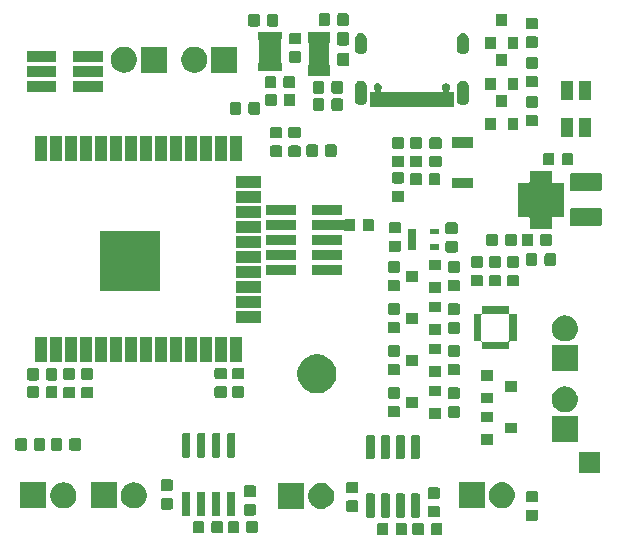
<source format=gbr>
G04 #@! TF.GenerationSoftware,KiCad,Pcbnew,(5.1.5)-2*
G04 #@! TF.CreationDate,2021-04-18T14:05:11+02:00*
G04 #@! TF.ProjectId,Versie2,56657273-6965-4322-9e6b-696361645f70,rev?*
G04 #@! TF.SameCoordinates,Original*
G04 #@! TF.FileFunction,Soldermask,Top*
G04 #@! TF.FilePolarity,Negative*
%FSLAX46Y46*%
G04 Gerber Fmt 4.6, Leading zero omitted, Abs format (unit mm)*
G04 Created by KiCad (PCBNEW (5.1.5)-2) date 2021-04-18 14:05:11*
%MOMM*%
%LPD*%
G04 APERTURE LIST*
%ADD10C,0.100000*%
G04 APERTURE END LIST*
D10*
G36*
X101383491Y-92824685D02*
G01*
X101417469Y-92834993D01*
X101448790Y-92851734D01*
X101476239Y-92874261D01*
X101498766Y-92901710D01*
X101515507Y-92933031D01*
X101525815Y-92967009D01*
X101529900Y-93008490D01*
X101529900Y-93684710D01*
X101525815Y-93726191D01*
X101515507Y-93760169D01*
X101498766Y-93791490D01*
X101476239Y-93818939D01*
X101448790Y-93841466D01*
X101417469Y-93858207D01*
X101383491Y-93868515D01*
X101342010Y-93872600D01*
X100740790Y-93872600D01*
X100699309Y-93868515D01*
X100665331Y-93858207D01*
X100634010Y-93841466D01*
X100606561Y-93818939D01*
X100584034Y-93791490D01*
X100567293Y-93760169D01*
X100556985Y-93726191D01*
X100552900Y-93684710D01*
X100552900Y-93008490D01*
X100556985Y-92967009D01*
X100567293Y-92933031D01*
X100584034Y-92901710D01*
X100606561Y-92874261D01*
X100634010Y-92851734D01*
X100665331Y-92834993D01*
X100699309Y-92824685D01*
X100740790Y-92820600D01*
X101342010Y-92820600D01*
X101383491Y-92824685D01*
G37*
G36*
X99808491Y-92824685D02*
G01*
X99842469Y-92834993D01*
X99873790Y-92851734D01*
X99901239Y-92874261D01*
X99923766Y-92901710D01*
X99940507Y-92933031D01*
X99950815Y-92967009D01*
X99954900Y-93008490D01*
X99954900Y-93684710D01*
X99950815Y-93726191D01*
X99940507Y-93760169D01*
X99923766Y-93791490D01*
X99901239Y-93818939D01*
X99873790Y-93841466D01*
X99842469Y-93858207D01*
X99808491Y-93868515D01*
X99767010Y-93872600D01*
X99165790Y-93872600D01*
X99124309Y-93868515D01*
X99090331Y-93858207D01*
X99059010Y-93841466D01*
X99031561Y-93818939D01*
X99009034Y-93791490D01*
X98992293Y-93760169D01*
X98981985Y-93726191D01*
X98977900Y-93684710D01*
X98977900Y-93008490D01*
X98981985Y-92967009D01*
X98992293Y-92933031D01*
X99009034Y-92901710D01*
X99031561Y-92874261D01*
X99059010Y-92851734D01*
X99090331Y-92834993D01*
X99124309Y-92824685D01*
X99165790Y-92820600D01*
X99767010Y-92820600D01*
X99808491Y-92824685D01*
G37*
G36*
X98386291Y-92824685D02*
G01*
X98420269Y-92834993D01*
X98451590Y-92851734D01*
X98479039Y-92874261D01*
X98501566Y-92901710D01*
X98518307Y-92933031D01*
X98528615Y-92967009D01*
X98532700Y-93008490D01*
X98532700Y-93684710D01*
X98528615Y-93726191D01*
X98518307Y-93760169D01*
X98501566Y-93791490D01*
X98479039Y-93818939D01*
X98451590Y-93841466D01*
X98420269Y-93858207D01*
X98386291Y-93868515D01*
X98344810Y-93872600D01*
X97743590Y-93872600D01*
X97702109Y-93868515D01*
X97668131Y-93858207D01*
X97636810Y-93841466D01*
X97609361Y-93818939D01*
X97586834Y-93791490D01*
X97570093Y-93760169D01*
X97559785Y-93726191D01*
X97555700Y-93684710D01*
X97555700Y-93008490D01*
X97559785Y-92967009D01*
X97570093Y-92933031D01*
X97586834Y-92901710D01*
X97609361Y-92874261D01*
X97636810Y-92851734D01*
X97668131Y-92834993D01*
X97702109Y-92824685D01*
X97743590Y-92820600D01*
X98344810Y-92820600D01*
X98386291Y-92824685D01*
G37*
G36*
X96811291Y-92824685D02*
G01*
X96845269Y-92834993D01*
X96876590Y-92851734D01*
X96904039Y-92874261D01*
X96926566Y-92901710D01*
X96943307Y-92933031D01*
X96953615Y-92967009D01*
X96957700Y-93008490D01*
X96957700Y-93684710D01*
X96953615Y-93726191D01*
X96943307Y-93760169D01*
X96926566Y-93791490D01*
X96904039Y-93818939D01*
X96876590Y-93841466D01*
X96845269Y-93858207D01*
X96811291Y-93868515D01*
X96769810Y-93872600D01*
X96168590Y-93872600D01*
X96127109Y-93868515D01*
X96093131Y-93858207D01*
X96061810Y-93841466D01*
X96034361Y-93818939D01*
X96011834Y-93791490D01*
X95995093Y-93760169D01*
X95984785Y-93726191D01*
X95980700Y-93684710D01*
X95980700Y-93008490D01*
X95984785Y-92967009D01*
X95995093Y-92933031D01*
X96011834Y-92901710D01*
X96034361Y-92874261D01*
X96061810Y-92851734D01*
X96093131Y-92834993D01*
X96127109Y-92824685D01*
X96168590Y-92820600D01*
X96769810Y-92820600D01*
X96811291Y-92824685D01*
G37*
G36*
X81229791Y-92656785D02*
G01*
X81263769Y-92667093D01*
X81295090Y-92683834D01*
X81322539Y-92706361D01*
X81345066Y-92733810D01*
X81361807Y-92765131D01*
X81372115Y-92799109D01*
X81376200Y-92840590D01*
X81376200Y-93516810D01*
X81372115Y-93558291D01*
X81361807Y-93592269D01*
X81345066Y-93623590D01*
X81322539Y-93651039D01*
X81295090Y-93673566D01*
X81263769Y-93690307D01*
X81229791Y-93700615D01*
X81188310Y-93704700D01*
X80587090Y-93704700D01*
X80545609Y-93700615D01*
X80511631Y-93690307D01*
X80480310Y-93673566D01*
X80452861Y-93651039D01*
X80430334Y-93623590D01*
X80413593Y-93592269D01*
X80403285Y-93558291D01*
X80399200Y-93516810D01*
X80399200Y-92840590D01*
X80403285Y-92799109D01*
X80413593Y-92765131D01*
X80430334Y-92733810D01*
X80452861Y-92706361D01*
X80480310Y-92683834D01*
X80511631Y-92667093D01*
X80545609Y-92656785D01*
X80587090Y-92652700D01*
X81188310Y-92652700D01*
X81229791Y-92656785D01*
G37*
G36*
X85751291Y-92656785D02*
G01*
X85785269Y-92667093D01*
X85816590Y-92683834D01*
X85844039Y-92706361D01*
X85866566Y-92733810D01*
X85883307Y-92765131D01*
X85893615Y-92799109D01*
X85897700Y-92840590D01*
X85897700Y-93516810D01*
X85893615Y-93558291D01*
X85883307Y-93592269D01*
X85866566Y-93623590D01*
X85844039Y-93651039D01*
X85816590Y-93673566D01*
X85785269Y-93690307D01*
X85751291Y-93700615D01*
X85709810Y-93704700D01*
X85108590Y-93704700D01*
X85067109Y-93700615D01*
X85033131Y-93690307D01*
X85001810Y-93673566D01*
X84974361Y-93651039D01*
X84951834Y-93623590D01*
X84935093Y-93592269D01*
X84924785Y-93558291D01*
X84920700Y-93516810D01*
X84920700Y-92840590D01*
X84924785Y-92799109D01*
X84935093Y-92765131D01*
X84951834Y-92733810D01*
X84974361Y-92706361D01*
X85001810Y-92683834D01*
X85033131Y-92667093D01*
X85067109Y-92656785D01*
X85108590Y-92652700D01*
X85709810Y-92652700D01*
X85751291Y-92656785D01*
G37*
G36*
X82804791Y-92656785D02*
G01*
X82838769Y-92667093D01*
X82870090Y-92683834D01*
X82897539Y-92706361D01*
X82920066Y-92733810D01*
X82936807Y-92765131D01*
X82947115Y-92799109D01*
X82951200Y-92840590D01*
X82951200Y-93516810D01*
X82947115Y-93558291D01*
X82936807Y-93592269D01*
X82920066Y-93623590D01*
X82897539Y-93651039D01*
X82870090Y-93673566D01*
X82838769Y-93690307D01*
X82804791Y-93700615D01*
X82763310Y-93704700D01*
X82162090Y-93704700D01*
X82120609Y-93700615D01*
X82086631Y-93690307D01*
X82055310Y-93673566D01*
X82027861Y-93651039D01*
X82005334Y-93623590D01*
X81988593Y-93592269D01*
X81978285Y-93558291D01*
X81974200Y-93516810D01*
X81974200Y-92840590D01*
X81978285Y-92799109D01*
X81988593Y-92765131D01*
X82005334Y-92733810D01*
X82027861Y-92706361D01*
X82055310Y-92683834D01*
X82086631Y-92667093D01*
X82120609Y-92656785D01*
X82162090Y-92652700D01*
X82763310Y-92652700D01*
X82804791Y-92656785D01*
G37*
G36*
X84176291Y-92656785D02*
G01*
X84210269Y-92667093D01*
X84241590Y-92683834D01*
X84269039Y-92706361D01*
X84291566Y-92733810D01*
X84308307Y-92765131D01*
X84318615Y-92799109D01*
X84322700Y-92840590D01*
X84322700Y-93516810D01*
X84318615Y-93558291D01*
X84308307Y-93592269D01*
X84291566Y-93623590D01*
X84269039Y-93651039D01*
X84241590Y-93673566D01*
X84210269Y-93690307D01*
X84176291Y-93700615D01*
X84134810Y-93704700D01*
X83533590Y-93704700D01*
X83492109Y-93700615D01*
X83458131Y-93690307D01*
X83426810Y-93673566D01*
X83399361Y-93651039D01*
X83376834Y-93623590D01*
X83360093Y-93592269D01*
X83349785Y-93558291D01*
X83345700Y-93516810D01*
X83345700Y-92840590D01*
X83349785Y-92799109D01*
X83360093Y-92765131D01*
X83376834Y-92733810D01*
X83399361Y-92706361D01*
X83426810Y-92683834D01*
X83458131Y-92667093D01*
X83492109Y-92656785D01*
X83533590Y-92652700D01*
X84134810Y-92652700D01*
X84176291Y-92656785D01*
G37*
G36*
X109479591Y-91690585D02*
G01*
X109513569Y-91700893D01*
X109544890Y-91717634D01*
X109572339Y-91740161D01*
X109594866Y-91767610D01*
X109611607Y-91798931D01*
X109621915Y-91832909D01*
X109626000Y-91874390D01*
X109626000Y-92475610D01*
X109621915Y-92517091D01*
X109611607Y-92551069D01*
X109594866Y-92582390D01*
X109572339Y-92609839D01*
X109544890Y-92632366D01*
X109513569Y-92649107D01*
X109479591Y-92659415D01*
X109438110Y-92663500D01*
X108761890Y-92663500D01*
X108720409Y-92659415D01*
X108686431Y-92649107D01*
X108655110Y-92632366D01*
X108627661Y-92609839D01*
X108605134Y-92582390D01*
X108588393Y-92551069D01*
X108578085Y-92517091D01*
X108574000Y-92475610D01*
X108574000Y-91874390D01*
X108578085Y-91832909D01*
X108588393Y-91798931D01*
X108605134Y-91767610D01*
X108627661Y-91740161D01*
X108655110Y-91717634D01*
X108686431Y-91700893D01*
X108720409Y-91690585D01*
X108761890Y-91686500D01*
X109438110Y-91686500D01*
X109479591Y-91690585D01*
G37*
G36*
X95689228Y-90327964D02*
G01*
X95710309Y-90334360D01*
X95729745Y-90344748D01*
X95746776Y-90358724D01*
X95760752Y-90375755D01*
X95771140Y-90395191D01*
X95777536Y-90416272D01*
X95780300Y-90444340D01*
X95780300Y-92258060D01*
X95777536Y-92286128D01*
X95771140Y-92307209D01*
X95760752Y-92326645D01*
X95746776Y-92343676D01*
X95729745Y-92357652D01*
X95710309Y-92368040D01*
X95689228Y-92374436D01*
X95661160Y-92377200D01*
X95197440Y-92377200D01*
X95169372Y-92374436D01*
X95148291Y-92368040D01*
X95128855Y-92357652D01*
X95111824Y-92343676D01*
X95097848Y-92326645D01*
X95087460Y-92307209D01*
X95081064Y-92286128D01*
X95078300Y-92258060D01*
X95078300Y-90444340D01*
X95081064Y-90416272D01*
X95087460Y-90395191D01*
X95097848Y-90375755D01*
X95111824Y-90358724D01*
X95128855Y-90344748D01*
X95148291Y-90334360D01*
X95169372Y-90327964D01*
X95197440Y-90325200D01*
X95661160Y-90325200D01*
X95689228Y-90327964D01*
G37*
G36*
X96959228Y-90327964D02*
G01*
X96980309Y-90334360D01*
X96999745Y-90344748D01*
X97016776Y-90358724D01*
X97030752Y-90375755D01*
X97041140Y-90395191D01*
X97047536Y-90416272D01*
X97050300Y-90444340D01*
X97050300Y-92258060D01*
X97047536Y-92286128D01*
X97041140Y-92307209D01*
X97030752Y-92326645D01*
X97016776Y-92343676D01*
X96999745Y-92357652D01*
X96980309Y-92368040D01*
X96959228Y-92374436D01*
X96931160Y-92377200D01*
X96467440Y-92377200D01*
X96439372Y-92374436D01*
X96418291Y-92368040D01*
X96398855Y-92357652D01*
X96381824Y-92343676D01*
X96367848Y-92326645D01*
X96357460Y-92307209D01*
X96351064Y-92286128D01*
X96348300Y-92258060D01*
X96348300Y-90444340D01*
X96351064Y-90416272D01*
X96357460Y-90395191D01*
X96367848Y-90375755D01*
X96381824Y-90358724D01*
X96398855Y-90344748D01*
X96418291Y-90334360D01*
X96439372Y-90327964D01*
X96467440Y-90325200D01*
X96931160Y-90325200D01*
X96959228Y-90327964D01*
G37*
G36*
X98229228Y-90327964D02*
G01*
X98250309Y-90334360D01*
X98269745Y-90344748D01*
X98286776Y-90358724D01*
X98300752Y-90375755D01*
X98311140Y-90395191D01*
X98317536Y-90416272D01*
X98320300Y-90444340D01*
X98320300Y-92258060D01*
X98317536Y-92286128D01*
X98311140Y-92307209D01*
X98300752Y-92326645D01*
X98286776Y-92343676D01*
X98269745Y-92357652D01*
X98250309Y-92368040D01*
X98229228Y-92374436D01*
X98201160Y-92377200D01*
X97737440Y-92377200D01*
X97709372Y-92374436D01*
X97688291Y-92368040D01*
X97668855Y-92357652D01*
X97651824Y-92343676D01*
X97637848Y-92326645D01*
X97627460Y-92307209D01*
X97621064Y-92286128D01*
X97618300Y-92258060D01*
X97618300Y-90444340D01*
X97621064Y-90416272D01*
X97627460Y-90395191D01*
X97637848Y-90375755D01*
X97651824Y-90358724D01*
X97668855Y-90344748D01*
X97688291Y-90334360D01*
X97709372Y-90327964D01*
X97737440Y-90325200D01*
X98201160Y-90325200D01*
X98229228Y-90327964D01*
G37*
G36*
X99499228Y-90327964D02*
G01*
X99520309Y-90334360D01*
X99539745Y-90344748D01*
X99556776Y-90358724D01*
X99570752Y-90375755D01*
X99581140Y-90395191D01*
X99587536Y-90416272D01*
X99590300Y-90444340D01*
X99590300Y-92258060D01*
X99587536Y-92286128D01*
X99581140Y-92307209D01*
X99570752Y-92326645D01*
X99556776Y-92343676D01*
X99539745Y-92357652D01*
X99520309Y-92368040D01*
X99499228Y-92374436D01*
X99471160Y-92377200D01*
X99007440Y-92377200D01*
X98979372Y-92374436D01*
X98958291Y-92368040D01*
X98938855Y-92357652D01*
X98921824Y-92343676D01*
X98907848Y-92326645D01*
X98897460Y-92307209D01*
X98891064Y-92286128D01*
X98888300Y-92258060D01*
X98888300Y-90444340D01*
X98891064Y-90416272D01*
X98897460Y-90395191D01*
X98907848Y-90375755D01*
X98921824Y-90358724D01*
X98938855Y-90344748D01*
X98958291Y-90334360D01*
X98979372Y-90327964D01*
X99007440Y-90325200D01*
X99471160Y-90325200D01*
X99499228Y-90327964D01*
G37*
G36*
X101168291Y-91389185D02*
G01*
X101202269Y-91399493D01*
X101233590Y-91416234D01*
X101261039Y-91438761D01*
X101283566Y-91466210D01*
X101300307Y-91497531D01*
X101310615Y-91531509D01*
X101314700Y-91572990D01*
X101314700Y-92174210D01*
X101310615Y-92215691D01*
X101300307Y-92249669D01*
X101283566Y-92280990D01*
X101261039Y-92308439D01*
X101233590Y-92330966D01*
X101202269Y-92347707D01*
X101168291Y-92358015D01*
X101126810Y-92362100D01*
X100450590Y-92362100D01*
X100409109Y-92358015D01*
X100375131Y-92347707D01*
X100343810Y-92330966D01*
X100316361Y-92308439D01*
X100293834Y-92280990D01*
X100277093Y-92249669D01*
X100266785Y-92215691D01*
X100262700Y-92174210D01*
X100262700Y-91572990D01*
X100266785Y-91531509D01*
X100277093Y-91497531D01*
X100293834Y-91466210D01*
X100316361Y-91438761D01*
X100343810Y-91416234D01*
X100375131Y-91399493D01*
X100409109Y-91389185D01*
X100450590Y-91385100D01*
X101126810Y-91385100D01*
X101168291Y-91389185D01*
G37*
G36*
X83909127Y-90185464D02*
G01*
X83930208Y-90191860D01*
X83949644Y-90202248D01*
X83966675Y-90216224D01*
X83980651Y-90233255D01*
X83991039Y-90252691D01*
X83997435Y-90273772D01*
X84000199Y-90301840D01*
X84000199Y-92115560D01*
X83997435Y-92143628D01*
X83991039Y-92164709D01*
X83980651Y-92184145D01*
X83966675Y-92201176D01*
X83949644Y-92215152D01*
X83930208Y-92225540D01*
X83909127Y-92231936D01*
X83881059Y-92234700D01*
X83417339Y-92234700D01*
X83389271Y-92231936D01*
X83368190Y-92225540D01*
X83348754Y-92215152D01*
X83331723Y-92201176D01*
X83317747Y-92184145D01*
X83307359Y-92164709D01*
X83300963Y-92143628D01*
X83298199Y-92115560D01*
X83298199Y-90301840D01*
X83300963Y-90273772D01*
X83307359Y-90252691D01*
X83317747Y-90233255D01*
X83331723Y-90216224D01*
X83348754Y-90202248D01*
X83368190Y-90191860D01*
X83389271Y-90185464D01*
X83417339Y-90182700D01*
X83881059Y-90182700D01*
X83909127Y-90185464D01*
G37*
G36*
X80099127Y-90185464D02*
G01*
X80120208Y-90191860D01*
X80139644Y-90202248D01*
X80156675Y-90216224D01*
X80170651Y-90233255D01*
X80181039Y-90252691D01*
X80187435Y-90273772D01*
X80190199Y-90301840D01*
X80190199Y-92115560D01*
X80187435Y-92143628D01*
X80181039Y-92164709D01*
X80170651Y-92184145D01*
X80156675Y-92201176D01*
X80139644Y-92215152D01*
X80120208Y-92225540D01*
X80099127Y-92231936D01*
X80071059Y-92234700D01*
X79607339Y-92234700D01*
X79579271Y-92231936D01*
X79558190Y-92225540D01*
X79538754Y-92215152D01*
X79521723Y-92201176D01*
X79507747Y-92184145D01*
X79497359Y-92164709D01*
X79490963Y-92143628D01*
X79488199Y-92115560D01*
X79488199Y-90301840D01*
X79490963Y-90273772D01*
X79497359Y-90252691D01*
X79507747Y-90233255D01*
X79521723Y-90216224D01*
X79538754Y-90202248D01*
X79558190Y-90191860D01*
X79579271Y-90185464D01*
X79607339Y-90182700D01*
X80071059Y-90182700D01*
X80099127Y-90185464D01*
G37*
G36*
X81369127Y-90185464D02*
G01*
X81390208Y-90191860D01*
X81409644Y-90202248D01*
X81426675Y-90216224D01*
X81440651Y-90233255D01*
X81451039Y-90252691D01*
X81457435Y-90273772D01*
X81460199Y-90301840D01*
X81460199Y-92115560D01*
X81457435Y-92143628D01*
X81451039Y-92164709D01*
X81440651Y-92184145D01*
X81426675Y-92201176D01*
X81409644Y-92215152D01*
X81390208Y-92225540D01*
X81369127Y-92231936D01*
X81341059Y-92234700D01*
X80877339Y-92234700D01*
X80849271Y-92231936D01*
X80828190Y-92225540D01*
X80808754Y-92215152D01*
X80791723Y-92201176D01*
X80777747Y-92184145D01*
X80767359Y-92164709D01*
X80760963Y-92143628D01*
X80758199Y-92115560D01*
X80758199Y-90301840D01*
X80760963Y-90273772D01*
X80767359Y-90252691D01*
X80777747Y-90233255D01*
X80791723Y-90216224D01*
X80808754Y-90202248D01*
X80828190Y-90191860D01*
X80849271Y-90185464D01*
X80877339Y-90182700D01*
X81341059Y-90182700D01*
X81369127Y-90185464D01*
G37*
G36*
X82639127Y-90185464D02*
G01*
X82660208Y-90191860D01*
X82679644Y-90202248D01*
X82696675Y-90216224D01*
X82710651Y-90233255D01*
X82721039Y-90252691D01*
X82727435Y-90273772D01*
X82730199Y-90301840D01*
X82730199Y-92115560D01*
X82727435Y-92143628D01*
X82721039Y-92164709D01*
X82710651Y-92184145D01*
X82696675Y-92201176D01*
X82679644Y-92215152D01*
X82660208Y-92225540D01*
X82639127Y-92231936D01*
X82611059Y-92234700D01*
X82147339Y-92234700D01*
X82119271Y-92231936D01*
X82098190Y-92225540D01*
X82078754Y-92215152D01*
X82061723Y-92201176D01*
X82047747Y-92184145D01*
X82037359Y-92164709D01*
X82030963Y-92143628D01*
X82028199Y-92115560D01*
X82028199Y-90301840D01*
X82030963Y-90273772D01*
X82037359Y-90252691D01*
X82047747Y-90233255D01*
X82061723Y-90216224D01*
X82078754Y-90202248D01*
X82098190Y-90191860D01*
X82119271Y-90185464D01*
X82147339Y-90182700D01*
X82611059Y-90182700D01*
X82639127Y-90185464D01*
G37*
G36*
X85610791Y-91224085D02*
G01*
X85644769Y-91234393D01*
X85676090Y-91251134D01*
X85703539Y-91273661D01*
X85726066Y-91301110D01*
X85742807Y-91332431D01*
X85753115Y-91366409D01*
X85757200Y-91407890D01*
X85757200Y-92009110D01*
X85753115Y-92050591D01*
X85742807Y-92084569D01*
X85726066Y-92115890D01*
X85703539Y-92143339D01*
X85676090Y-92165866D01*
X85644769Y-92182607D01*
X85610791Y-92192915D01*
X85569310Y-92197000D01*
X84893090Y-92197000D01*
X84851609Y-92192915D01*
X84817631Y-92182607D01*
X84786310Y-92165866D01*
X84758861Y-92143339D01*
X84736334Y-92115890D01*
X84719593Y-92084569D01*
X84709285Y-92050591D01*
X84705200Y-92009110D01*
X84705200Y-91407890D01*
X84709285Y-91366409D01*
X84719593Y-91332431D01*
X84736334Y-91301110D01*
X84758861Y-91273661D01*
X84786310Y-91251134D01*
X84817631Y-91234393D01*
X84851609Y-91224085D01*
X84893090Y-91220000D01*
X85569310Y-91220000D01*
X85610791Y-91224085D01*
G37*
G36*
X94272191Y-90919085D02*
G01*
X94306169Y-90929393D01*
X94337490Y-90946134D01*
X94364939Y-90968661D01*
X94387466Y-90996110D01*
X94404207Y-91027431D01*
X94414515Y-91061409D01*
X94418600Y-91102890D01*
X94418600Y-91704110D01*
X94414515Y-91745591D01*
X94404207Y-91779569D01*
X94387466Y-91810890D01*
X94364939Y-91838339D01*
X94337490Y-91860866D01*
X94306169Y-91877607D01*
X94272191Y-91887915D01*
X94230710Y-91892000D01*
X93554490Y-91892000D01*
X93513009Y-91887915D01*
X93479031Y-91877607D01*
X93447710Y-91860866D01*
X93420261Y-91838339D01*
X93397734Y-91810890D01*
X93380993Y-91779569D01*
X93370685Y-91745591D01*
X93366600Y-91704110D01*
X93366600Y-91102890D01*
X93370685Y-91061409D01*
X93380993Y-91027431D01*
X93397734Y-90996110D01*
X93420261Y-90968661D01*
X93447710Y-90946134D01*
X93479031Y-90929393D01*
X93513009Y-90919085D01*
X93554490Y-90915000D01*
X94230710Y-90915000D01*
X94272191Y-90919085D01*
G37*
G36*
X78574991Y-90716085D02*
G01*
X78608969Y-90726393D01*
X78640290Y-90743134D01*
X78667739Y-90765661D01*
X78690266Y-90793110D01*
X78707007Y-90824431D01*
X78717315Y-90858409D01*
X78721400Y-90899890D01*
X78721400Y-91501110D01*
X78717315Y-91542591D01*
X78707007Y-91576569D01*
X78690266Y-91607890D01*
X78667739Y-91635339D01*
X78640290Y-91657866D01*
X78608969Y-91674607D01*
X78574991Y-91684915D01*
X78533510Y-91689000D01*
X77857290Y-91689000D01*
X77815809Y-91684915D01*
X77781831Y-91674607D01*
X77750510Y-91657866D01*
X77723061Y-91635339D01*
X77700534Y-91607890D01*
X77683793Y-91576569D01*
X77673485Y-91542591D01*
X77669400Y-91501110D01*
X77669400Y-90899890D01*
X77673485Y-90858409D01*
X77683793Y-90824431D01*
X77700534Y-90793110D01*
X77723061Y-90765661D01*
X77750510Y-90743134D01*
X77781831Y-90726393D01*
X77815809Y-90716085D01*
X77857290Y-90712000D01*
X78533510Y-90712000D01*
X78574991Y-90716085D01*
G37*
G36*
X89812000Y-91640900D02*
G01*
X87610000Y-91640900D01*
X87610000Y-89438900D01*
X89812000Y-89438900D01*
X89812000Y-91640900D01*
G37*
G36*
X91407963Y-89448552D02*
G01*
X91572150Y-89481211D01*
X91772520Y-89564207D01*
X91952844Y-89684695D01*
X92106205Y-89838056D01*
X92226693Y-90018380D01*
X92249249Y-90072836D01*
X92309689Y-90218750D01*
X92321044Y-90275836D01*
X92352000Y-90431460D01*
X92352000Y-90648340D01*
X92333144Y-90743134D01*
X92309689Y-90861050D01*
X92274446Y-90946134D01*
X92226693Y-91061420D01*
X92106205Y-91241744D01*
X91952844Y-91395105D01*
X91772520Y-91515593D01*
X91572150Y-91598589D01*
X91477274Y-91617461D01*
X91359440Y-91640900D01*
X91142560Y-91640900D01*
X91024726Y-91617461D01*
X90929850Y-91598589D01*
X90829666Y-91557091D01*
X90729480Y-91515593D01*
X90549156Y-91395105D01*
X90395795Y-91241744D01*
X90275307Y-91061420D01*
X90227554Y-90946134D01*
X90192311Y-90861050D01*
X90168856Y-90743134D01*
X90150000Y-90648340D01*
X90150000Y-90431460D01*
X90180956Y-90275836D01*
X90192311Y-90218750D01*
X90252751Y-90072836D01*
X90275307Y-90018380D01*
X90395795Y-89838056D01*
X90549156Y-89684695D01*
X90729480Y-89564207D01*
X90829666Y-89522709D01*
X90929850Y-89481211D01*
X91094037Y-89448552D01*
X91142560Y-89438900D01*
X91359440Y-89438900D01*
X91407963Y-89448552D01*
G37*
G36*
X67993400Y-91590100D02*
G01*
X65791400Y-91590100D01*
X65791400Y-89388100D01*
X67993400Y-89388100D01*
X67993400Y-91590100D01*
G37*
G36*
X69647194Y-89409255D02*
G01*
X69753550Y-89430411D01*
X69853734Y-89471909D01*
X69953920Y-89513407D01*
X70134244Y-89633895D01*
X70287605Y-89787256D01*
X70408093Y-89967580D01*
X70444034Y-90054350D01*
X70491089Y-90167950D01*
X70499906Y-90212277D01*
X70533400Y-90380660D01*
X70533400Y-90597540D01*
X70525686Y-90636320D01*
X70491089Y-90810250D01*
X70471141Y-90858409D01*
X70408093Y-91010620D01*
X70287605Y-91190944D01*
X70134244Y-91344305D01*
X69953920Y-91464793D01*
X69753550Y-91547789D01*
X69647194Y-91568945D01*
X69540840Y-91590100D01*
X69323960Y-91590100D01*
X69217606Y-91568945D01*
X69111250Y-91547789D01*
X68910880Y-91464793D01*
X68730556Y-91344305D01*
X68577195Y-91190944D01*
X68456707Y-91010620D01*
X68393659Y-90858409D01*
X68373711Y-90810250D01*
X68339114Y-90636320D01*
X68331400Y-90597540D01*
X68331400Y-90380660D01*
X68364894Y-90212277D01*
X68373711Y-90167950D01*
X68420766Y-90054350D01*
X68456707Y-89967580D01*
X68577195Y-89787256D01*
X68730556Y-89633895D01*
X68910880Y-89513407D01*
X69011066Y-89471909D01*
X69111250Y-89430411D01*
X69217606Y-89409255D01*
X69323960Y-89388100D01*
X69540840Y-89388100D01*
X69647194Y-89409255D01*
G37*
G36*
X73949700Y-91590100D02*
G01*
X71747700Y-91590100D01*
X71747700Y-89388100D01*
X73949700Y-89388100D01*
X73949700Y-91590100D01*
G37*
G36*
X75603494Y-89409255D02*
G01*
X75709850Y-89430411D01*
X75810034Y-89471909D01*
X75910220Y-89513407D01*
X76090544Y-89633895D01*
X76243905Y-89787256D01*
X76364393Y-89967580D01*
X76400334Y-90054350D01*
X76447389Y-90167950D01*
X76456206Y-90212277D01*
X76489700Y-90380660D01*
X76489700Y-90597540D01*
X76481986Y-90636320D01*
X76447389Y-90810250D01*
X76427441Y-90858409D01*
X76364393Y-91010620D01*
X76243905Y-91190944D01*
X76090544Y-91344305D01*
X75910220Y-91464793D01*
X75709850Y-91547789D01*
X75603494Y-91568945D01*
X75497140Y-91590100D01*
X75280260Y-91590100D01*
X75173906Y-91568945D01*
X75067550Y-91547789D01*
X74867180Y-91464793D01*
X74686856Y-91344305D01*
X74533495Y-91190944D01*
X74413007Y-91010620D01*
X74349959Y-90858409D01*
X74330011Y-90810250D01*
X74295414Y-90636320D01*
X74287700Y-90597540D01*
X74287700Y-90380660D01*
X74321194Y-90212277D01*
X74330011Y-90167950D01*
X74377066Y-90054350D01*
X74413007Y-89967580D01*
X74533495Y-89787256D01*
X74686856Y-89633895D01*
X74867180Y-89513407D01*
X74967366Y-89471909D01*
X75067550Y-89430411D01*
X75173906Y-89409255D01*
X75280260Y-89388100D01*
X75497140Y-89388100D01*
X75603494Y-89409255D01*
G37*
G36*
X105115500Y-91577400D02*
G01*
X102913500Y-91577400D01*
X102913500Y-89375400D01*
X105115500Y-89375400D01*
X105115500Y-91577400D01*
G37*
G36*
X106726786Y-89388100D02*
G01*
X106875650Y-89417711D01*
X106906310Y-89430411D01*
X107076020Y-89500707D01*
X107256344Y-89621195D01*
X107409705Y-89774556D01*
X107530193Y-89954880D01*
X107549532Y-90001569D01*
X107613189Y-90155250D01*
X107628705Y-90233255D01*
X107655500Y-90367960D01*
X107655500Y-90584840D01*
X107650971Y-90607607D01*
X107615268Y-90787100D01*
X107613189Y-90797549D01*
X107530193Y-90997920D01*
X107409705Y-91178244D01*
X107256344Y-91331605D01*
X107076020Y-91452093D01*
X107046670Y-91464250D01*
X106875650Y-91535089D01*
X106811803Y-91547789D01*
X106662940Y-91577400D01*
X106446060Y-91577400D01*
X106297197Y-91547789D01*
X106233350Y-91535089D01*
X106062330Y-91464250D01*
X106032980Y-91452093D01*
X105852656Y-91331605D01*
X105699295Y-91178244D01*
X105578807Y-90997920D01*
X105495811Y-90797549D01*
X105493733Y-90787100D01*
X105458029Y-90607607D01*
X105453500Y-90584840D01*
X105453500Y-90367960D01*
X105480295Y-90233255D01*
X105495811Y-90155250D01*
X105559468Y-90001569D01*
X105578807Y-89954880D01*
X105699295Y-89774556D01*
X105852656Y-89621195D01*
X106032980Y-89500707D01*
X106202690Y-89430411D01*
X106233350Y-89417711D01*
X106382214Y-89388100D01*
X106446060Y-89375400D01*
X106662940Y-89375400D01*
X106726786Y-89388100D01*
G37*
G36*
X109479591Y-90115585D02*
G01*
X109513569Y-90125893D01*
X109544890Y-90142634D01*
X109572339Y-90165161D01*
X109594866Y-90192610D01*
X109611607Y-90223931D01*
X109621915Y-90257909D01*
X109626000Y-90299390D01*
X109626000Y-90900610D01*
X109621915Y-90942091D01*
X109611607Y-90976069D01*
X109594866Y-91007390D01*
X109572339Y-91034839D01*
X109544890Y-91057366D01*
X109513569Y-91074107D01*
X109479591Y-91084415D01*
X109438110Y-91088500D01*
X108761890Y-91088500D01*
X108720409Y-91084415D01*
X108686431Y-91074107D01*
X108655110Y-91057366D01*
X108627661Y-91034839D01*
X108605134Y-91007390D01*
X108588393Y-90976069D01*
X108578085Y-90942091D01*
X108574000Y-90900610D01*
X108574000Y-90299390D01*
X108578085Y-90257909D01*
X108588393Y-90223931D01*
X108605134Y-90192610D01*
X108627661Y-90165161D01*
X108655110Y-90142634D01*
X108686431Y-90125893D01*
X108720409Y-90115585D01*
X108761890Y-90111500D01*
X109438110Y-90111500D01*
X109479591Y-90115585D01*
G37*
G36*
X101168291Y-89814185D02*
G01*
X101202269Y-89824493D01*
X101233590Y-89841234D01*
X101261039Y-89863761D01*
X101283566Y-89891210D01*
X101300307Y-89922531D01*
X101310615Y-89956509D01*
X101314700Y-89997990D01*
X101314700Y-90599210D01*
X101310615Y-90640691D01*
X101300307Y-90674669D01*
X101283566Y-90705990D01*
X101261039Y-90733439D01*
X101233590Y-90755966D01*
X101202269Y-90772707D01*
X101168291Y-90783015D01*
X101126810Y-90787100D01*
X100450590Y-90787100D01*
X100409109Y-90783015D01*
X100375131Y-90772707D01*
X100343810Y-90755966D01*
X100316361Y-90733439D01*
X100293834Y-90705990D01*
X100277093Y-90674669D01*
X100266785Y-90640691D01*
X100262700Y-90599210D01*
X100262700Y-89997990D01*
X100266785Y-89956509D01*
X100277093Y-89922531D01*
X100293834Y-89891210D01*
X100316361Y-89863761D01*
X100343810Y-89841234D01*
X100375131Y-89824493D01*
X100409109Y-89814185D01*
X100450590Y-89810100D01*
X101126810Y-89810100D01*
X101168291Y-89814185D01*
G37*
G36*
X85610791Y-89649085D02*
G01*
X85644769Y-89659393D01*
X85676090Y-89676134D01*
X85703539Y-89698661D01*
X85726066Y-89726110D01*
X85742807Y-89757431D01*
X85753115Y-89791409D01*
X85757200Y-89832890D01*
X85757200Y-90434110D01*
X85753115Y-90475591D01*
X85742807Y-90509569D01*
X85726066Y-90540890D01*
X85703539Y-90568339D01*
X85676090Y-90590866D01*
X85644769Y-90607607D01*
X85610791Y-90617915D01*
X85569310Y-90622000D01*
X84893090Y-90622000D01*
X84851609Y-90617915D01*
X84817631Y-90607607D01*
X84786310Y-90590866D01*
X84758861Y-90568339D01*
X84736334Y-90540890D01*
X84719593Y-90509569D01*
X84709285Y-90475591D01*
X84705200Y-90434110D01*
X84705200Y-89832890D01*
X84709285Y-89791409D01*
X84719593Y-89757431D01*
X84736334Y-89726110D01*
X84758861Y-89698661D01*
X84786310Y-89676134D01*
X84817631Y-89659393D01*
X84851609Y-89649085D01*
X84893090Y-89645000D01*
X85569310Y-89645000D01*
X85610791Y-89649085D01*
G37*
G36*
X94272191Y-89344085D02*
G01*
X94306169Y-89354393D01*
X94337490Y-89371134D01*
X94364939Y-89393661D01*
X94387466Y-89421110D01*
X94404207Y-89452431D01*
X94414515Y-89486409D01*
X94418600Y-89527890D01*
X94418600Y-90129110D01*
X94414515Y-90170591D01*
X94404207Y-90204569D01*
X94387466Y-90235890D01*
X94364939Y-90263339D01*
X94337490Y-90285866D01*
X94306169Y-90302607D01*
X94272191Y-90312915D01*
X94230710Y-90317000D01*
X93554490Y-90317000D01*
X93513009Y-90312915D01*
X93479031Y-90302607D01*
X93447710Y-90285866D01*
X93420261Y-90263339D01*
X93397734Y-90235890D01*
X93380993Y-90204569D01*
X93370685Y-90170591D01*
X93366600Y-90129110D01*
X93366600Y-89527890D01*
X93370685Y-89486409D01*
X93380993Y-89452431D01*
X93397734Y-89421110D01*
X93420261Y-89393661D01*
X93447710Y-89371134D01*
X93479031Y-89354393D01*
X93513009Y-89344085D01*
X93554490Y-89340000D01*
X94230710Y-89340000D01*
X94272191Y-89344085D01*
G37*
G36*
X78574991Y-89141085D02*
G01*
X78608969Y-89151393D01*
X78640290Y-89168134D01*
X78667739Y-89190661D01*
X78690266Y-89218110D01*
X78707007Y-89249431D01*
X78717315Y-89283409D01*
X78721400Y-89324890D01*
X78721400Y-89926110D01*
X78717315Y-89967591D01*
X78707007Y-90001569D01*
X78690266Y-90032890D01*
X78667739Y-90060339D01*
X78640290Y-90082866D01*
X78608969Y-90099607D01*
X78574991Y-90109915D01*
X78533510Y-90114000D01*
X77857290Y-90114000D01*
X77815809Y-90109915D01*
X77781831Y-90099607D01*
X77750510Y-90082866D01*
X77723061Y-90060339D01*
X77700534Y-90032890D01*
X77683793Y-90001569D01*
X77673485Y-89967591D01*
X77669400Y-89926110D01*
X77669400Y-89324890D01*
X77673485Y-89283409D01*
X77683793Y-89249431D01*
X77700534Y-89218110D01*
X77723061Y-89190661D01*
X77750510Y-89168134D01*
X77781831Y-89151393D01*
X77815809Y-89141085D01*
X77857290Y-89137000D01*
X78533510Y-89137000D01*
X78574991Y-89141085D01*
G37*
G36*
X114896200Y-88632600D02*
G01*
X113094200Y-88632600D01*
X113094200Y-86830600D01*
X114896200Y-86830600D01*
X114896200Y-88632600D01*
G37*
G36*
X95689228Y-85377964D02*
G01*
X95710309Y-85384360D01*
X95729745Y-85394748D01*
X95746776Y-85408724D01*
X95760752Y-85425755D01*
X95771140Y-85445191D01*
X95777536Y-85466272D01*
X95780300Y-85494340D01*
X95780300Y-87308060D01*
X95777536Y-87336128D01*
X95771140Y-87357209D01*
X95760752Y-87376645D01*
X95746776Y-87393676D01*
X95729745Y-87407652D01*
X95710309Y-87418040D01*
X95689228Y-87424436D01*
X95661160Y-87427200D01*
X95197440Y-87427200D01*
X95169372Y-87424436D01*
X95148291Y-87418040D01*
X95128855Y-87407652D01*
X95111824Y-87393676D01*
X95097848Y-87376645D01*
X95087460Y-87357209D01*
X95081064Y-87336128D01*
X95078300Y-87308060D01*
X95078300Y-85494340D01*
X95081064Y-85466272D01*
X95087460Y-85445191D01*
X95097848Y-85425755D01*
X95111824Y-85408724D01*
X95128855Y-85394748D01*
X95148291Y-85384360D01*
X95169372Y-85377964D01*
X95197440Y-85375200D01*
X95661160Y-85375200D01*
X95689228Y-85377964D01*
G37*
G36*
X96959228Y-85377964D02*
G01*
X96980309Y-85384360D01*
X96999745Y-85394748D01*
X97016776Y-85408724D01*
X97030752Y-85425755D01*
X97041140Y-85445191D01*
X97047536Y-85466272D01*
X97050300Y-85494340D01*
X97050300Y-87308060D01*
X97047536Y-87336128D01*
X97041140Y-87357209D01*
X97030752Y-87376645D01*
X97016776Y-87393676D01*
X96999745Y-87407652D01*
X96980309Y-87418040D01*
X96959228Y-87424436D01*
X96931160Y-87427200D01*
X96467440Y-87427200D01*
X96439372Y-87424436D01*
X96418291Y-87418040D01*
X96398855Y-87407652D01*
X96381824Y-87393676D01*
X96367848Y-87376645D01*
X96357460Y-87357209D01*
X96351064Y-87336128D01*
X96348300Y-87308060D01*
X96348300Y-85494340D01*
X96351064Y-85466272D01*
X96357460Y-85445191D01*
X96367848Y-85425755D01*
X96381824Y-85408724D01*
X96398855Y-85394748D01*
X96418291Y-85384360D01*
X96439372Y-85377964D01*
X96467440Y-85375200D01*
X96931160Y-85375200D01*
X96959228Y-85377964D01*
G37*
G36*
X99499228Y-85377964D02*
G01*
X99520309Y-85384360D01*
X99539745Y-85394748D01*
X99556776Y-85408724D01*
X99570752Y-85425755D01*
X99581140Y-85445191D01*
X99587536Y-85466272D01*
X99590300Y-85494340D01*
X99590300Y-87308060D01*
X99587536Y-87336128D01*
X99581140Y-87357209D01*
X99570752Y-87376645D01*
X99556776Y-87393676D01*
X99539745Y-87407652D01*
X99520309Y-87418040D01*
X99499228Y-87424436D01*
X99471160Y-87427200D01*
X99007440Y-87427200D01*
X98979372Y-87424436D01*
X98958291Y-87418040D01*
X98938855Y-87407652D01*
X98921824Y-87393676D01*
X98907848Y-87376645D01*
X98897460Y-87357209D01*
X98891064Y-87336128D01*
X98888300Y-87308060D01*
X98888300Y-85494340D01*
X98891064Y-85466272D01*
X98897460Y-85445191D01*
X98907848Y-85425755D01*
X98921824Y-85408724D01*
X98938855Y-85394748D01*
X98958291Y-85384360D01*
X98979372Y-85377964D01*
X99007440Y-85375200D01*
X99471160Y-85375200D01*
X99499228Y-85377964D01*
G37*
G36*
X98229228Y-85377964D02*
G01*
X98250309Y-85384360D01*
X98269745Y-85394748D01*
X98286776Y-85408724D01*
X98300752Y-85425755D01*
X98311140Y-85445191D01*
X98317536Y-85466272D01*
X98320300Y-85494340D01*
X98320300Y-87308060D01*
X98317536Y-87336128D01*
X98311140Y-87357209D01*
X98300752Y-87376645D01*
X98286776Y-87393676D01*
X98269745Y-87407652D01*
X98250309Y-87418040D01*
X98229228Y-87424436D01*
X98201160Y-87427200D01*
X97737440Y-87427200D01*
X97709372Y-87424436D01*
X97688291Y-87418040D01*
X97668855Y-87407652D01*
X97651824Y-87393676D01*
X97637848Y-87376645D01*
X97627460Y-87357209D01*
X97621064Y-87336128D01*
X97618300Y-87308060D01*
X97618300Y-85494340D01*
X97621064Y-85466272D01*
X97627460Y-85445191D01*
X97637848Y-85425755D01*
X97651824Y-85408724D01*
X97668855Y-85394748D01*
X97688291Y-85384360D01*
X97709372Y-85377964D01*
X97737440Y-85375200D01*
X98201160Y-85375200D01*
X98229228Y-85377964D01*
G37*
G36*
X83909127Y-85235464D02*
G01*
X83930208Y-85241860D01*
X83949644Y-85252248D01*
X83966675Y-85266224D01*
X83980651Y-85283255D01*
X83991039Y-85302691D01*
X83997435Y-85323772D01*
X84000199Y-85351840D01*
X84000199Y-87165560D01*
X83997435Y-87193628D01*
X83991039Y-87214709D01*
X83980651Y-87234145D01*
X83966675Y-87251176D01*
X83949644Y-87265152D01*
X83930208Y-87275540D01*
X83909127Y-87281936D01*
X83881059Y-87284700D01*
X83417339Y-87284700D01*
X83389271Y-87281936D01*
X83368190Y-87275540D01*
X83348754Y-87265152D01*
X83331723Y-87251176D01*
X83317747Y-87234145D01*
X83307359Y-87214709D01*
X83300963Y-87193628D01*
X83298199Y-87165560D01*
X83298199Y-85351840D01*
X83300963Y-85323772D01*
X83307359Y-85302691D01*
X83317747Y-85283255D01*
X83331723Y-85266224D01*
X83348754Y-85252248D01*
X83368190Y-85241860D01*
X83389271Y-85235464D01*
X83417339Y-85232700D01*
X83881059Y-85232700D01*
X83909127Y-85235464D01*
G37*
G36*
X82639127Y-85235464D02*
G01*
X82660208Y-85241860D01*
X82679644Y-85252248D01*
X82696675Y-85266224D01*
X82710651Y-85283255D01*
X82721039Y-85302691D01*
X82727435Y-85323772D01*
X82730199Y-85351840D01*
X82730199Y-87165560D01*
X82727435Y-87193628D01*
X82721039Y-87214709D01*
X82710651Y-87234145D01*
X82696675Y-87251176D01*
X82679644Y-87265152D01*
X82660208Y-87275540D01*
X82639127Y-87281936D01*
X82611059Y-87284700D01*
X82147339Y-87284700D01*
X82119271Y-87281936D01*
X82098190Y-87275540D01*
X82078754Y-87265152D01*
X82061723Y-87251176D01*
X82047747Y-87234145D01*
X82037359Y-87214709D01*
X82030963Y-87193628D01*
X82028199Y-87165560D01*
X82028199Y-85351840D01*
X82030963Y-85323772D01*
X82037359Y-85302691D01*
X82047747Y-85283255D01*
X82061723Y-85266224D01*
X82078754Y-85252248D01*
X82098190Y-85241860D01*
X82119271Y-85235464D01*
X82147339Y-85232700D01*
X82611059Y-85232700D01*
X82639127Y-85235464D01*
G37*
G36*
X81369127Y-85235464D02*
G01*
X81390208Y-85241860D01*
X81409644Y-85252248D01*
X81426675Y-85266224D01*
X81440651Y-85283255D01*
X81451039Y-85302691D01*
X81457435Y-85323772D01*
X81460199Y-85351840D01*
X81460199Y-87165560D01*
X81457435Y-87193628D01*
X81451039Y-87214709D01*
X81440651Y-87234145D01*
X81426675Y-87251176D01*
X81409644Y-87265152D01*
X81390208Y-87275540D01*
X81369127Y-87281936D01*
X81341059Y-87284700D01*
X80877339Y-87284700D01*
X80849271Y-87281936D01*
X80828190Y-87275540D01*
X80808754Y-87265152D01*
X80791723Y-87251176D01*
X80777747Y-87234145D01*
X80767359Y-87214709D01*
X80760963Y-87193628D01*
X80758199Y-87165560D01*
X80758199Y-85351840D01*
X80760963Y-85323772D01*
X80767359Y-85302691D01*
X80777747Y-85283255D01*
X80791723Y-85266224D01*
X80808754Y-85252248D01*
X80828190Y-85241860D01*
X80849271Y-85235464D01*
X80877339Y-85232700D01*
X81341059Y-85232700D01*
X81369127Y-85235464D01*
G37*
G36*
X80099127Y-85235464D02*
G01*
X80120208Y-85241860D01*
X80139644Y-85252248D01*
X80156675Y-85266224D01*
X80170651Y-85283255D01*
X80181039Y-85302691D01*
X80187435Y-85323772D01*
X80190199Y-85351840D01*
X80190199Y-87165560D01*
X80187435Y-87193628D01*
X80181039Y-87214709D01*
X80170651Y-87234145D01*
X80156675Y-87251176D01*
X80139644Y-87265152D01*
X80120208Y-87275540D01*
X80099127Y-87281936D01*
X80071059Y-87284700D01*
X79607339Y-87284700D01*
X79579271Y-87281936D01*
X79558190Y-87275540D01*
X79538754Y-87265152D01*
X79521723Y-87251176D01*
X79507747Y-87234145D01*
X79497359Y-87214709D01*
X79490963Y-87193628D01*
X79488199Y-87165560D01*
X79488199Y-85351840D01*
X79490963Y-85323772D01*
X79497359Y-85302691D01*
X79507747Y-85283255D01*
X79521723Y-85266224D01*
X79538754Y-85252248D01*
X79558190Y-85241860D01*
X79579271Y-85235464D01*
X79607339Y-85232700D01*
X80071059Y-85232700D01*
X80099127Y-85235464D01*
G37*
G36*
X70765091Y-85649185D02*
G01*
X70799069Y-85659493D01*
X70830390Y-85676234D01*
X70857839Y-85698761D01*
X70880366Y-85726210D01*
X70897107Y-85757531D01*
X70907415Y-85791509D01*
X70911500Y-85832990D01*
X70911500Y-86509210D01*
X70907415Y-86550691D01*
X70897107Y-86584669D01*
X70880366Y-86615990D01*
X70857839Y-86643439D01*
X70830390Y-86665966D01*
X70799069Y-86682707D01*
X70765091Y-86693015D01*
X70723610Y-86697100D01*
X70122390Y-86697100D01*
X70080909Y-86693015D01*
X70046931Y-86682707D01*
X70015610Y-86665966D01*
X69988161Y-86643439D01*
X69965634Y-86615990D01*
X69948893Y-86584669D01*
X69938585Y-86550691D01*
X69934500Y-86509210D01*
X69934500Y-85832990D01*
X69938585Y-85791509D01*
X69948893Y-85757531D01*
X69965634Y-85726210D01*
X69988161Y-85698761D01*
X70015610Y-85676234D01*
X70046931Y-85659493D01*
X70080909Y-85649185D01*
X70122390Y-85645100D01*
X70723610Y-85645100D01*
X70765091Y-85649185D01*
G37*
G36*
X66192991Y-85649185D02*
G01*
X66226969Y-85659493D01*
X66258290Y-85676234D01*
X66285739Y-85698761D01*
X66308266Y-85726210D01*
X66325007Y-85757531D01*
X66335315Y-85791509D01*
X66339400Y-85832990D01*
X66339400Y-86509210D01*
X66335315Y-86550691D01*
X66325007Y-86584669D01*
X66308266Y-86615990D01*
X66285739Y-86643439D01*
X66258290Y-86665966D01*
X66226969Y-86682707D01*
X66192991Y-86693015D01*
X66151510Y-86697100D01*
X65550290Y-86697100D01*
X65508809Y-86693015D01*
X65474831Y-86682707D01*
X65443510Y-86665966D01*
X65416061Y-86643439D01*
X65393534Y-86615990D01*
X65376793Y-86584669D01*
X65366485Y-86550691D01*
X65362400Y-86509210D01*
X65362400Y-85832990D01*
X65366485Y-85791509D01*
X65376793Y-85757531D01*
X65393534Y-85726210D01*
X65416061Y-85698761D01*
X65443510Y-85676234D01*
X65474831Y-85659493D01*
X65508809Y-85649185D01*
X65550290Y-85645100D01*
X66151510Y-85645100D01*
X66192991Y-85649185D01*
G37*
G36*
X67767991Y-85649185D02*
G01*
X67801969Y-85659493D01*
X67833290Y-85676234D01*
X67860739Y-85698761D01*
X67883266Y-85726210D01*
X67900007Y-85757531D01*
X67910315Y-85791509D01*
X67914400Y-85832990D01*
X67914400Y-86509210D01*
X67910315Y-86550691D01*
X67900007Y-86584669D01*
X67883266Y-86615990D01*
X67860739Y-86643439D01*
X67833290Y-86665966D01*
X67801969Y-86682707D01*
X67767991Y-86693015D01*
X67726510Y-86697100D01*
X67125290Y-86697100D01*
X67083809Y-86693015D01*
X67049831Y-86682707D01*
X67018510Y-86665966D01*
X66991061Y-86643439D01*
X66968534Y-86615990D01*
X66951793Y-86584669D01*
X66941485Y-86550691D01*
X66937400Y-86509210D01*
X66937400Y-85832990D01*
X66941485Y-85791509D01*
X66951793Y-85757531D01*
X66968534Y-85726210D01*
X66991061Y-85698761D01*
X67018510Y-85676234D01*
X67049831Y-85659493D01*
X67083809Y-85649185D01*
X67125290Y-85645100D01*
X67726510Y-85645100D01*
X67767991Y-85649185D01*
G37*
G36*
X69190091Y-85649185D02*
G01*
X69224069Y-85659493D01*
X69255390Y-85676234D01*
X69282839Y-85698761D01*
X69305366Y-85726210D01*
X69322107Y-85757531D01*
X69332415Y-85791509D01*
X69336500Y-85832990D01*
X69336500Y-86509210D01*
X69332415Y-86550691D01*
X69322107Y-86584669D01*
X69305366Y-86615990D01*
X69282839Y-86643439D01*
X69255390Y-86665966D01*
X69224069Y-86682707D01*
X69190091Y-86693015D01*
X69148610Y-86697100D01*
X68547390Y-86697100D01*
X68505909Y-86693015D01*
X68471931Y-86682707D01*
X68440610Y-86665966D01*
X68413161Y-86643439D01*
X68390634Y-86615990D01*
X68373893Y-86584669D01*
X68363585Y-86550691D01*
X68359500Y-86509210D01*
X68359500Y-85832990D01*
X68363585Y-85791509D01*
X68373893Y-85757531D01*
X68390634Y-85726210D01*
X68413161Y-85698761D01*
X68440610Y-85676234D01*
X68471931Y-85659493D01*
X68505909Y-85649185D01*
X68547390Y-85645100D01*
X69148610Y-85645100D01*
X69190091Y-85649185D01*
G37*
G36*
X105801000Y-86201000D02*
G01*
X104799000Y-86201000D01*
X104799000Y-85299000D01*
X105801000Y-85299000D01*
X105801000Y-86201000D01*
G37*
G36*
X113001000Y-86001000D02*
G01*
X110799000Y-86001000D01*
X110799000Y-83799000D01*
X113001000Y-83799000D01*
X113001000Y-86001000D01*
G37*
G36*
X107801000Y-85251000D02*
G01*
X106799000Y-85251000D01*
X106799000Y-84349000D01*
X107801000Y-84349000D01*
X107801000Y-85251000D01*
G37*
G36*
X105801000Y-84301000D02*
G01*
X104799000Y-84301000D01*
X104799000Y-83399000D01*
X105801000Y-83399000D01*
X105801000Y-84301000D01*
G37*
G36*
X101431200Y-84014500D02*
G01*
X100429200Y-84014500D01*
X100429200Y-83112500D01*
X101431200Y-83112500D01*
X101431200Y-84014500D01*
G37*
G36*
X102865791Y-82930585D02*
G01*
X102899769Y-82940893D01*
X102931090Y-82957634D01*
X102958539Y-82980161D01*
X102981066Y-83007610D01*
X102997807Y-83038931D01*
X103008115Y-83072909D01*
X103012200Y-83114390D01*
X103012200Y-83715610D01*
X103008115Y-83757091D01*
X102997807Y-83791069D01*
X102981066Y-83822390D01*
X102958539Y-83849839D01*
X102931090Y-83872366D01*
X102899769Y-83889107D01*
X102865791Y-83899415D01*
X102824310Y-83903500D01*
X102148090Y-83903500D01*
X102106609Y-83899415D01*
X102072631Y-83889107D01*
X102041310Y-83872366D01*
X102013861Y-83849839D01*
X101991334Y-83822390D01*
X101974593Y-83791069D01*
X101964285Y-83757091D01*
X101960200Y-83715610D01*
X101960200Y-83114390D01*
X101964285Y-83072909D01*
X101974593Y-83038931D01*
X101991334Y-83007610D01*
X102013861Y-82980161D01*
X102041310Y-82957634D01*
X102072631Y-82940893D01*
X102106609Y-82930585D01*
X102148090Y-82926500D01*
X102824310Y-82926500D01*
X102865791Y-82930585D01*
G37*
G36*
X97785791Y-82902585D02*
G01*
X97819769Y-82912893D01*
X97851090Y-82929634D01*
X97878539Y-82952161D01*
X97901066Y-82979610D01*
X97917807Y-83010931D01*
X97928115Y-83044909D01*
X97932200Y-83086390D01*
X97932200Y-83687610D01*
X97928115Y-83729091D01*
X97917807Y-83763069D01*
X97901066Y-83794390D01*
X97878539Y-83821839D01*
X97851090Y-83844366D01*
X97819769Y-83861107D01*
X97785791Y-83871415D01*
X97744310Y-83875500D01*
X97068090Y-83875500D01*
X97026609Y-83871415D01*
X96992631Y-83861107D01*
X96961310Y-83844366D01*
X96933861Y-83821839D01*
X96911334Y-83794390D01*
X96894593Y-83763069D01*
X96884285Y-83729091D01*
X96880200Y-83687610D01*
X96880200Y-83086390D01*
X96884285Y-83044909D01*
X96894593Y-83010931D01*
X96911334Y-82979610D01*
X96933861Y-82952161D01*
X96961310Y-82929634D01*
X96992631Y-82912893D01*
X97026609Y-82902585D01*
X97068090Y-82898500D01*
X97744310Y-82898500D01*
X97785791Y-82902585D01*
G37*
G36*
X112114184Y-81280034D02*
G01*
X112221150Y-81301311D01*
X112290435Y-81330010D01*
X112421520Y-81384307D01*
X112601844Y-81504795D01*
X112755205Y-81658156D01*
X112875693Y-81838480D01*
X112875693Y-81838481D01*
X112958689Y-82038850D01*
X112966773Y-82079491D01*
X113000612Y-82249607D01*
X113001000Y-82251561D01*
X113001000Y-82468439D01*
X112958689Y-82681150D01*
X112917191Y-82781334D01*
X112875693Y-82881520D01*
X112755205Y-83061844D01*
X112601844Y-83215205D01*
X112421520Y-83335693D01*
X112221150Y-83418689D01*
X112114795Y-83439844D01*
X112008440Y-83461000D01*
X111791560Y-83461000D01*
X111685205Y-83439844D01*
X111578850Y-83418689D01*
X111378480Y-83335693D01*
X111198156Y-83215205D01*
X111044795Y-83061844D01*
X110924307Y-82881520D01*
X110882809Y-82781334D01*
X110841311Y-82681150D01*
X110799000Y-82468439D01*
X110799000Y-82251561D01*
X110799389Y-82249607D01*
X110833227Y-82079491D01*
X110841311Y-82038850D01*
X110924307Y-81838481D01*
X110924307Y-81838480D01*
X111044795Y-81658156D01*
X111198156Y-81504795D01*
X111378480Y-81384307D01*
X111509565Y-81330010D01*
X111578850Y-81301311D01*
X111685816Y-81280034D01*
X111791560Y-81259000D01*
X112008440Y-81259000D01*
X112114184Y-81280034D01*
G37*
G36*
X99431200Y-83064500D02*
G01*
X98429200Y-83064500D01*
X98429200Y-82162500D01*
X99431200Y-82162500D01*
X99431200Y-83064500D01*
G37*
G36*
X105801000Y-82701000D02*
G01*
X104799000Y-82701000D01*
X104799000Y-81799000D01*
X105801000Y-81799000D01*
X105801000Y-82701000D01*
G37*
G36*
X102865791Y-81355585D02*
G01*
X102899769Y-81365893D01*
X102931090Y-81382634D01*
X102958539Y-81405161D01*
X102981066Y-81432610D01*
X102997807Y-81463931D01*
X103008115Y-81497909D01*
X103012200Y-81539390D01*
X103012200Y-82140610D01*
X103008115Y-82182091D01*
X102997807Y-82216069D01*
X102981066Y-82247390D01*
X102958539Y-82274839D01*
X102931090Y-82297366D01*
X102899769Y-82314107D01*
X102865791Y-82324415D01*
X102824310Y-82328500D01*
X102148090Y-82328500D01*
X102106609Y-82324415D01*
X102072631Y-82314107D01*
X102041310Y-82297366D01*
X102013861Y-82274839D01*
X101991334Y-82247390D01*
X101974593Y-82216069D01*
X101964285Y-82182091D01*
X101960200Y-82140610D01*
X101960200Y-81539390D01*
X101964285Y-81497909D01*
X101974593Y-81463931D01*
X101991334Y-81432610D01*
X102013861Y-81405161D01*
X102041310Y-81382634D01*
X102072631Y-81365893D01*
X102106609Y-81355585D01*
X102148090Y-81351500D01*
X102824310Y-81351500D01*
X102865791Y-81355585D01*
G37*
G36*
X97785791Y-81327585D02*
G01*
X97819769Y-81337893D01*
X97851090Y-81354634D01*
X97878539Y-81377161D01*
X97901066Y-81404610D01*
X97917807Y-81435931D01*
X97928115Y-81469909D01*
X97932200Y-81511390D01*
X97932200Y-82112610D01*
X97928115Y-82154091D01*
X97917807Y-82188069D01*
X97901066Y-82219390D01*
X97878539Y-82246839D01*
X97851090Y-82269366D01*
X97819769Y-82286107D01*
X97785791Y-82296415D01*
X97744310Y-82300500D01*
X97068090Y-82300500D01*
X97026609Y-82296415D01*
X96992631Y-82286107D01*
X96961310Y-82269366D01*
X96933861Y-82246839D01*
X96911334Y-82219390D01*
X96894593Y-82188069D01*
X96884285Y-82154091D01*
X96880200Y-82112610D01*
X96880200Y-81511390D01*
X96884285Y-81469909D01*
X96894593Y-81435931D01*
X96911334Y-81404610D01*
X96933861Y-81377161D01*
X96961310Y-81354634D01*
X96992631Y-81337893D01*
X97026609Y-81327585D01*
X97068090Y-81323500D01*
X97744310Y-81323500D01*
X97785791Y-81327585D01*
G37*
G36*
X71829791Y-81291085D02*
G01*
X71863769Y-81301393D01*
X71895090Y-81318134D01*
X71922539Y-81340661D01*
X71945066Y-81368110D01*
X71961807Y-81399431D01*
X71972115Y-81433409D01*
X71976200Y-81474890D01*
X71976200Y-82076110D01*
X71972115Y-82117591D01*
X71961807Y-82151569D01*
X71945066Y-82182890D01*
X71922539Y-82210339D01*
X71895090Y-82232866D01*
X71863769Y-82249607D01*
X71829791Y-82259915D01*
X71788310Y-82264000D01*
X71112090Y-82264000D01*
X71070609Y-82259915D01*
X71036631Y-82249607D01*
X71005310Y-82232866D01*
X70977861Y-82210339D01*
X70955334Y-82182890D01*
X70938593Y-82151569D01*
X70928285Y-82117591D01*
X70924200Y-82076110D01*
X70924200Y-81474890D01*
X70928285Y-81433409D01*
X70938593Y-81399431D01*
X70955334Y-81368110D01*
X70977861Y-81340661D01*
X71005310Y-81318134D01*
X71036631Y-81301393D01*
X71070609Y-81291085D01*
X71112090Y-81287000D01*
X71788310Y-81287000D01*
X71829791Y-81291085D01*
G37*
G36*
X70305791Y-81291085D02*
G01*
X70339769Y-81301393D01*
X70371090Y-81318134D01*
X70398539Y-81340661D01*
X70421066Y-81368110D01*
X70437807Y-81399431D01*
X70448115Y-81433409D01*
X70452200Y-81474890D01*
X70452200Y-82076110D01*
X70448115Y-82117591D01*
X70437807Y-82151569D01*
X70421066Y-82182890D01*
X70398539Y-82210339D01*
X70371090Y-82232866D01*
X70339769Y-82249607D01*
X70305791Y-82259915D01*
X70264310Y-82264000D01*
X69588090Y-82264000D01*
X69546609Y-82259915D01*
X69512631Y-82249607D01*
X69481310Y-82232866D01*
X69453861Y-82210339D01*
X69431334Y-82182890D01*
X69414593Y-82151569D01*
X69404285Y-82117591D01*
X69400200Y-82076110D01*
X69400200Y-81474890D01*
X69404285Y-81433409D01*
X69414593Y-81399431D01*
X69431334Y-81368110D01*
X69453861Y-81340661D01*
X69481310Y-81318134D01*
X69512631Y-81301393D01*
X69546609Y-81291085D01*
X69588090Y-81287000D01*
X70264310Y-81287000D01*
X70305791Y-81291085D01*
G37*
G36*
X68782591Y-81215285D02*
G01*
X68816569Y-81225593D01*
X68847890Y-81242334D01*
X68875339Y-81264861D01*
X68897866Y-81292310D01*
X68914607Y-81323631D01*
X68924915Y-81357609D01*
X68929000Y-81399090D01*
X68929000Y-82075310D01*
X68924915Y-82116791D01*
X68914607Y-82150769D01*
X68897866Y-82182090D01*
X68875339Y-82209539D01*
X68847890Y-82232066D01*
X68816569Y-82248807D01*
X68782591Y-82259115D01*
X68741110Y-82263200D01*
X68139890Y-82263200D01*
X68098409Y-82259115D01*
X68064431Y-82248807D01*
X68033110Y-82232066D01*
X68005661Y-82209539D01*
X67983134Y-82182090D01*
X67966393Y-82150769D01*
X67956085Y-82116791D01*
X67952000Y-82075310D01*
X67952000Y-81399090D01*
X67956085Y-81357609D01*
X67966393Y-81323631D01*
X67983134Y-81292310D01*
X68005661Y-81264861D01*
X68033110Y-81242334D01*
X68064431Y-81225593D01*
X68098409Y-81215285D01*
X68139890Y-81211200D01*
X68741110Y-81211200D01*
X68782591Y-81215285D01*
G37*
G36*
X67207591Y-81215285D02*
G01*
X67241569Y-81225593D01*
X67272890Y-81242334D01*
X67300339Y-81264861D01*
X67322866Y-81292310D01*
X67339607Y-81323631D01*
X67349915Y-81357609D01*
X67354000Y-81399090D01*
X67354000Y-82075310D01*
X67349915Y-82116791D01*
X67339607Y-82150769D01*
X67322866Y-82182090D01*
X67300339Y-82209539D01*
X67272890Y-82232066D01*
X67241569Y-82248807D01*
X67207591Y-82259115D01*
X67166110Y-82263200D01*
X66564890Y-82263200D01*
X66523409Y-82259115D01*
X66489431Y-82248807D01*
X66458110Y-82232066D01*
X66430661Y-82209539D01*
X66408134Y-82182090D01*
X66391393Y-82150769D01*
X66381085Y-82116791D01*
X66377000Y-82075310D01*
X66377000Y-81399090D01*
X66381085Y-81357609D01*
X66391393Y-81323631D01*
X66408134Y-81292310D01*
X66430661Y-81264861D01*
X66458110Y-81242334D01*
X66489431Y-81225593D01*
X66523409Y-81215285D01*
X66564890Y-81211200D01*
X67166110Y-81211200D01*
X67207591Y-81215285D01*
G37*
G36*
X84605991Y-81252985D02*
G01*
X84639969Y-81263293D01*
X84671290Y-81280034D01*
X84698739Y-81302561D01*
X84721266Y-81330010D01*
X84738007Y-81361331D01*
X84748315Y-81395309D01*
X84752400Y-81436790D01*
X84752400Y-82038010D01*
X84748315Y-82079491D01*
X84738007Y-82113469D01*
X84721266Y-82144790D01*
X84698739Y-82172239D01*
X84671290Y-82194766D01*
X84639969Y-82211507D01*
X84605991Y-82221815D01*
X84564510Y-82225900D01*
X83888290Y-82225900D01*
X83846809Y-82221815D01*
X83812831Y-82211507D01*
X83781510Y-82194766D01*
X83754061Y-82172239D01*
X83731534Y-82144790D01*
X83714793Y-82113469D01*
X83704485Y-82079491D01*
X83700400Y-82038010D01*
X83700400Y-81436790D01*
X83704485Y-81395309D01*
X83714793Y-81361331D01*
X83731534Y-81330010D01*
X83754061Y-81302561D01*
X83781510Y-81280034D01*
X83812831Y-81263293D01*
X83846809Y-81252985D01*
X83888290Y-81248900D01*
X84564510Y-81248900D01*
X84605991Y-81252985D01*
G37*
G36*
X83132791Y-81252985D02*
G01*
X83166769Y-81263293D01*
X83198090Y-81280034D01*
X83225539Y-81302561D01*
X83248066Y-81330010D01*
X83264807Y-81361331D01*
X83275115Y-81395309D01*
X83279200Y-81436790D01*
X83279200Y-82038010D01*
X83275115Y-82079491D01*
X83264807Y-82113469D01*
X83248066Y-82144790D01*
X83225539Y-82172239D01*
X83198090Y-82194766D01*
X83166769Y-82211507D01*
X83132791Y-82221815D01*
X83091310Y-82225900D01*
X82415090Y-82225900D01*
X82373609Y-82221815D01*
X82339631Y-82211507D01*
X82308310Y-82194766D01*
X82280861Y-82172239D01*
X82258334Y-82144790D01*
X82241593Y-82113469D01*
X82231285Y-82079491D01*
X82227200Y-82038010D01*
X82227200Y-81436790D01*
X82231285Y-81395309D01*
X82241593Y-81361331D01*
X82258334Y-81330010D01*
X82280861Y-81302561D01*
X82308310Y-81280034D01*
X82339631Y-81263293D01*
X82373609Y-81252985D01*
X82415090Y-81248900D01*
X83091310Y-81248900D01*
X83132791Y-81252985D01*
G37*
G36*
X101431200Y-82114500D02*
G01*
X100429200Y-82114500D01*
X100429200Y-81212500D01*
X101431200Y-81212500D01*
X101431200Y-82114500D01*
G37*
G36*
X91275256Y-78591298D02*
G01*
X91381579Y-78612447D01*
X91682042Y-78736903D01*
X91952451Y-78917585D01*
X92182415Y-79147549D01*
X92363097Y-79417958D01*
X92487553Y-79718421D01*
X92502529Y-79793710D01*
X92551000Y-80037389D01*
X92551000Y-80362611D01*
X92516069Y-80538220D01*
X92487553Y-80681579D01*
X92363097Y-80982042D01*
X92182415Y-81252451D01*
X91952451Y-81482415D01*
X91682042Y-81663097D01*
X91381579Y-81787553D01*
X91324031Y-81799000D01*
X91062611Y-81851000D01*
X90737389Y-81851000D01*
X90475969Y-81799000D01*
X90418421Y-81787553D01*
X90117958Y-81663097D01*
X89847549Y-81482415D01*
X89617585Y-81252451D01*
X89436903Y-80982042D01*
X89312447Y-80681579D01*
X89283931Y-80538220D01*
X89249000Y-80362611D01*
X89249000Y-80037389D01*
X89297471Y-79793710D01*
X89312447Y-79718421D01*
X89436903Y-79417958D01*
X89617585Y-79147549D01*
X89847549Y-78917585D01*
X90117958Y-78736903D01*
X90418421Y-78612447D01*
X90524744Y-78591298D01*
X90737389Y-78549000D01*
X91062611Y-78549000D01*
X91275256Y-78591298D01*
G37*
G36*
X107801000Y-81751000D02*
G01*
X106799000Y-81751000D01*
X106799000Y-80849000D01*
X107801000Y-80849000D01*
X107801000Y-81751000D01*
G37*
G36*
X105801000Y-80801000D02*
G01*
X104799000Y-80801000D01*
X104799000Y-79899000D01*
X105801000Y-79899000D01*
X105801000Y-80801000D01*
G37*
G36*
X67207391Y-79716685D02*
G01*
X67241369Y-79726993D01*
X67272690Y-79743734D01*
X67300139Y-79766261D01*
X67322666Y-79793710D01*
X67339407Y-79825031D01*
X67349715Y-79859009D01*
X67353800Y-79900490D01*
X67353800Y-80576710D01*
X67349715Y-80618191D01*
X67339407Y-80652169D01*
X67322666Y-80683490D01*
X67300139Y-80710939D01*
X67272690Y-80733466D01*
X67241369Y-80750207D01*
X67207391Y-80760515D01*
X67165910Y-80764600D01*
X66564690Y-80764600D01*
X66523209Y-80760515D01*
X66489231Y-80750207D01*
X66457910Y-80733466D01*
X66430461Y-80710939D01*
X66407934Y-80683490D01*
X66391193Y-80652169D01*
X66380885Y-80618191D01*
X66376800Y-80576710D01*
X66376800Y-79900490D01*
X66380885Y-79859009D01*
X66391193Y-79825031D01*
X66407934Y-79793710D01*
X66430461Y-79766261D01*
X66457910Y-79743734D01*
X66489231Y-79726993D01*
X66523209Y-79716685D01*
X66564690Y-79712600D01*
X67165910Y-79712600D01*
X67207391Y-79716685D01*
G37*
G36*
X68782391Y-79716685D02*
G01*
X68816369Y-79726993D01*
X68847690Y-79743734D01*
X68875139Y-79766261D01*
X68897666Y-79793710D01*
X68914407Y-79825031D01*
X68924715Y-79859009D01*
X68928800Y-79900490D01*
X68928800Y-80576710D01*
X68924715Y-80618191D01*
X68914407Y-80652169D01*
X68897666Y-80683490D01*
X68875139Y-80710939D01*
X68847690Y-80733466D01*
X68816369Y-80750207D01*
X68782391Y-80760515D01*
X68740910Y-80764600D01*
X68139690Y-80764600D01*
X68098209Y-80760515D01*
X68064231Y-80750207D01*
X68032910Y-80733466D01*
X68005461Y-80710939D01*
X67982934Y-80683490D01*
X67966193Y-80652169D01*
X67955885Y-80618191D01*
X67951800Y-80576710D01*
X67951800Y-79900490D01*
X67955885Y-79859009D01*
X67966193Y-79825031D01*
X67982934Y-79793710D01*
X68005461Y-79766261D01*
X68032910Y-79743734D01*
X68064231Y-79726993D01*
X68098209Y-79716685D01*
X68139690Y-79712600D01*
X68740910Y-79712600D01*
X68782391Y-79716685D01*
G37*
G36*
X71829791Y-79716085D02*
G01*
X71863769Y-79726393D01*
X71895090Y-79743134D01*
X71922539Y-79765661D01*
X71945066Y-79793110D01*
X71961807Y-79824431D01*
X71972115Y-79858409D01*
X71976200Y-79899890D01*
X71976200Y-80501110D01*
X71972115Y-80542591D01*
X71961807Y-80576569D01*
X71945066Y-80607890D01*
X71922539Y-80635339D01*
X71895090Y-80657866D01*
X71863769Y-80674607D01*
X71829791Y-80684915D01*
X71788310Y-80689000D01*
X71112090Y-80689000D01*
X71070609Y-80684915D01*
X71036631Y-80674607D01*
X71005310Y-80657866D01*
X70977861Y-80635339D01*
X70955334Y-80607890D01*
X70938593Y-80576569D01*
X70928285Y-80542591D01*
X70924200Y-80501110D01*
X70924200Y-79899890D01*
X70928285Y-79858409D01*
X70938593Y-79824431D01*
X70955334Y-79793110D01*
X70977861Y-79765661D01*
X71005310Y-79743134D01*
X71036631Y-79726393D01*
X71070609Y-79716085D01*
X71112090Y-79712000D01*
X71788310Y-79712000D01*
X71829791Y-79716085D01*
G37*
G36*
X70305791Y-79716085D02*
G01*
X70339769Y-79726393D01*
X70371090Y-79743134D01*
X70398539Y-79765661D01*
X70421066Y-79793110D01*
X70437807Y-79824431D01*
X70448115Y-79858409D01*
X70452200Y-79899890D01*
X70452200Y-80501110D01*
X70448115Y-80542591D01*
X70437807Y-80576569D01*
X70421066Y-80607890D01*
X70398539Y-80635339D01*
X70371090Y-80657866D01*
X70339769Y-80674607D01*
X70305791Y-80684915D01*
X70264310Y-80689000D01*
X69588090Y-80689000D01*
X69546609Y-80684915D01*
X69512631Y-80674607D01*
X69481310Y-80657866D01*
X69453861Y-80635339D01*
X69431334Y-80607890D01*
X69414593Y-80576569D01*
X69404285Y-80542591D01*
X69400200Y-80501110D01*
X69400200Y-79899890D01*
X69404285Y-79858409D01*
X69414593Y-79824431D01*
X69431334Y-79793110D01*
X69453861Y-79765661D01*
X69481310Y-79743134D01*
X69512631Y-79726393D01*
X69546609Y-79716085D01*
X69588090Y-79712000D01*
X70264310Y-79712000D01*
X70305791Y-79716085D01*
G37*
G36*
X84605991Y-79677985D02*
G01*
X84639969Y-79688293D01*
X84671290Y-79705034D01*
X84698739Y-79727561D01*
X84721266Y-79755010D01*
X84738007Y-79786331D01*
X84748315Y-79820309D01*
X84752400Y-79861790D01*
X84752400Y-80463010D01*
X84748315Y-80504491D01*
X84738007Y-80538469D01*
X84721266Y-80569790D01*
X84698739Y-80597239D01*
X84671290Y-80619766D01*
X84639969Y-80636507D01*
X84605991Y-80646815D01*
X84564510Y-80650900D01*
X83888290Y-80650900D01*
X83846809Y-80646815D01*
X83812831Y-80636507D01*
X83781510Y-80619766D01*
X83754061Y-80597239D01*
X83731534Y-80569790D01*
X83714793Y-80538469D01*
X83704485Y-80504491D01*
X83700400Y-80463010D01*
X83700400Y-79861790D01*
X83704485Y-79820309D01*
X83714793Y-79786331D01*
X83731534Y-79755010D01*
X83754061Y-79727561D01*
X83781510Y-79705034D01*
X83812831Y-79688293D01*
X83846809Y-79677985D01*
X83888290Y-79673900D01*
X84564510Y-79673900D01*
X84605991Y-79677985D01*
G37*
G36*
X83132791Y-79677985D02*
G01*
X83166769Y-79688293D01*
X83198090Y-79705034D01*
X83225539Y-79727561D01*
X83248066Y-79755010D01*
X83264807Y-79786331D01*
X83275115Y-79820309D01*
X83279200Y-79861790D01*
X83279200Y-80463010D01*
X83275115Y-80504491D01*
X83264807Y-80538469D01*
X83248066Y-80569790D01*
X83225539Y-80597239D01*
X83198090Y-80619766D01*
X83166769Y-80636507D01*
X83132791Y-80646815D01*
X83091310Y-80650900D01*
X82415090Y-80650900D01*
X82373609Y-80646815D01*
X82339631Y-80636507D01*
X82308310Y-80619766D01*
X82280861Y-80597239D01*
X82258334Y-80569790D01*
X82241593Y-80538469D01*
X82231285Y-80504491D01*
X82227200Y-80463010D01*
X82227200Y-79861790D01*
X82231285Y-79820309D01*
X82241593Y-79786331D01*
X82258334Y-79755010D01*
X82280861Y-79727561D01*
X82308310Y-79705034D01*
X82339631Y-79688293D01*
X82373609Y-79677985D01*
X82415090Y-79673900D01*
X83091310Y-79673900D01*
X83132791Y-79677985D01*
G37*
G36*
X101431200Y-80458500D02*
G01*
X100429200Y-80458500D01*
X100429200Y-79556500D01*
X101431200Y-79556500D01*
X101431200Y-80458500D01*
G37*
G36*
X97785791Y-79346585D02*
G01*
X97819769Y-79356893D01*
X97851090Y-79373634D01*
X97878539Y-79396161D01*
X97901066Y-79423610D01*
X97917807Y-79454931D01*
X97928115Y-79488909D01*
X97932200Y-79530390D01*
X97932200Y-80131610D01*
X97928115Y-80173091D01*
X97917807Y-80207069D01*
X97901066Y-80238390D01*
X97878539Y-80265839D01*
X97851090Y-80288366D01*
X97819769Y-80305107D01*
X97785791Y-80315415D01*
X97744310Y-80319500D01*
X97068090Y-80319500D01*
X97026609Y-80315415D01*
X96992631Y-80305107D01*
X96961310Y-80288366D01*
X96933861Y-80265839D01*
X96911334Y-80238390D01*
X96894593Y-80207069D01*
X96884285Y-80173091D01*
X96880200Y-80131610D01*
X96880200Y-79530390D01*
X96884285Y-79488909D01*
X96894593Y-79454931D01*
X96911334Y-79423610D01*
X96933861Y-79396161D01*
X96961310Y-79373634D01*
X96992631Y-79356893D01*
X97026609Y-79346585D01*
X97068090Y-79342500D01*
X97744310Y-79342500D01*
X97785791Y-79346585D01*
G37*
G36*
X102865791Y-79346585D02*
G01*
X102899769Y-79356893D01*
X102931090Y-79373634D01*
X102958539Y-79396161D01*
X102981066Y-79423610D01*
X102997807Y-79454931D01*
X103008115Y-79488909D01*
X103012200Y-79530390D01*
X103012200Y-80131610D01*
X103008115Y-80173091D01*
X102997807Y-80207069D01*
X102981066Y-80238390D01*
X102958539Y-80265839D01*
X102931090Y-80288366D01*
X102899769Y-80305107D01*
X102865791Y-80315415D01*
X102824310Y-80319500D01*
X102148090Y-80319500D01*
X102106609Y-80315415D01*
X102072631Y-80305107D01*
X102041310Y-80288366D01*
X102013861Y-80265839D01*
X101991334Y-80238390D01*
X101974593Y-80207069D01*
X101964285Y-80173091D01*
X101960200Y-80131610D01*
X101960200Y-79530390D01*
X101964285Y-79488909D01*
X101974593Y-79454931D01*
X101991334Y-79423610D01*
X102013861Y-79396161D01*
X102041310Y-79373634D01*
X102072631Y-79356893D01*
X102106609Y-79346585D01*
X102148090Y-79342500D01*
X102824310Y-79342500D01*
X102865791Y-79346585D01*
G37*
G36*
X113001000Y-80001000D02*
G01*
X110799000Y-80001000D01*
X110799000Y-77799000D01*
X113001000Y-77799000D01*
X113001000Y-80001000D01*
G37*
G36*
X99431200Y-79508500D02*
G01*
X98429200Y-79508500D01*
X98429200Y-78606500D01*
X99431200Y-78606500D01*
X99431200Y-79508500D01*
G37*
G36*
X83305000Y-79195000D02*
G01*
X82303000Y-79195000D01*
X82303000Y-77093000D01*
X83305000Y-77093000D01*
X83305000Y-79195000D01*
G37*
G36*
X71875000Y-79195000D02*
G01*
X70873000Y-79195000D01*
X70873000Y-77093000D01*
X71875000Y-77093000D01*
X71875000Y-79195000D01*
G37*
G36*
X73145000Y-79195000D02*
G01*
X72143000Y-79195000D01*
X72143000Y-77093000D01*
X73145000Y-77093000D01*
X73145000Y-79195000D01*
G37*
G36*
X74415000Y-79195000D02*
G01*
X73413000Y-79195000D01*
X73413000Y-77093000D01*
X74415000Y-77093000D01*
X74415000Y-79195000D01*
G37*
G36*
X75685000Y-79195000D02*
G01*
X74683000Y-79195000D01*
X74683000Y-77093000D01*
X75685000Y-77093000D01*
X75685000Y-79195000D01*
G37*
G36*
X76955000Y-79195000D02*
G01*
X75953000Y-79195000D01*
X75953000Y-77093000D01*
X76955000Y-77093000D01*
X76955000Y-79195000D01*
G37*
G36*
X78225000Y-79195000D02*
G01*
X77223000Y-79195000D01*
X77223000Y-77093000D01*
X78225000Y-77093000D01*
X78225000Y-79195000D01*
G37*
G36*
X79495000Y-79195000D02*
G01*
X78493000Y-79195000D01*
X78493000Y-77093000D01*
X79495000Y-77093000D01*
X79495000Y-79195000D01*
G37*
G36*
X80765000Y-79195000D02*
G01*
X79763000Y-79195000D01*
X79763000Y-77093000D01*
X80765000Y-77093000D01*
X80765000Y-79195000D01*
G37*
G36*
X82035000Y-79195000D02*
G01*
X81033000Y-79195000D01*
X81033000Y-77093000D01*
X82035000Y-77093000D01*
X82035000Y-79195000D01*
G37*
G36*
X84575000Y-79195000D02*
G01*
X83573000Y-79195000D01*
X83573000Y-77093000D01*
X84575000Y-77093000D01*
X84575000Y-79195000D01*
G37*
G36*
X69335000Y-79195000D02*
G01*
X68333000Y-79195000D01*
X68333000Y-77093000D01*
X69335000Y-77093000D01*
X69335000Y-79195000D01*
G37*
G36*
X68065000Y-79195000D02*
G01*
X67063000Y-79195000D01*
X67063000Y-77093000D01*
X68065000Y-77093000D01*
X68065000Y-79195000D01*
G37*
G36*
X70605000Y-79195000D02*
G01*
X69603000Y-79195000D01*
X69603000Y-77093000D01*
X70605000Y-77093000D01*
X70605000Y-79195000D01*
G37*
G36*
X102865791Y-77771585D02*
G01*
X102899769Y-77781893D01*
X102931090Y-77798634D01*
X102958539Y-77821161D01*
X102981066Y-77848610D01*
X102997807Y-77879931D01*
X103008115Y-77913909D01*
X103012200Y-77955390D01*
X103012200Y-78556610D01*
X103008115Y-78598091D01*
X102997807Y-78632069D01*
X102981066Y-78663390D01*
X102958539Y-78690839D01*
X102931090Y-78713366D01*
X102899769Y-78730107D01*
X102865791Y-78740415D01*
X102824310Y-78744500D01*
X102148090Y-78744500D01*
X102106609Y-78740415D01*
X102072631Y-78730107D01*
X102041310Y-78713366D01*
X102013861Y-78690839D01*
X101991334Y-78663390D01*
X101974593Y-78632069D01*
X101964285Y-78598091D01*
X101960200Y-78556610D01*
X101960200Y-77955390D01*
X101964285Y-77913909D01*
X101974593Y-77879931D01*
X101991334Y-77848610D01*
X102013861Y-77821161D01*
X102041310Y-77798634D01*
X102072631Y-77781893D01*
X102106609Y-77771585D01*
X102148090Y-77767500D01*
X102824310Y-77767500D01*
X102865791Y-77771585D01*
G37*
G36*
X97785791Y-77771585D02*
G01*
X97819769Y-77781893D01*
X97851090Y-77798634D01*
X97878539Y-77821161D01*
X97901066Y-77848610D01*
X97917807Y-77879931D01*
X97928115Y-77913909D01*
X97932200Y-77955390D01*
X97932200Y-78556610D01*
X97928115Y-78598091D01*
X97917807Y-78632069D01*
X97901066Y-78663390D01*
X97878539Y-78690839D01*
X97851090Y-78713366D01*
X97819769Y-78730107D01*
X97785791Y-78740415D01*
X97744310Y-78744500D01*
X97068090Y-78744500D01*
X97026609Y-78740415D01*
X96992631Y-78730107D01*
X96961310Y-78713366D01*
X96933861Y-78690839D01*
X96911334Y-78663390D01*
X96894593Y-78632069D01*
X96884285Y-78598091D01*
X96880200Y-78556610D01*
X96880200Y-77955390D01*
X96884285Y-77913909D01*
X96894593Y-77879931D01*
X96911334Y-77848610D01*
X96933861Y-77821161D01*
X96961310Y-77798634D01*
X96992631Y-77781893D01*
X97026609Y-77771585D01*
X97068090Y-77767500D01*
X97744310Y-77767500D01*
X97785791Y-77771585D01*
G37*
G36*
X101431200Y-78558500D02*
G01*
X100429200Y-78558500D01*
X100429200Y-77656500D01*
X101431200Y-77656500D01*
X101431200Y-78558500D01*
G37*
G36*
X105140416Y-74474843D02*
G01*
X105144556Y-74476099D01*
X105163716Y-74484035D01*
X105187750Y-74488815D01*
X105212254Y-74488815D01*
X105236287Y-74484034D01*
X105255445Y-74476099D01*
X105259584Y-74474843D01*
X105268143Y-74474000D01*
X105531857Y-74474000D01*
X105540416Y-74474843D01*
X105544556Y-74476099D01*
X105563716Y-74484035D01*
X105587750Y-74488815D01*
X105612254Y-74488815D01*
X105636287Y-74484034D01*
X105655445Y-74476099D01*
X105659584Y-74474843D01*
X105668143Y-74474000D01*
X105931857Y-74474000D01*
X105940416Y-74474843D01*
X105944556Y-74476099D01*
X105963716Y-74484035D01*
X105987750Y-74488815D01*
X106012254Y-74488815D01*
X106036287Y-74484034D01*
X106055445Y-74476099D01*
X106059584Y-74474843D01*
X106068143Y-74474000D01*
X106331857Y-74474000D01*
X106340416Y-74474843D01*
X106344556Y-74476099D01*
X106363716Y-74484035D01*
X106387750Y-74488815D01*
X106412254Y-74488815D01*
X106436287Y-74484034D01*
X106455445Y-74476099D01*
X106459584Y-74474843D01*
X106468143Y-74474000D01*
X106731857Y-74474000D01*
X106740416Y-74474843D01*
X106744556Y-74476099D01*
X106763716Y-74484035D01*
X106787750Y-74488815D01*
X106812254Y-74488815D01*
X106836287Y-74484034D01*
X106855445Y-74476099D01*
X106859584Y-74474843D01*
X106868143Y-74474000D01*
X107131857Y-74474000D01*
X107140416Y-74474843D01*
X107142745Y-74475550D01*
X107144887Y-74476695D01*
X107146765Y-74478235D01*
X107148305Y-74480113D01*
X107149450Y-74482255D01*
X107150157Y-74484584D01*
X107151000Y-74493143D01*
X107151000Y-75024001D01*
X107153402Y-75048387D01*
X107160515Y-75071836D01*
X107172066Y-75093447D01*
X107187611Y-75112389D01*
X107206553Y-75127934D01*
X107228164Y-75139485D01*
X107251613Y-75146598D01*
X107275999Y-75149000D01*
X107806857Y-75149000D01*
X107815416Y-75149843D01*
X107817745Y-75150550D01*
X107819887Y-75151695D01*
X107821765Y-75153235D01*
X107823305Y-75155113D01*
X107824450Y-75157255D01*
X107825157Y-75159584D01*
X107826000Y-75168143D01*
X107826000Y-75431857D01*
X107825157Y-75440416D01*
X107823901Y-75444556D01*
X107815965Y-75463716D01*
X107811185Y-75487750D01*
X107811185Y-75512254D01*
X107815966Y-75536287D01*
X107823901Y-75555445D01*
X107825157Y-75559584D01*
X107826000Y-75568143D01*
X107826000Y-75831857D01*
X107825157Y-75840416D01*
X107823901Y-75844556D01*
X107815965Y-75863716D01*
X107811185Y-75887750D01*
X107811185Y-75912254D01*
X107815966Y-75936287D01*
X107823901Y-75955445D01*
X107825157Y-75959584D01*
X107826000Y-75968143D01*
X107826000Y-76231857D01*
X107825157Y-76240416D01*
X107823901Y-76244556D01*
X107815965Y-76263716D01*
X107811185Y-76287750D01*
X107811185Y-76312254D01*
X107815966Y-76336287D01*
X107823901Y-76355445D01*
X107825157Y-76359584D01*
X107826000Y-76368143D01*
X107826000Y-76631857D01*
X107825157Y-76640416D01*
X107823901Y-76644556D01*
X107815965Y-76663716D01*
X107811185Y-76687750D01*
X107811185Y-76712254D01*
X107815966Y-76736287D01*
X107823901Y-76755445D01*
X107825157Y-76759584D01*
X107826000Y-76768143D01*
X107826000Y-77031857D01*
X107825157Y-77040416D01*
X107823901Y-77044556D01*
X107815965Y-77063716D01*
X107811185Y-77087750D01*
X107811185Y-77112254D01*
X107815966Y-77136287D01*
X107823901Y-77155445D01*
X107825157Y-77159584D01*
X107826000Y-77168143D01*
X107826000Y-77431857D01*
X107825157Y-77440416D01*
X107824450Y-77442745D01*
X107823305Y-77444887D01*
X107821765Y-77446765D01*
X107819887Y-77448305D01*
X107817745Y-77449450D01*
X107815416Y-77450157D01*
X107806857Y-77451000D01*
X107275999Y-77451000D01*
X107251613Y-77453402D01*
X107228164Y-77460515D01*
X107206553Y-77472066D01*
X107187611Y-77487611D01*
X107172066Y-77506553D01*
X107160515Y-77528164D01*
X107153402Y-77551613D01*
X107151000Y-77575999D01*
X107151000Y-78106857D01*
X107150157Y-78115416D01*
X107149450Y-78117745D01*
X107148305Y-78119887D01*
X107146765Y-78121765D01*
X107144887Y-78123305D01*
X107142745Y-78124450D01*
X107140416Y-78125157D01*
X107131857Y-78126000D01*
X106868143Y-78126000D01*
X106859584Y-78125157D01*
X106855444Y-78123901D01*
X106836284Y-78115965D01*
X106812250Y-78111185D01*
X106787746Y-78111185D01*
X106763713Y-78115966D01*
X106744555Y-78123901D01*
X106740416Y-78125157D01*
X106731857Y-78126000D01*
X106468143Y-78126000D01*
X106459584Y-78125157D01*
X106455444Y-78123901D01*
X106436284Y-78115965D01*
X106412250Y-78111185D01*
X106387746Y-78111185D01*
X106363713Y-78115966D01*
X106344555Y-78123901D01*
X106340416Y-78125157D01*
X106331857Y-78126000D01*
X106068143Y-78126000D01*
X106059584Y-78125157D01*
X106055444Y-78123901D01*
X106036284Y-78115965D01*
X106012250Y-78111185D01*
X105987746Y-78111185D01*
X105963713Y-78115966D01*
X105944555Y-78123901D01*
X105940416Y-78125157D01*
X105931857Y-78126000D01*
X105668143Y-78126000D01*
X105659584Y-78125157D01*
X105655444Y-78123901D01*
X105636284Y-78115965D01*
X105612250Y-78111185D01*
X105587746Y-78111185D01*
X105563713Y-78115966D01*
X105544555Y-78123901D01*
X105540416Y-78125157D01*
X105531857Y-78126000D01*
X105268143Y-78126000D01*
X105259584Y-78125157D01*
X105255444Y-78123901D01*
X105236284Y-78115965D01*
X105212250Y-78111185D01*
X105187746Y-78111185D01*
X105163713Y-78115966D01*
X105144555Y-78123901D01*
X105140416Y-78125157D01*
X105131857Y-78126000D01*
X104868143Y-78126000D01*
X104859584Y-78125157D01*
X104857255Y-78124450D01*
X104855113Y-78123305D01*
X104853235Y-78121765D01*
X104851695Y-78119887D01*
X104850550Y-78117745D01*
X104849843Y-78115416D01*
X104849000Y-78106857D01*
X104849000Y-77575999D01*
X104846598Y-77551613D01*
X104839485Y-77528164D01*
X104827934Y-77506553D01*
X104812389Y-77487611D01*
X104793447Y-77472066D01*
X104771836Y-77460515D01*
X104748387Y-77453402D01*
X104724001Y-77451000D01*
X104193143Y-77451000D01*
X104184584Y-77450157D01*
X104182255Y-77449450D01*
X104180113Y-77448305D01*
X104178235Y-77446765D01*
X104176695Y-77444887D01*
X104175550Y-77442745D01*
X104174843Y-77440416D01*
X104174000Y-77431857D01*
X104174000Y-77168143D01*
X104174843Y-77159584D01*
X104176099Y-77155444D01*
X104184035Y-77136284D01*
X104188815Y-77112250D01*
X104188815Y-77087746D01*
X104184034Y-77063713D01*
X104176099Y-77044555D01*
X104174843Y-77040416D01*
X104174000Y-77031857D01*
X104174000Y-76768143D01*
X104174843Y-76759584D01*
X104176099Y-76755444D01*
X104184035Y-76736284D01*
X104188815Y-76712250D01*
X104188815Y-76687746D01*
X104184034Y-76663713D01*
X104176099Y-76644555D01*
X104174843Y-76640416D01*
X104174000Y-76631857D01*
X104174000Y-76368143D01*
X104174843Y-76359584D01*
X104176099Y-76355444D01*
X104184035Y-76336284D01*
X104188815Y-76312250D01*
X104188815Y-76287746D01*
X104184034Y-76263713D01*
X104176099Y-76244555D01*
X104174843Y-76240416D01*
X104174000Y-76231857D01*
X104174000Y-75968143D01*
X104174843Y-75959584D01*
X104176099Y-75955444D01*
X104184035Y-75936284D01*
X104188815Y-75912250D01*
X104188815Y-75887746D01*
X104184034Y-75863713D01*
X104176099Y-75844555D01*
X104174843Y-75840416D01*
X104174000Y-75831857D01*
X104174000Y-75568143D01*
X104174843Y-75559584D01*
X104176099Y-75555444D01*
X104184035Y-75536284D01*
X104188815Y-75512250D01*
X104188815Y-75487750D01*
X104811185Y-75487750D01*
X104811185Y-75512254D01*
X104815966Y-75536287D01*
X104823901Y-75555445D01*
X104825157Y-75559584D01*
X104826000Y-75568143D01*
X104826000Y-75831857D01*
X104825157Y-75840416D01*
X104823901Y-75844556D01*
X104815965Y-75863716D01*
X104811185Y-75887750D01*
X104811185Y-75912254D01*
X104815966Y-75936287D01*
X104823901Y-75955445D01*
X104825157Y-75959584D01*
X104826000Y-75968143D01*
X104826000Y-76231857D01*
X104825157Y-76240416D01*
X104823901Y-76244556D01*
X104815965Y-76263716D01*
X104811185Y-76287750D01*
X104811185Y-76312254D01*
X104815966Y-76336287D01*
X104823901Y-76355445D01*
X104825157Y-76359584D01*
X104826000Y-76368143D01*
X104826000Y-76631857D01*
X104825157Y-76640416D01*
X104823901Y-76644556D01*
X104815965Y-76663716D01*
X104811185Y-76687750D01*
X104811185Y-76712254D01*
X104815966Y-76736287D01*
X104823901Y-76755445D01*
X104825157Y-76759584D01*
X104826000Y-76768143D01*
X104826000Y-77031857D01*
X104825157Y-77040416D01*
X104823901Y-77044556D01*
X104815965Y-77063716D01*
X104811185Y-77087750D01*
X104811185Y-77112254D01*
X104815966Y-77136287D01*
X104823901Y-77155445D01*
X104825157Y-77159584D01*
X104826000Y-77168143D01*
X104826000Y-77349001D01*
X104828402Y-77373387D01*
X104835515Y-77396836D01*
X104847066Y-77418447D01*
X104862611Y-77437389D01*
X104881553Y-77452934D01*
X104903164Y-77464485D01*
X104926613Y-77471598D01*
X104950999Y-77474000D01*
X105131857Y-77474000D01*
X105140416Y-77474843D01*
X105144556Y-77476099D01*
X105163716Y-77484035D01*
X105187750Y-77488815D01*
X105212254Y-77488815D01*
X105236287Y-77484034D01*
X105255445Y-77476099D01*
X105259584Y-77474843D01*
X105268143Y-77474000D01*
X105531857Y-77474000D01*
X105540416Y-77474843D01*
X105544556Y-77476099D01*
X105563716Y-77484035D01*
X105587750Y-77488815D01*
X105612254Y-77488815D01*
X105636287Y-77484034D01*
X105655445Y-77476099D01*
X105659584Y-77474843D01*
X105668143Y-77474000D01*
X105931857Y-77474000D01*
X105940416Y-77474843D01*
X105944556Y-77476099D01*
X105963716Y-77484035D01*
X105987750Y-77488815D01*
X106012254Y-77488815D01*
X106036287Y-77484034D01*
X106055445Y-77476099D01*
X106059584Y-77474843D01*
X106068143Y-77474000D01*
X106331857Y-77474000D01*
X106340416Y-77474843D01*
X106344556Y-77476099D01*
X106363716Y-77484035D01*
X106387750Y-77488815D01*
X106412254Y-77488815D01*
X106436287Y-77484034D01*
X106455445Y-77476099D01*
X106459584Y-77474843D01*
X106468143Y-77474000D01*
X106731857Y-77474000D01*
X106740416Y-77474843D01*
X106744556Y-77476099D01*
X106763716Y-77484035D01*
X106787750Y-77488815D01*
X106812254Y-77488815D01*
X106836287Y-77484034D01*
X106855445Y-77476099D01*
X106859584Y-77474843D01*
X106868143Y-77474000D01*
X107049001Y-77474000D01*
X107073387Y-77471598D01*
X107096836Y-77464485D01*
X107118447Y-77452934D01*
X107137389Y-77437389D01*
X107152934Y-77418447D01*
X107164485Y-77396836D01*
X107171598Y-77373387D01*
X107174000Y-77349001D01*
X107174000Y-77168143D01*
X107174843Y-77159584D01*
X107176099Y-77155444D01*
X107184035Y-77136284D01*
X107188815Y-77112250D01*
X107188815Y-77087746D01*
X107184034Y-77063713D01*
X107176099Y-77044555D01*
X107174843Y-77040416D01*
X107174000Y-77031857D01*
X107174000Y-76768143D01*
X107174843Y-76759584D01*
X107176099Y-76755444D01*
X107184035Y-76736284D01*
X107188815Y-76712250D01*
X107188815Y-76687746D01*
X107184034Y-76663713D01*
X107176099Y-76644555D01*
X107174843Y-76640416D01*
X107174000Y-76631857D01*
X107174000Y-76368143D01*
X107174843Y-76359584D01*
X107176099Y-76355444D01*
X107184035Y-76336284D01*
X107188815Y-76312250D01*
X107188815Y-76287746D01*
X107184034Y-76263713D01*
X107176099Y-76244555D01*
X107174843Y-76240416D01*
X107174000Y-76231857D01*
X107174000Y-75968143D01*
X107174843Y-75959584D01*
X107176099Y-75955444D01*
X107184035Y-75936284D01*
X107188815Y-75912250D01*
X107188815Y-75887746D01*
X107184034Y-75863713D01*
X107176099Y-75844555D01*
X107174843Y-75840416D01*
X107174000Y-75831857D01*
X107174000Y-75568143D01*
X107174843Y-75559584D01*
X107176099Y-75555444D01*
X107184035Y-75536284D01*
X107188815Y-75512250D01*
X107188815Y-75487746D01*
X107184034Y-75463713D01*
X107176099Y-75444555D01*
X107174843Y-75440416D01*
X107174000Y-75431857D01*
X107174000Y-75250999D01*
X107171598Y-75226613D01*
X107164485Y-75203164D01*
X107152934Y-75181553D01*
X107137389Y-75162611D01*
X107118447Y-75147066D01*
X107096836Y-75135515D01*
X107073387Y-75128402D01*
X107049001Y-75126000D01*
X106868143Y-75126000D01*
X106859584Y-75125157D01*
X106855444Y-75123901D01*
X106836284Y-75115965D01*
X106812250Y-75111185D01*
X106787746Y-75111185D01*
X106763713Y-75115966D01*
X106744555Y-75123901D01*
X106740416Y-75125157D01*
X106731857Y-75126000D01*
X106468143Y-75126000D01*
X106459584Y-75125157D01*
X106455444Y-75123901D01*
X106436284Y-75115965D01*
X106412250Y-75111185D01*
X106387746Y-75111185D01*
X106363713Y-75115966D01*
X106344555Y-75123901D01*
X106340416Y-75125157D01*
X106331857Y-75126000D01*
X106068143Y-75126000D01*
X106059584Y-75125157D01*
X106055444Y-75123901D01*
X106036284Y-75115965D01*
X106012250Y-75111185D01*
X105987746Y-75111185D01*
X105963713Y-75115966D01*
X105944555Y-75123901D01*
X105940416Y-75125157D01*
X105931857Y-75126000D01*
X105668143Y-75126000D01*
X105659584Y-75125157D01*
X105655444Y-75123901D01*
X105636284Y-75115965D01*
X105612250Y-75111185D01*
X105587746Y-75111185D01*
X105563713Y-75115966D01*
X105544555Y-75123901D01*
X105540416Y-75125157D01*
X105531857Y-75126000D01*
X105268143Y-75126000D01*
X105259584Y-75125157D01*
X105255444Y-75123901D01*
X105236284Y-75115965D01*
X105212250Y-75111185D01*
X105187746Y-75111185D01*
X105163713Y-75115966D01*
X105144555Y-75123901D01*
X105140416Y-75125157D01*
X105131857Y-75126000D01*
X104950999Y-75126000D01*
X104926613Y-75128402D01*
X104903164Y-75135515D01*
X104881553Y-75147066D01*
X104862611Y-75162611D01*
X104847066Y-75181553D01*
X104835515Y-75203164D01*
X104828402Y-75226613D01*
X104826000Y-75250999D01*
X104826000Y-75431857D01*
X104825157Y-75440416D01*
X104823901Y-75444556D01*
X104815965Y-75463716D01*
X104811185Y-75487750D01*
X104188815Y-75487750D01*
X104188815Y-75487746D01*
X104184034Y-75463713D01*
X104176099Y-75444555D01*
X104174843Y-75440416D01*
X104174000Y-75431857D01*
X104174000Y-75168143D01*
X104174843Y-75159584D01*
X104175550Y-75157255D01*
X104176695Y-75155113D01*
X104178235Y-75153235D01*
X104180113Y-75151695D01*
X104182255Y-75150550D01*
X104184584Y-75149843D01*
X104193143Y-75149000D01*
X104724001Y-75149000D01*
X104748387Y-75146598D01*
X104771836Y-75139485D01*
X104793447Y-75127934D01*
X104812389Y-75112389D01*
X104827934Y-75093447D01*
X104839485Y-75071836D01*
X104846598Y-75048387D01*
X104849000Y-75024001D01*
X104849000Y-74493143D01*
X104849843Y-74484584D01*
X104850550Y-74482255D01*
X104851695Y-74480113D01*
X104853235Y-74478235D01*
X104855113Y-74476695D01*
X104857255Y-74475550D01*
X104859584Y-74474843D01*
X104868143Y-74474000D01*
X105131857Y-74474000D01*
X105140416Y-74474843D01*
G37*
G36*
X112114795Y-75280156D02*
G01*
X112221150Y-75301311D01*
X112321334Y-75342809D01*
X112421520Y-75384307D01*
X112601844Y-75504795D01*
X112755205Y-75658156D01*
X112875693Y-75838480D01*
X112906249Y-75912250D01*
X112955334Y-76030750D01*
X112958689Y-76038851D01*
X113001000Y-76251560D01*
X113001000Y-76468440D01*
X112981415Y-76566901D01*
X112958689Y-76681150D01*
X112932279Y-76744908D01*
X112875693Y-76881520D01*
X112755205Y-77061844D01*
X112601844Y-77215205D01*
X112421520Y-77335693D01*
X112389391Y-77349001D01*
X112221150Y-77418689D01*
X112169881Y-77428887D01*
X112008440Y-77461000D01*
X111791560Y-77461000D01*
X111630119Y-77428887D01*
X111578850Y-77418689D01*
X111410609Y-77349001D01*
X111378480Y-77335693D01*
X111198156Y-77215205D01*
X111044795Y-77061844D01*
X110924307Y-76881520D01*
X110867721Y-76744908D01*
X110841311Y-76681150D01*
X110818585Y-76566901D01*
X110799000Y-76468440D01*
X110799000Y-76251560D01*
X110841311Y-76038851D01*
X110844667Y-76030750D01*
X110893751Y-75912250D01*
X110924307Y-75838480D01*
X111044795Y-75658156D01*
X111198156Y-75504795D01*
X111378480Y-75384307D01*
X111478666Y-75342809D01*
X111578850Y-75301311D01*
X111685205Y-75280156D01*
X111791560Y-75259000D01*
X112008440Y-75259000D01*
X112114795Y-75280156D01*
G37*
G36*
X101431200Y-76902500D02*
G01*
X100429200Y-76902500D01*
X100429200Y-76000500D01*
X101431200Y-76000500D01*
X101431200Y-76902500D01*
G37*
G36*
X102865791Y-75818585D02*
G01*
X102899769Y-75828893D01*
X102931090Y-75845634D01*
X102958539Y-75868161D01*
X102981066Y-75895610D01*
X102997807Y-75926931D01*
X103008115Y-75960909D01*
X103012200Y-76002389D01*
X103012200Y-76603610D01*
X103008115Y-76645091D01*
X102997807Y-76679069D01*
X102981066Y-76710390D01*
X102958539Y-76737839D01*
X102931090Y-76760366D01*
X102899769Y-76777107D01*
X102865791Y-76787415D01*
X102824310Y-76791500D01*
X102148090Y-76791500D01*
X102106609Y-76787415D01*
X102072631Y-76777107D01*
X102041310Y-76760366D01*
X102013861Y-76737839D01*
X101991334Y-76710390D01*
X101974593Y-76679069D01*
X101964285Y-76645091D01*
X101960200Y-76603610D01*
X101960200Y-76002389D01*
X101964285Y-75960909D01*
X101974593Y-75926931D01*
X101991334Y-75895610D01*
X102013861Y-75868161D01*
X102041310Y-75845634D01*
X102072631Y-75828893D01*
X102106609Y-75818585D01*
X102148090Y-75814500D01*
X102824310Y-75814500D01*
X102865791Y-75818585D01*
G37*
G36*
X97785791Y-75790585D02*
G01*
X97819769Y-75800893D01*
X97851090Y-75817634D01*
X97878539Y-75840161D01*
X97901066Y-75867610D01*
X97917807Y-75898931D01*
X97928115Y-75932909D01*
X97932200Y-75974390D01*
X97932200Y-76575610D01*
X97928115Y-76617091D01*
X97917807Y-76651069D01*
X97901066Y-76682390D01*
X97878539Y-76709839D01*
X97851090Y-76732366D01*
X97819769Y-76749107D01*
X97785791Y-76759415D01*
X97744310Y-76763500D01*
X97068090Y-76763500D01*
X97026609Y-76759415D01*
X96992631Y-76749107D01*
X96961310Y-76732366D01*
X96933861Y-76709839D01*
X96911334Y-76682390D01*
X96894593Y-76651069D01*
X96884285Y-76617091D01*
X96880200Y-76575610D01*
X96880200Y-75974390D01*
X96884285Y-75932909D01*
X96894593Y-75898931D01*
X96911334Y-75867610D01*
X96933861Y-75840161D01*
X96961310Y-75817634D01*
X96992631Y-75800893D01*
X97026609Y-75790585D01*
X97068090Y-75786500D01*
X97744310Y-75786500D01*
X97785791Y-75790585D01*
G37*
G36*
X99431200Y-75952500D02*
G01*
X98429200Y-75952500D01*
X98429200Y-75050500D01*
X99431200Y-75050500D01*
X99431200Y-75952500D01*
G37*
G36*
X86125000Y-75860000D02*
G01*
X84023000Y-75860000D01*
X84023000Y-74858000D01*
X86125000Y-74858000D01*
X86125000Y-75860000D01*
G37*
G36*
X102865791Y-74243585D02*
G01*
X102899769Y-74253893D01*
X102931090Y-74270634D01*
X102958539Y-74293161D01*
X102981066Y-74320610D01*
X102997807Y-74351931D01*
X103008115Y-74385909D01*
X103012200Y-74427390D01*
X103012200Y-75028610D01*
X103008115Y-75070091D01*
X102997807Y-75104069D01*
X102981066Y-75135390D01*
X102958539Y-75162839D01*
X102931090Y-75185366D01*
X102899769Y-75202107D01*
X102865791Y-75212415D01*
X102824310Y-75216500D01*
X102148090Y-75216500D01*
X102106609Y-75212415D01*
X102072631Y-75202107D01*
X102041310Y-75185366D01*
X102013861Y-75162839D01*
X101991334Y-75135390D01*
X101974593Y-75104069D01*
X101964285Y-75070091D01*
X101960200Y-75028610D01*
X101960200Y-74427390D01*
X101964285Y-74385909D01*
X101974593Y-74351931D01*
X101991334Y-74320610D01*
X102013861Y-74293161D01*
X102041310Y-74270634D01*
X102072631Y-74253893D01*
X102106609Y-74243585D01*
X102148090Y-74239500D01*
X102824310Y-74239500D01*
X102865791Y-74243585D01*
G37*
G36*
X97785791Y-74215585D02*
G01*
X97819769Y-74225893D01*
X97851090Y-74242634D01*
X97878539Y-74265161D01*
X97901066Y-74292610D01*
X97917807Y-74323931D01*
X97928115Y-74357909D01*
X97932200Y-74399390D01*
X97932200Y-75000610D01*
X97928115Y-75042091D01*
X97917807Y-75076069D01*
X97901066Y-75107390D01*
X97878539Y-75134839D01*
X97851090Y-75157366D01*
X97819769Y-75174107D01*
X97785791Y-75184415D01*
X97744310Y-75188500D01*
X97068090Y-75188500D01*
X97026609Y-75184415D01*
X96992631Y-75174107D01*
X96961310Y-75157366D01*
X96933861Y-75134839D01*
X96911334Y-75107390D01*
X96894593Y-75076069D01*
X96884285Y-75042091D01*
X96880200Y-75000610D01*
X96880200Y-74399390D01*
X96884285Y-74357909D01*
X96894593Y-74323931D01*
X96911334Y-74292610D01*
X96933861Y-74265161D01*
X96961310Y-74242634D01*
X96992631Y-74225893D01*
X97026609Y-74215585D01*
X97068090Y-74211500D01*
X97744310Y-74211500D01*
X97785791Y-74215585D01*
G37*
G36*
X101431200Y-75002500D02*
G01*
X100429200Y-75002500D01*
X100429200Y-74100500D01*
X101431200Y-74100500D01*
X101431200Y-75002500D01*
G37*
G36*
X86125000Y-74590000D02*
G01*
X84023000Y-74590000D01*
X84023000Y-73588000D01*
X86125000Y-73588000D01*
X86125000Y-74590000D01*
G37*
G36*
X101431200Y-73346500D02*
G01*
X100429200Y-73346500D01*
X100429200Y-72444500D01*
X101431200Y-72444500D01*
X101431200Y-73346500D01*
G37*
G36*
X86125000Y-73320000D02*
G01*
X84023000Y-73320000D01*
X84023000Y-72318000D01*
X86125000Y-72318000D01*
X86125000Y-73320000D01*
G37*
G36*
X102865791Y-72234585D02*
G01*
X102899769Y-72244893D01*
X102931090Y-72261634D01*
X102958539Y-72284161D01*
X102981066Y-72311610D01*
X102997807Y-72342931D01*
X103008115Y-72376909D01*
X103012200Y-72418390D01*
X103012200Y-73019610D01*
X103008115Y-73061091D01*
X102997807Y-73095069D01*
X102981066Y-73126390D01*
X102958539Y-73153839D01*
X102931090Y-73176366D01*
X102899769Y-73193107D01*
X102865791Y-73203415D01*
X102824310Y-73207500D01*
X102148090Y-73207500D01*
X102106609Y-73203415D01*
X102072631Y-73193107D01*
X102041310Y-73176366D01*
X102013861Y-73153839D01*
X101991334Y-73126390D01*
X101974593Y-73095069D01*
X101964285Y-73061091D01*
X101960200Y-73019610D01*
X101960200Y-72418390D01*
X101964285Y-72376909D01*
X101974593Y-72342931D01*
X101991334Y-72311610D01*
X102013861Y-72284161D01*
X102041310Y-72261634D01*
X102072631Y-72244893D01*
X102106609Y-72234585D01*
X102148090Y-72230500D01*
X102824310Y-72230500D01*
X102865791Y-72234585D01*
G37*
G36*
X97785791Y-72234585D02*
G01*
X97819769Y-72244893D01*
X97851090Y-72261634D01*
X97878539Y-72284161D01*
X97901066Y-72311610D01*
X97917807Y-72342931D01*
X97928115Y-72376909D01*
X97932200Y-72418390D01*
X97932200Y-73019610D01*
X97928115Y-73061091D01*
X97917807Y-73095069D01*
X97901066Y-73126390D01*
X97878539Y-73153839D01*
X97851090Y-73176366D01*
X97819769Y-73193107D01*
X97785791Y-73203415D01*
X97744310Y-73207500D01*
X97068090Y-73207500D01*
X97026609Y-73203415D01*
X96992631Y-73193107D01*
X96961310Y-73176366D01*
X96933861Y-73153839D01*
X96911334Y-73126390D01*
X96894593Y-73095069D01*
X96884285Y-73061091D01*
X96880200Y-73019610D01*
X96880200Y-72418390D01*
X96884285Y-72376909D01*
X96894593Y-72342931D01*
X96911334Y-72311610D01*
X96933861Y-72284161D01*
X96961310Y-72261634D01*
X96992631Y-72244893D01*
X97026609Y-72234585D01*
X97068090Y-72230500D01*
X97744310Y-72230500D01*
X97785791Y-72234585D01*
G37*
G36*
X77615000Y-73195000D02*
G01*
X72513000Y-73195000D01*
X72513000Y-68093000D01*
X77615000Y-68093000D01*
X77615000Y-73195000D01*
G37*
G36*
X107869591Y-71825985D02*
G01*
X107903569Y-71836293D01*
X107934890Y-71853034D01*
X107962339Y-71875561D01*
X107984866Y-71903010D01*
X108001607Y-71934331D01*
X108011915Y-71968309D01*
X108016000Y-72009790D01*
X108016000Y-72611010D01*
X108011915Y-72652491D01*
X108001607Y-72686469D01*
X107984866Y-72717790D01*
X107962339Y-72745239D01*
X107934890Y-72767766D01*
X107903569Y-72784507D01*
X107869591Y-72794815D01*
X107828110Y-72798900D01*
X107151890Y-72798900D01*
X107110409Y-72794815D01*
X107076431Y-72784507D01*
X107045110Y-72767766D01*
X107017661Y-72745239D01*
X106995134Y-72717790D01*
X106978393Y-72686469D01*
X106968085Y-72652491D01*
X106964000Y-72611010D01*
X106964000Y-72009790D01*
X106968085Y-71968309D01*
X106978393Y-71934331D01*
X106995134Y-71903010D01*
X107017661Y-71875561D01*
X107045110Y-71853034D01*
X107076431Y-71836293D01*
X107110409Y-71825985D01*
X107151890Y-71821900D01*
X107828110Y-71821900D01*
X107869591Y-71825985D01*
G37*
G36*
X106345591Y-71825985D02*
G01*
X106379569Y-71836293D01*
X106410890Y-71853034D01*
X106438339Y-71875561D01*
X106460866Y-71903010D01*
X106477607Y-71934331D01*
X106487915Y-71968309D01*
X106492000Y-72009790D01*
X106492000Y-72611010D01*
X106487915Y-72652491D01*
X106477607Y-72686469D01*
X106460866Y-72717790D01*
X106438339Y-72745239D01*
X106410890Y-72767766D01*
X106379569Y-72784507D01*
X106345591Y-72794815D01*
X106304110Y-72798900D01*
X105627890Y-72798900D01*
X105586409Y-72794815D01*
X105552431Y-72784507D01*
X105521110Y-72767766D01*
X105493661Y-72745239D01*
X105471134Y-72717790D01*
X105454393Y-72686469D01*
X105444085Y-72652491D01*
X105440000Y-72611010D01*
X105440000Y-72009790D01*
X105444085Y-71968309D01*
X105454393Y-71934331D01*
X105471134Y-71903010D01*
X105493661Y-71875561D01*
X105521110Y-71853034D01*
X105552431Y-71836293D01*
X105586409Y-71825985D01*
X105627890Y-71821900D01*
X106304110Y-71821900D01*
X106345591Y-71825985D01*
G37*
G36*
X104821591Y-71811985D02*
G01*
X104855569Y-71822293D01*
X104886890Y-71839034D01*
X104914339Y-71861561D01*
X104936866Y-71889010D01*
X104953607Y-71920331D01*
X104963915Y-71954309D01*
X104968000Y-71995790D01*
X104968000Y-72597010D01*
X104963915Y-72638491D01*
X104953607Y-72672469D01*
X104936866Y-72703790D01*
X104914339Y-72731239D01*
X104886890Y-72753766D01*
X104855569Y-72770507D01*
X104821591Y-72780815D01*
X104780110Y-72784900D01*
X104103890Y-72784900D01*
X104062409Y-72780815D01*
X104028431Y-72770507D01*
X103997110Y-72753766D01*
X103969661Y-72731239D01*
X103947134Y-72703790D01*
X103930393Y-72672469D01*
X103920085Y-72638491D01*
X103916000Y-72597010D01*
X103916000Y-71995790D01*
X103920085Y-71954309D01*
X103930393Y-71920331D01*
X103947134Y-71889010D01*
X103969661Y-71861561D01*
X103997110Y-71839034D01*
X104028431Y-71822293D01*
X104062409Y-71811985D01*
X104103890Y-71807900D01*
X104780110Y-71807900D01*
X104821591Y-71811985D01*
G37*
G36*
X99431200Y-72396500D02*
G01*
X98429200Y-72396500D01*
X98429200Y-71494500D01*
X99431200Y-71494500D01*
X99431200Y-72396500D01*
G37*
G36*
X86125000Y-72050000D02*
G01*
X84023000Y-72050000D01*
X84023000Y-71048000D01*
X86125000Y-71048000D01*
X86125000Y-72050000D01*
G37*
G36*
X92990000Y-71871000D02*
G01*
X90488000Y-71871000D01*
X90488000Y-71009000D01*
X92990000Y-71009000D01*
X92990000Y-71871000D01*
G37*
G36*
X89090000Y-71871000D02*
G01*
X86588000Y-71871000D01*
X86588000Y-71009000D01*
X89090000Y-71009000D01*
X89090000Y-71871000D01*
G37*
G36*
X102865791Y-70659585D02*
G01*
X102899769Y-70669893D01*
X102931090Y-70686634D01*
X102958539Y-70709161D01*
X102981066Y-70736610D01*
X102997807Y-70767931D01*
X103008115Y-70801909D01*
X103012200Y-70843390D01*
X103012200Y-71444610D01*
X103008115Y-71486091D01*
X102997807Y-71520069D01*
X102981066Y-71551390D01*
X102958539Y-71578839D01*
X102931090Y-71601366D01*
X102899769Y-71618107D01*
X102865791Y-71628415D01*
X102824310Y-71632500D01*
X102148090Y-71632500D01*
X102106609Y-71628415D01*
X102072631Y-71618107D01*
X102041310Y-71601366D01*
X102013861Y-71578839D01*
X101991334Y-71551390D01*
X101974593Y-71520069D01*
X101964285Y-71486091D01*
X101960200Y-71444610D01*
X101960200Y-70843390D01*
X101964285Y-70801909D01*
X101974593Y-70767931D01*
X101991334Y-70736610D01*
X102013861Y-70709161D01*
X102041310Y-70686634D01*
X102072631Y-70669893D01*
X102106609Y-70659585D01*
X102148090Y-70655500D01*
X102824310Y-70655500D01*
X102865791Y-70659585D01*
G37*
G36*
X97785791Y-70659585D02*
G01*
X97819769Y-70669893D01*
X97851090Y-70686634D01*
X97878539Y-70709161D01*
X97901066Y-70736610D01*
X97917807Y-70767931D01*
X97928115Y-70801909D01*
X97932200Y-70843390D01*
X97932200Y-71444610D01*
X97928115Y-71486091D01*
X97917807Y-71520069D01*
X97901066Y-71551390D01*
X97878539Y-71578839D01*
X97851090Y-71601366D01*
X97819769Y-71618107D01*
X97785791Y-71628415D01*
X97744310Y-71632500D01*
X97068090Y-71632500D01*
X97026609Y-71628415D01*
X96992631Y-71618107D01*
X96961310Y-71601366D01*
X96933861Y-71578839D01*
X96911334Y-71551390D01*
X96894593Y-71520069D01*
X96884285Y-71486091D01*
X96880200Y-71444610D01*
X96880200Y-70843390D01*
X96884285Y-70801909D01*
X96894593Y-70767931D01*
X96911334Y-70736610D01*
X96933861Y-70709161D01*
X96961310Y-70686634D01*
X96992631Y-70669893D01*
X97026609Y-70659585D01*
X97068090Y-70655500D01*
X97744310Y-70655500D01*
X97785791Y-70659585D01*
G37*
G36*
X101431200Y-71446500D02*
G01*
X100429200Y-71446500D01*
X100429200Y-70544500D01*
X101431200Y-70544500D01*
X101431200Y-71446500D01*
G37*
G36*
X107869591Y-70250985D02*
G01*
X107903569Y-70261293D01*
X107934890Y-70278034D01*
X107962339Y-70300561D01*
X107984866Y-70328010D01*
X108001607Y-70359331D01*
X108011915Y-70393309D01*
X108016000Y-70434790D01*
X108016000Y-71036010D01*
X108011915Y-71077491D01*
X108001607Y-71111469D01*
X107984866Y-71142790D01*
X107962339Y-71170239D01*
X107934890Y-71192766D01*
X107903569Y-71209507D01*
X107869591Y-71219815D01*
X107828110Y-71223900D01*
X107151890Y-71223900D01*
X107110409Y-71219815D01*
X107076431Y-71209507D01*
X107045110Y-71192766D01*
X107017661Y-71170239D01*
X106995134Y-71142790D01*
X106978393Y-71111469D01*
X106968085Y-71077491D01*
X106964000Y-71036010D01*
X106964000Y-70434790D01*
X106968085Y-70393309D01*
X106978393Y-70359331D01*
X106995134Y-70328010D01*
X107017661Y-70300561D01*
X107045110Y-70278034D01*
X107076431Y-70261293D01*
X107110409Y-70250985D01*
X107151890Y-70246900D01*
X107828110Y-70246900D01*
X107869591Y-70250985D01*
G37*
G36*
X106345591Y-70250985D02*
G01*
X106379569Y-70261293D01*
X106410890Y-70278034D01*
X106438339Y-70300561D01*
X106460866Y-70328010D01*
X106477607Y-70359331D01*
X106487915Y-70393309D01*
X106492000Y-70434790D01*
X106492000Y-71036010D01*
X106487915Y-71077491D01*
X106477607Y-71111469D01*
X106460866Y-71142790D01*
X106438339Y-71170239D01*
X106410890Y-71192766D01*
X106379569Y-71209507D01*
X106345591Y-71219815D01*
X106304110Y-71223900D01*
X105627890Y-71223900D01*
X105586409Y-71219815D01*
X105552431Y-71209507D01*
X105521110Y-71192766D01*
X105493661Y-71170239D01*
X105471134Y-71142790D01*
X105454393Y-71111469D01*
X105444085Y-71077491D01*
X105440000Y-71036010D01*
X105440000Y-70434790D01*
X105444085Y-70393309D01*
X105454393Y-70359331D01*
X105471134Y-70328010D01*
X105493661Y-70300561D01*
X105521110Y-70278034D01*
X105552431Y-70261293D01*
X105586409Y-70250985D01*
X105627890Y-70246900D01*
X106304110Y-70246900D01*
X106345591Y-70250985D01*
G37*
G36*
X104821591Y-70236985D02*
G01*
X104855569Y-70247293D01*
X104886890Y-70264034D01*
X104914339Y-70286561D01*
X104936866Y-70314010D01*
X104953607Y-70345331D01*
X104963915Y-70379309D01*
X104968000Y-70420790D01*
X104968000Y-71022010D01*
X104963915Y-71063491D01*
X104953607Y-71097469D01*
X104936866Y-71128790D01*
X104914339Y-71156239D01*
X104886890Y-71178766D01*
X104855569Y-71195507D01*
X104821591Y-71205815D01*
X104780110Y-71209900D01*
X104103890Y-71209900D01*
X104062409Y-71205815D01*
X104028431Y-71195507D01*
X103997110Y-71178766D01*
X103969661Y-71156239D01*
X103947134Y-71128790D01*
X103930393Y-71097469D01*
X103920085Y-71063491D01*
X103916000Y-71022010D01*
X103916000Y-70420790D01*
X103920085Y-70379309D01*
X103930393Y-70345331D01*
X103947134Y-70314010D01*
X103969661Y-70286561D01*
X103997110Y-70264034D01*
X104028431Y-70247293D01*
X104062409Y-70236985D01*
X104103890Y-70232900D01*
X104780110Y-70232900D01*
X104821591Y-70236985D01*
G37*
G36*
X110997191Y-69997685D02*
G01*
X111031169Y-70007993D01*
X111062490Y-70024734D01*
X111089939Y-70047261D01*
X111112466Y-70074710D01*
X111129207Y-70106031D01*
X111139515Y-70140009D01*
X111143600Y-70181490D01*
X111143600Y-70857710D01*
X111139515Y-70899191D01*
X111129207Y-70933169D01*
X111112466Y-70964490D01*
X111089939Y-70991939D01*
X111062490Y-71014466D01*
X111031169Y-71031207D01*
X110997191Y-71041515D01*
X110955710Y-71045600D01*
X110354490Y-71045600D01*
X110313009Y-71041515D01*
X110279031Y-71031207D01*
X110247710Y-71014466D01*
X110220261Y-70991939D01*
X110197734Y-70964490D01*
X110180993Y-70933169D01*
X110170685Y-70899191D01*
X110166600Y-70857710D01*
X110166600Y-70181490D01*
X110170685Y-70140009D01*
X110180993Y-70106031D01*
X110197734Y-70074710D01*
X110220261Y-70047261D01*
X110247710Y-70024734D01*
X110279031Y-70007993D01*
X110313009Y-69997685D01*
X110354490Y-69993600D01*
X110955710Y-69993600D01*
X110997191Y-69997685D01*
G37*
G36*
X109422191Y-69997685D02*
G01*
X109456169Y-70007993D01*
X109487490Y-70024734D01*
X109514939Y-70047261D01*
X109537466Y-70074710D01*
X109554207Y-70106031D01*
X109564515Y-70140009D01*
X109568600Y-70181490D01*
X109568600Y-70857710D01*
X109564515Y-70899191D01*
X109554207Y-70933169D01*
X109537466Y-70964490D01*
X109514939Y-70991939D01*
X109487490Y-71014466D01*
X109456169Y-71031207D01*
X109422191Y-71041515D01*
X109380710Y-71045600D01*
X108779490Y-71045600D01*
X108738009Y-71041515D01*
X108704031Y-71031207D01*
X108672710Y-71014466D01*
X108645261Y-70991939D01*
X108622734Y-70964490D01*
X108605993Y-70933169D01*
X108595685Y-70899191D01*
X108591600Y-70857710D01*
X108591600Y-70181490D01*
X108595685Y-70140009D01*
X108605993Y-70106031D01*
X108622734Y-70074710D01*
X108645261Y-70047261D01*
X108672710Y-70024734D01*
X108704031Y-70007993D01*
X108738009Y-69997685D01*
X108779490Y-69993600D01*
X109380710Y-69993600D01*
X109422191Y-69997685D01*
G37*
G36*
X86125000Y-70780000D02*
G01*
X84023000Y-70780000D01*
X84023000Y-69778000D01*
X86125000Y-69778000D01*
X86125000Y-70780000D01*
G37*
G36*
X92990000Y-70601000D02*
G01*
X90488000Y-70601000D01*
X90488000Y-69739000D01*
X92990000Y-69739000D01*
X92990000Y-70601000D01*
G37*
G36*
X89090000Y-70601000D02*
G01*
X86588000Y-70601000D01*
X86588000Y-69739000D01*
X89090000Y-69739000D01*
X89090000Y-70601000D01*
G37*
G36*
X102679591Y-68960585D02*
G01*
X102713569Y-68970893D01*
X102744890Y-68987634D01*
X102772339Y-69010161D01*
X102794866Y-69037610D01*
X102811607Y-69068931D01*
X102821915Y-69102909D01*
X102826000Y-69144390D01*
X102826000Y-69745610D01*
X102821915Y-69787091D01*
X102811607Y-69821069D01*
X102794866Y-69852390D01*
X102772339Y-69879839D01*
X102744890Y-69902366D01*
X102713569Y-69919107D01*
X102679591Y-69929415D01*
X102638110Y-69933500D01*
X101961890Y-69933500D01*
X101920409Y-69929415D01*
X101886431Y-69919107D01*
X101855110Y-69902366D01*
X101827661Y-69879839D01*
X101805134Y-69852390D01*
X101788393Y-69821069D01*
X101778085Y-69787091D01*
X101774000Y-69745610D01*
X101774000Y-69144390D01*
X101778085Y-69102909D01*
X101788393Y-69068931D01*
X101805134Y-69037610D01*
X101827661Y-69010161D01*
X101855110Y-68987634D01*
X101886431Y-68970893D01*
X101920409Y-68960585D01*
X101961890Y-68956500D01*
X102638110Y-68956500D01*
X102679591Y-68960585D01*
G37*
G36*
X97879591Y-68915585D02*
G01*
X97913569Y-68925893D01*
X97944890Y-68942634D01*
X97972339Y-68965161D01*
X97994866Y-68992610D01*
X98011607Y-69023931D01*
X98021915Y-69057909D01*
X98026000Y-69099390D01*
X98026000Y-69700610D01*
X98021915Y-69742091D01*
X98011607Y-69776069D01*
X97994866Y-69807390D01*
X97972339Y-69834839D01*
X97944890Y-69857366D01*
X97913569Y-69874107D01*
X97879591Y-69884415D01*
X97838110Y-69888500D01*
X97161890Y-69888500D01*
X97120409Y-69884415D01*
X97086431Y-69874107D01*
X97055110Y-69857366D01*
X97027661Y-69834839D01*
X97005134Y-69807390D01*
X96988393Y-69776069D01*
X96978085Y-69742091D01*
X96974000Y-69700610D01*
X96974000Y-69099390D01*
X96978085Y-69057909D01*
X96988393Y-69023931D01*
X97005134Y-68992610D01*
X97027661Y-68965161D01*
X97055110Y-68942634D01*
X97086431Y-68925893D01*
X97120409Y-68915585D01*
X97161890Y-68911500D01*
X97838110Y-68911500D01*
X97879591Y-68915585D01*
G37*
G36*
X101226000Y-69701000D02*
G01*
X100474000Y-69701000D01*
X100474000Y-69199000D01*
X101226000Y-69199000D01*
X101226000Y-69701000D01*
G37*
G36*
X99326000Y-69701000D02*
G01*
X98574000Y-69701000D01*
X98574000Y-67899000D01*
X99326000Y-67899000D01*
X99326000Y-69701000D01*
G37*
G36*
X86125000Y-69510000D02*
G01*
X84023000Y-69510000D01*
X84023000Y-68508000D01*
X86125000Y-68508000D01*
X86125000Y-69510000D01*
G37*
G36*
X107657091Y-68333985D02*
G01*
X107691069Y-68344293D01*
X107722390Y-68361034D01*
X107749839Y-68383561D01*
X107772366Y-68411010D01*
X107789107Y-68442331D01*
X107799415Y-68476309D01*
X107803500Y-68517790D01*
X107803500Y-69194010D01*
X107799415Y-69235491D01*
X107789107Y-69269469D01*
X107772366Y-69300790D01*
X107749839Y-69328239D01*
X107722390Y-69350766D01*
X107691069Y-69367507D01*
X107657091Y-69377815D01*
X107615610Y-69381900D01*
X107014390Y-69381900D01*
X106972909Y-69377815D01*
X106938931Y-69367507D01*
X106907610Y-69350766D01*
X106880161Y-69328239D01*
X106857634Y-69300790D01*
X106840893Y-69269469D01*
X106830585Y-69235491D01*
X106826500Y-69194010D01*
X106826500Y-68517790D01*
X106830585Y-68476309D01*
X106840893Y-68442331D01*
X106857634Y-68411010D01*
X106880161Y-68383561D01*
X106907610Y-68361034D01*
X106938931Y-68344293D01*
X106972909Y-68333985D01*
X107014390Y-68329900D01*
X107615610Y-68329900D01*
X107657091Y-68333985D01*
G37*
G36*
X110641591Y-68333985D02*
G01*
X110675569Y-68344293D01*
X110706890Y-68361034D01*
X110734339Y-68383561D01*
X110756866Y-68411010D01*
X110773607Y-68442331D01*
X110783915Y-68476309D01*
X110788000Y-68517790D01*
X110788000Y-69194010D01*
X110783915Y-69235491D01*
X110773607Y-69269469D01*
X110756866Y-69300790D01*
X110734339Y-69328239D01*
X110706890Y-69350766D01*
X110675569Y-69367507D01*
X110641591Y-69377815D01*
X110600110Y-69381900D01*
X109998890Y-69381900D01*
X109957409Y-69377815D01*
X109923431Y-69367507D01*
X109892110Y-69350766D01*
X109864661Y-69328239D01*
X109842134Y-69300790D01*
X109825393Y-69269469D01*
X109815085Y-69235491D01*
X109811000Y-69194010D01*
X109811000Y-68517790D01*
X109815085Y-68476309D01*
X109825393Y-68442331D01*
X109842134Y-68411010D01*
X109864661Y-68383561D01*
X109892110Y-68361034D01*
X109923431Y-68344293D01*
X109957409Y-68333985D01*
X109998890Y-68329900D01*
X110600110Y-68329900D01*
X110641591Y-68333985D01*
G37*
G36*
X109066591Y-68333985D02*
G01*
X109100569Y-68344293D01*
X109131890Y-68361034D01*
X109159339Y-68383561D01*
X109181866Y-68411010D01*
X109198607Y-68442331D01*
X109208915Y-68476309D01*
X109213000Y-68517790D01*
X109213000Y-69194010D01*
X109208915Y-69235491D01*
X109198607Y-69269469D01*
X109181866Y-69300790D01*
X109159339Y-69328239D01*
X109131890Y-69350766D01*
X109100569Y-69367507D01*
X109066591Y-69377815D01*
X109025110Y-69381900D01*
X108423890Y-69381900D01*
X108382409Y-69377815D01*
X108348431Y-69367507D01*
X108317110Y-69350766D01*
X108289661Y-69328239D01*
X108267134Y-69300790D01*
X108250393Y-69269469D01*
X108240085Y-69235491D01*
X108236000Y-69194010D01*
X108236000Y-68517790D01*
X108240085Y-68476309D01*
X108250393Y-68442331D01*
X108267134Y-68411010D01*
X108289661Y-68383561D01*
X108317110Y-68361034D01*
X108348431Y-68344293D01*
X108382409Y-68333985D01*
X108423890Y-68329900D01*
X109025110Y-68329900D01*
X109066591Y-68333985D01*
G37*
G36*
X106082091Y-68333985D02*
G01*
X106116069Y-68344293D01*
X106147390Y-68361034D01*
X106174839Y-68383561D01*
X106197366Y-68411010D01*
X106214107Y-68442331D01*
X106224415Y-68476309D01*
X106228500Y-68517790D01*
X106228500Y-69194010D01*
X106224415Y-69235491D01*
X106214107Y-69269469D01*
X106197366Y-69300790D01*
X106174839Y-69328239D01*
X106147390Y-69350766D01*
X106116069Y-69367507D01*
X106082091Y-69377815D01*
X106040610Y-69381900D01*
X105439390Y-69381900D01*
X105397909Y-69377815D01*
X105363931Y-69367507D01*
X105332610Y-69350766D01*
X105305161Y-69328239D01*
X105282634Y-69300790D01*
X105265893Y-69269469D01*
X105255585Y-69235491D01*
X105251500Y-69194010D01*
X105251500Y-68517790D01*
X105255585Y-68476309D01*
X105265893Y-68442331D01*
X105282634Y-68411010D01*
X105305161Y-68383561D01*
X105332610Y-68361034D01*
X105363931Y-68344293D01*
X105397909Y-68333985D01*
X105439390Y-68329900D01*
X106040610Y-68329900D01*
X106082091Y-68333985D01*
G37*
G36*
X92990000Y-69331000D02*
G01*
X90488000Y-69331000D01*
X90488000Y-68469000D01*
X92990000Y-68469000D01*
X92990000Y-69331000D01*
G37*
G36*
X89090000Y-69331000D02*
G01*
X86588000Y-69331000D01*
X86588000Y-68469000D01*
X89090000Y-68469000D01*
X89090000Y-69331000D01*
G37*
G36*
X101226000Y-68401000D02*
G01*
X100474000Y-68401000D01*
X100474000Y-67899000D01*
X101226000Y-67899000D01*
X101226000Y-68401000D01*
G37*
G36*
X102679591Y-67385585D02*
G01*
X102713569Y-67395893D01*
X102744890Y-67412634D01*
X102772339Y-67435161D01*
X102794866Y-67462610D01*
X102811607Y-67493931D01*
X102821915Y-67527909D01*
X102826000Y-67569390D01*
X102826000Y-68170610D01*
X102821915Y-68212091D01*
X102811607Y-68246069D01*
X102794866Y-68277390D01*
X102772339Y-68304839D01*
X102744890Y-68327366D01*
X102713569Y-68344107D01*
X102679591Y-68354415D01*
X102638110Y-68358500D01*
X101961890Y-68358500D01*
X101920409Y-68354415D01*
X101886431Y-68344107D01*
X101855110Y-68327366D01*
X101827661Y-68304839D01*
X101805134Y-68277390D01*
X101788393Y-68246069D01*
X101778085Y-68212091D01*
X101774000Y-68170610D01*
X101774000Y-67569390D01*
X101778085Y-67527909D01*
X101788393Y-67493931D01*
X101805134Y-67462610D01*
X101827661Y-67435161D01*
X101855110Y-67412634D01*
X101886431Y-67395893D01*
X101920409Y-67385585D01*
X101961890Y-67381500D01*
X102638110Y-67381500D01*
X102679591Y-67385585D01*
G37*
G36*
X97879591Y-67340585D02*
G01*
X97913569Y-67350893D01*
X97944890Y-67367634D01*
X97972339Y-67390161D01*
X97994866Y-67417610D01*
X98011607Y-67448931D01*
X98021915Y-67482909D01*
X98026000Y-67524390D01*
X98026000Y-68125610D01*
X98021915Y-68167091D01*
X98011607Y-68201069D01*
X97994866Y-68232390D01*
X97972339Y-68259839D01*
X97944890Y-68282366D01*
X97913569Y-68299107D01*
X97879591Y-68309415D01*
X97838110Y-68313500D01*
X97161890Y-68313500D01*
X97120409Y-68309415D01*
X97086431Y-68299107D01*
X97055110Y-68282366D01*
X97027661Y-68259839D01*
X97005134Y-68232390D01*
X96988393Y-68201069D01*
X96978085Y-68167091D01*
X96974000Y-68125610D01*
X96974000Y-67524390D01*
X96978085Y-67482909D01*
X96988393Y-67448931D01*
X97005134Y-67417610D01*
X97027661Y-67390161D01*
X97055110Y-67367634D01*
X97086431Y-67350893D01*
X97120409Y-67340585D01*
X97161890Y-67336500D01*
X97838110Y-67336500D01*
X97879591Y-67340585D01*
G37*
G36*
X86125000Y-68240000D02*
G01*
X84023000Y-68240000D01*
X84023000Y-67238000D01*
X86125000Y-67238000D01*
X86125000Y-68240000D01*
G37*
G36*
X94017291Y-67092885D02*
G01*
X94051269Y-67103193D01*
X94082590Y-67119934D01*
X94110039Y-67142461D01*
X94132566Y-67169910D01*
X94149307Y-67201231D01*
X94159615Y-67235209D01*
X94163700Y-67276690D01*
X94163700Y-67952910D01*
X94159615Y-67994391D01*
X94149307Y-68028369D01*
X94132566Y-68059690D01*
X94110039Y-68087139D01*
X94082590Y-68109666D01*
X94051269Y-68126407D01*
X94017291Y-68136715D01*
X93975810Y-68140800D01*
X93374590Y-68140800D01*
X93333109Y-68136715D01*
X93299131Y-68126407D01*
X93267810Y-68109666D01*
X93240361Y-68087139D01*
X93211624Y-68052123D01*
X93194297Y-68034796D01*
X93173922Y-68021182D01*
X93151283Y-68011805D01*
X93127250Y-68007025D01*
X93102746Y-68007025D01*
X93078713Y-68011806D01*
X93056074Y-68021183D01*
X93035700Y-68034797D01*
X93018373Y-68052124D01*
X93012442Y-68061000D01*
X90488000Y-68061000D01*
X90488000Y-67199000D01*
X93041762Y-67199000D01*
X93045553Y-67202111D01*
X93067164Y-67213662D01*
X93090613Y-67220775D01*
X93114999Y-67223177D01*
X93139385Y-67220775D01*
X93162834Y-67213662D01*
X93184445Y-67202111D01*
X93211624Y-67177477D01*
X93240361Y-67142461D01*
X93267810Y-67119934D01*
X93299131Y-67103193D01*
X93333109Y-67092885D01*
X93374590Y-67088800D01*
X93975810Y-67088800D01*
X94017291Y-67092885D01*
G37*
G36*
X95592291Y-67092885D02*
G01*
X95626269Y-67103193D01*
X95657590Y-67119934D01*
X95685039Y-67142461D01*
X95707566Y-67169910D01*
X95724307Y-67201231D01*
X95734615Y-67235209D01*
X95738700Y-67276690D01*
X95738700Y-67952910D01*
X95734615Y-67994391D01*
X95724307Y-68028369D01*
X95707566Y-68059690D01*
X95685039Y-68087139D01*
X95657590Y-68109666D01*
X95626269Y-68126407D01*
X95592291Y-68136715D01*
X95550810Y-68140800D01*
X94949590Y-68140800D01*
X94908109Y-68136715D01*
X94874131Y-68126407D01*
X94842810Y-68109666D01*
X94815361Y-68087139D01*
X94792834Y-68059690D01*
X94776093Y-68028369D01*
X94765785Y-67994391D01*
X94761700Y-67952910D01*
X94761700Y-67276690D01*
X94765785Y-67235209D01*
X94776093Y-67201231D01*
X94792834Y-67169910D01*
X94815361Y-67142461D01*
X94842810Y-67119934D01*
X94874131Y-67103193D01*
X94908109Y-67092885D01*
X94949590Y-67088800D01*
X95550810Y-67088800D01*
X95592291Y-67092885D01*
G37*
G36*
X89090000Y-68061000D02*
G01*
X86588000Y-68061000D01*
X86588000Y-67199000D01*
X89090000Y-67199000D01*
X89090000Y-68061000D01*
G37*
G36*
X110806000Y-63898901D02*
G01*
X110808402Y-63923287D01*
X110815515Y-63946736D01*
X110827066Y-63968347D01*
X110842611Y-63987289D01*
X110861553Y-64002834D01*
X110883164Y-64014385D01*
X110906613Y-64021498D01*
X110930999Y-64023900D01*
X111806000Y-64023900D01*
X111806000Y-66925900D01*
X110930999Y-66925900D01*
X110906613Y-66928302D01*
X110883164Y-66935415D01*
X110861553Y-66946966D01*
X110842611Y-66962511D01*
X110827066Y-66981453D01*
X110815515Y-67003064D01*
X110808402Y-67026513D01*
X110806000Y-67050899D01*
X110806000Y-67925900D01*
X108904000Y-67925900D01*
X108904000Y-67050899D01*
X108901598Y-67026513D01*
X108894485Y-67003064D01*
X108882934Y-66981453D01*
X108867389Y-66962511D01*
X108848447Y-66946966D01*
X108826836Y-66935415D01*
X108803387Y-66928302D01*
X108779001Y-66925900D01*
X107904000Y-66925900D01*
X107904000Y-64023900D01*
X108779001Y-64023900D01*
X108803387Y-64021498D01*
X108826836Y-64014385D01*
X108848447Y-64002834D01*
X108867389Y-63987289D01*
X108882934Y-63968347D01*
X108894485Y-63946736D01*
X108901598Y-63923287D01*
X108904000Y-63898901D01*
X108904000Y-63023900D01*
X110806000Y-63023900D01*
X110806000Y-63898901D01*
G37*
G36*
X114890562Y-66166581D02*
G01*
X114925481Y-66177174D01*
X114957663Y-66194376D01*
X114985873Y-66217527D01*
X115009024Y-66245737D01*
X115026226Y-66277919D01*
X115036819Y-66312838D01*
X115041000Y-66355295D01*
X115041000Y-67496505D01*
X115036819Y-67538962D01*
X115026226Y-67573881D01*
X115009024Y-67606063D01*
X114985873Y-67634273D01*
X114957663Y-67657424D01*
X114925481Y-67674626D01*
X114890562Y-67685219D01*
X114848105Y-67689400D01*
X112481895Y-67689400D01*
X112439438Y-67685219D01*
X112404519Y-67674626D01*
X112372337Y-67657424D01*
X112344127Y-67634273D01*
X112320976Y-67606063D01*
X112303774Y-67573881D01*
X112293181Y-67538962D01*
X112289000Y-67496505D01*
X112289000Y-66355295D01*
X112293181Y-66312838D01*
X112303774Y-66277919D01*
X112320976Y-66245737D01*
X112344127Y-66217527D01*
X112372337Y-66194376D01*
X112404519Y-66177174D01*
X112439438Y-66166581D01*
X112481895Y-66162400D01*
X114848105Y-66162400D01*
X114890562Y-66166581D01*
G37*
G36*
X86125000Y-66970000D02*
G01*
X84023000Y-66970000D01*
X84023000Y-65968000D01*
X86125000Y-65968000D01*
X86125000Y-66970000D01*
G37*
G36*
X89090000Y-66791000D02*
G01*
X86588000Y-66791000D01*
X86588000Y-65929000D01*
X89090000Y-65929000D01*
X89090000Y-66791000D01*
G37*
G36*
X92990000Y-66791000D02*
G01*
X90488000Y-66791000D01*
X90488000Y-65929000D01*
X92990000Y-65929000D01*
X92990000Y-66791000D01*
G37*
G36*
X86125000Y-65700000D02*
G01*
X84023000Y-65700000D01*
X84023000Y-64698000D01*
X86125000Y-64698000D01*
X86125000Y-65700000D01*
G37*
G36*
X98144191Y-64689385D02*
G01*
X98178169Y-64699693D01*
X98209490Y-64716434D01*
X98236939Y-64738961D01*
X98259466Y-64766410D01*
X98276207Y-64797731D01*
X98286515Y-64831709D01*
X98290600Y-64873190D01*
X98290600Y-65474410D01*
X98286515Y-65515891D01*
X98276207Y-65549869D01*
X98259466Y-65581190D01*
X98236939Y-65608639D01*
X98209490Y-65631166D01*
X98178169Y-65647907D01*
X98144191Y-65658215D01*
X98102710Y-65662300D01*
X97426490Y-65662300D01*
X97385009Y-65658215D01*
X97351031Y-65647907D01*
X97319710Y-65631166D01*
X97292261Y-65608639D01*
X97269734Y-65581190D01*
X97252993Y-65549869D01*
X97242685Y-65515891D01*
X97238600Y-65474410D01*
X97238600Y-64873190D01*
X97242685Y-64831709D01*
X97252993Y-64797731D01*
X97269734Y-64766410D01*
X97292261Y-64738961D01*
X97319710Y-64716434D01*
X97351031Y-64699693D01*
X97385009Y-64689385D01*
X97426490Y-64685300D01*
X98102710Y-64685300D01*
X98144191Y-64689385D01*
G37*
G36*
X114890562Y-63191581D02*
G01*
X114925481Y-63202174D01*
X114957663Y-63219376D01*
X114985873Y-63242527D01*
X115009024Y-63270737D01*
X115026226Y-63302919D01*
X115036819Y-63337838D01*
X115041000Y-63380295D01*
X115041000Y-64521505D01*
X115036819Y-64563962D01*
X115026226Y-64598881D01*
X115009024Y-64631063D01*
X114985873Y-64659273D01*
X114957663Y-64682424D01*
X114925481Y-64699626D01*
X114890562Y-64710219D01*
X114848105Y-64714400D01*
X112481895Y-64714400D01*
X112439438Y-64710219D01*
X112404519Y-64699626D01*
X112372337Y-64682424D01*
X112344127Y-64659273D01*
X112320976Y-64631063D01*
X112303774Y-64598881D01*
X112293181Y-64563962D01*
X112289000Y-64521505D01*
X112289000Y-63380295D01*
X112293181Y-63337838D01*
X112303774Y-63302919D01*
X112320976Y-63270737D01*
X112344127Y-63242527D01*
X112372337Y-63219376D01*
X112404519Y-63202174D01*
X112439438Y-63191581D01*
X112481895Y-63187400D01*
X114848105Y-63187400D01*
X114890562Y-63191581D01*
G37*
G36*
X104126600Y-64479800D02*
G01*
X102324600Y-64479800D01*
X102324600Y-63577800D01*
X104126600Y-63577800D01*
X104126600Y-64479800D01*
G37*
G36*
X86125000Y-64430000D02*
G01*
X84023000Y-64430000D01*
X84023000Y-63428000D01*
X86125000Y-63428000D01*
X86125000Y-64430000D01*
G37*
G36*
X99630691Y-63203885D02*
G01*
X99664669Y-63214193D01*
X99695990Y-63230934D01*
X99723439Y-63253461D01*
X99745966Y-63280910D01*
X99762707Y-63312231D01*
X99773015Y-63346209D01*
X99777100Y-63387690D01*
X99777100Y-64063910D01*
X99773015Y-64105391D01*
X99762707Y-64139369D01*
X99745966Y-64170690D01*
X99723439Y-64198139D01*
X99695990Y-64220666D01*
X99664669Y-64237407D01*
X99630691Y-64247715D01*
X99589210Y-64251800D01*
X98987990Y-64251800D01*
X98946509Y-64247715D01*
X98912531Y-64237407D01*
X98881210Y-64220666D01*
X98853761Y-64198139D01*
X98831234Y-64170690D01*
X98814493Y-64139369D01*
X98804185Y-64105391D01*
X98800100Y-64063910D01*
X98800100Y-63387690D01*
X98804185Y-63346209D01*
X98814493Y-63312231D01*
X98831234Y-63280910D01*
X98853761Y-63253461D01*
X98881210Y-63230934D01*
X98912531Y-63214193D01*
X98946509Y-63203885D01*
X98987990Y-63199800D01*
X99589210Y-63199800D01*
X99630691Y-63203885D01*
G37*
G36*
X101205691Y-63203885D02*
G01*
X101239669Y-63214193D01*
X101270990Y-63230934D01*
X101298439Y-63253461D01*
X101320966Y-63280910D01*
X101337707Y-63312231D01*
X101348015Y-63346209D01*
X101352100Y-63387690D01*
X101352100Y-64063910D01*
X101348015Y-64105391D01*
X101337707Y-64139369D01*
X101320966Y-64170690D01*
X101298439Y-64198139D01*
X101270990Y-64220666D01*
X101239669Y-64237407D01*
X101205691Y-64247715D01*
X101164210Y-64251800D01*
X100562990Y-64251800D01*
X100521509Y-64247715D01*
X100487531Y-64237407D01*
X100456210Y-64220666D01*
X100428761Y-64198139D01*
X100406234Y-64170690D01*
X100389493Y-64139369D01*
X100379185Y-64105391D01*
X100375100Y-64063910D01*
X100375100Y-63387690D01*
X100379185Y-63346209D01*
X100389493Y-63312231D01*
X100406234Y-63280910D01*
X100428761Y-63253461D01*
X100456210Y-63230934D01*
X100487531Y-63214193D01*
X100521509Y-63203885D01*
X100562990Y-63199800D01*
X101164210Y-63199800D01*
X101205691Y-63203885D01*
G37*
G36*
X98144191Y-63114385D02*
G01*
X98178169Y-63124693D01*
X98209490Y-63141434D01*
X98236939Y-63163961D01*
X98259466Y-63191410D01*
X98276207Y-63222731D01*
X98286515Y-63256709D01*
X98290600Y-63298190D01*
X98290600Y-63899410D01*
X98286515Y-63940891D01*
X98276207Y-63974869D01*
X98259466Y-64006190D01*
X98236939Y-64033639D01*
X98209490Y-64056166D01*
X98178169Y-64072907D01*
X98144191Y-64083215D01*
X98102710Y-64087300D01*
X97426490Y-64087300D01*
X97385009Y-64083215D01*
X97351031Y-64072907D01*
X97319710Y-64056166D01*
X97292261Y-64033639D01*
X97269734Y-64006190D01*
X97252993Y-63974869D01*
X97242685Y-63940891D01*
X97238600Y-63899410D01*
X97238600Y-63298190D01*
X97242685Y-63256709D01*
X97252993Y-63222731D01*
X97269734Y-63191410D01*
X97292261Y-63163961D01*
X97319710Y-63141434D01*
X97351031Y-63124693D01*
X97385009Y-63114385D01*
X97426490Y-63110300D01*
X98102710Y-63110300D01*
X98144191Y-63114385D01*
G37*
G36*
X101319191Y-61742885D02*
G01*
X101353169Y-61753193D01*
X101384490Y-61769934D01*
X101411939Y-61792461D01*
X101434466Y-61819910D01*
X101451207Y-61851231D01*
X101461515Y-61885209D01*
X101465600Y-61926690D01*
X101465600Y-62527910D01*
X101461515Y-62569391D01*
X101451207Y-62603369D01*
X101434466Y-62634690D01*
X101411939Y-62662139D01*
X101384490Y-62684666D01*
X101353169Y-62701407D01*
X101319191Y-62711715D01*
X101277710Y-62715800D01*
X100601490Y-62715800D01*
X100560009Y-62711715D01*
X100526031Y-62701407D01*
X100494710Y-62684666D01*
X100467261Y-62662139D01*
X100444734Y-62634690D01*
X100427993Y-62603369D01*
X100417685Y-62569391D01*
X100413600Y-62527910D01*
X100413600Y-61926690D01*
X100417685Y-61885209D01*
X100427993Y-61851231D01*
X100444734Y-61819910D01*
X100467261Y-61792461D01*
X100494710Y-61769934D01*
X100526031Y-61753193D01*
X100560009Y-61742885D01*
X100601490Y-61738800D01*
X101277710Y-61738800D01*
X101319191Y-61742885D01*
G37*
G36*
X98144191Y-61742885D02*
G01*
X98178169Y-61753193D01*
X98209490Y-61769934D01*
X98236939Y-61792461D01*
X98259466Y-61819910D01*
X98276207Y-61851231D01*
X98286515Y-61885209D01*
X98290600Y-61926690D01*
X98290600Y-62527910D01*
X98286515Y-62569391D01*
X98276207Y-62603369D01*
X98259466Y-62634690D01*
X98236939Y-62662139D01*
X98209490Y-62684666D01*
X98178169Y-62701407D01*
X98144191Y-62711715D01*
X98102710Y-62715800D01*
X97426490Y-62715800D01*
X97385009Y-62711715D01*
X97351031Y-62701407D01*
X97319710Y-62684666D01*
X97292261Y-62662139D01*
X97269734Y-62634690D01*
X97252993Y-62603369D01*
X97242685Y-62569391D01*
X97238600Y-62527910D01*
X97238600Y-61926690D01*
X97242685Y-61885209D01*
X97252993Y-61851231D01*
X97269734Y-61819910D01*
X97292261Y-61792461D01*
X97319710Y-61769934D01*
X97351031Y-61753193D01*
X97385009Y-61742885D01*
X97426490Y-61738800D01*
X98102710Y-61738800D01*
X98144191Y-61742885D01*
G37*
G36*
X99668191Y-61728885D02*
G01*
X99702169Y-61739193D01*
X99733490Y-61755934D01*
X99760939Y-61778461D01*
X99783466Y-61805910D01*
X99800207Y-61837231D01*
X99810515Y-61871209D01*
X99814600Y-61912690D01*
X99814600Y-62513910D01*
X99810515Y-62555391D01*
X99800207Y-62589369D01*
X99783466Y-62620690D01*
X99760939Y-62648139D01*
X99733490Y-62670666D01*
X99702169Y-62687407D01*
X99668191Y-62697715D01*
X99626710Y-62701800D01*
X98950490Y-62701800D01*
X98909009Y-62697715D01*
X98875031Y-62687407D01*
X98843710Y-62670666D01*
X98816261Y-62648139D01*
X98793734Y-62620690D01*
X98776993Y-62589369D01*
X98766685Y-62555391D01*
X98762600Y-62513910D01*
X98762600Y-61912690D01*
X98766685Y-61871209D01*
X98776993Y-61837231D01*
X98793734Y-61805910D01*
X98816261Y-61778461D01*
X98843710Y-61755934D01*
X98875031Y-61739193D01*
X98909009Y-61728885D01*
X98950490Y-61724800D01*
X99626710Y-61724800D01*
X99668191Y-61728885D01*
G37*
G36*
X110867091Y-61498585D02*
G01*
X110901069Y-61508893D01*
X110932390Y-61525634D01*
X110959839Y-61548161D01*
X110982366Y-61575610D01*
X110999107Y-61606931D01*
X111009415Y-61640909D01*
X111013500Y-61682390D01*
X111013500Y-62358610D01*
X111009415Y-62400091D01*
X110999107Y-62434069D01*
X110982366Y-62465390D01*
X110959839Y-62492839D01*
X110932390Y-62515366D01*
X110901069Y-62532107D01*
X110867091Y-62542415D01*
X110825610Y-62546500D01*
X110224390Y-62546500D01*
X110182909Y-62542415D01*
X110148931Y-62532107D01*
X110117610Y-62515366D01*
X110090161Y-62492839D01*
X110067634Y-62465390D01*
X110050893Y-62434069D01*
X110040585Y-62400091D01*
X110036500Y-62358610D01*
X110036500Y-61682390D01*
X110040585Y-61640909D01*
X110050893Y-61606931D01*
X110067634Y-61575610D01*
X110090161Y-61548161D01*
X110117610Y-61525634D01*
X110148931Y-61508893D01*
X110182909Y-61498585D01*
X110224390Y-61494500D01*
X110825610Y-61494500D01*
X110867091Y-61498585D01*
G37*
G36*
X112442091Y-61498585D02*
G01*
X112476069Y-61508893D01*
X112507390Y-61525634D01*
X112534839Y-61548161D01*
X112557366Y-61575610D01*
X112574107Y-61606931D01*
X112584415Y-61640909D01*
X112588500Y-61682390D01*
X112588500Y-62358610D01*
X112584415Y-62400091D01*
X112574107Y-62434069D01*
X112557366Y-62465390D01*
X112534839Y-62492839D01*
X112507390Y-62515366D01*
X112476069Y-62532107D01*
X112442091Y-62542415D01*
X112400610Y-62546500D01*
X111799390Y-62546500D01*
X111757909Y-62542415D01*
X111723931Y-62532107D01*
X111692610Y-62515366D01*
X111665161Y-62492839D01*
X111642634Y-62465390D01*
X111625893Y-62434069D01*
X111615585Y-62400091D01*
X111611500Y-62358610D01*
X111611500Y-61682390D01*
X111615585Y-61640909D01*
X111625893Y-61606931D01*
X111642634Y-61575610D01*
X111665161Y-61548161D01*
X111692610Y-61525634D01*
X111723931Y-61508893D01*
X111757909Y-61498585D01*
X111799390Y-61494500D01*
X112400610Y-61494500D01*
X112442091Y-61498585D01*
G37*
G36*
X82035000Y-62195000D02*
G01*
X81033000Y-62195000D01*
X81033000Y-60093000D01*
X82035000Y-60093000D01*
X82035000Y-62195000D01*
G37*
G36*
X83305000Y-62195000D02*
G01*
X82303000Y-62195000D01*
X82303000Y-60093000D01*
X83305000Y-60093000D01*
X83305000Y-62195000D01*
G37*
G36*
X84575000Y-62195000D02*
G01*
X83573000Y-62195000D01*
X83573000Y-60093000D01*
X84575000Y-60093000D01*
X84575000Y-62195000D01*
G37*
G36*
X80765000Y-62195000D02*
G01*
X79763000Y-62195000D01*
X79763000Y-60093000D01*
X80765000Y-60093000D01*
X80765000Y-62195000D01*
G37*
G36*
X79495000Y-62195000D02*
G01*
X78493000Y-62195000D01*
X78493000Y-60093000D01*
X79495000Y-60093000D01*
X79495000Y-62195000D01*
G37*
G36*
X78225000Y-62195000D02*
G01*
X77223000Y-62195000D01*
X77223000Y-60093000D01*
X78225000Y-60093000D01*
X78225000Y-62195000D01*
G37*
G36*
X76955000Y-62195000D02*
G01*
X75953000Y-62195000D01*
X75953000Y-60093000D01*
X76955000Y-60093000D01*
X76955000Y-62195000D01*
G37*
G36*
X74415000Y-62195000D02*
G01*
X73413000Y-62195000D01*
X73413000Y-60093000D01*
X74415000Y-60093000D01*
X74415000Y-62195000D01*
G37*
G36*
X75685000Y-62195000D02*
G01*
X74683000Y-62195000D01*
X74683000Y-60093000D01*
X75685000Y-60093000D01*
X75685000Y-62195000D01*
G37*
G36*
X70605000Y-62195000D02*
G01*
X69603000Y-62195000D01*
X69603000Y-60093000D01*
X70605000Y-60093000D01*
X70605000Y-62195000D01*
G37*
G36*
X73145000Y-62195000D02*
G01*
X72143000Y-62195000D01*
X72143000Y-60093000D01*
X73145000Y-60093000D01*
X73145000Y-62195000D01*
G37*
G36*
X69335000Y-62195000D02*
G01*
X68333000Y-62195000D01*
X68333000Y-60093000D01*
X69335000Y-60093000D01*
X69335000Y-62195000D01*
G37*
G36*
X68065000Y-62195000D02*
G01*
X67063000Y-62195000D01*
X67063000Y-60093000D01*
X68065000Y-60093000D01*
X68065000Y-62195000D01*
G37*
G36*
X71875000Y-62195000D02*
G01*
X70873000Y-62195000D01*
X70873000Y-60093000D01*
X71875000Y-60093000D01*
X71875000Y-62195000D01*
G37*
G36*
X87831791Y-60869485D02*
G01*
X87865769Y-60879793D01*
X87897090Y-60896534D01*
X87924539Y-60919061D01*
X87947066Y-60946510D01*
X87963807Y-60977831D01*
X87974115Y-61011809D01*
X87978200Y-61053290D01*
X87978200Y-61654510D01*
X87974115Y-61695991D01*
X87963807Y-61729969D01*
X87947066Y-61761290D01*
X87924539Y-61788739D01*
X87897090Y-61811266D01*
X87865769Y-61828007D01*
X87831791Y-61838315D01*
X87790310Y-61842400D01*
X87114090Y-61842400D01*
X87072609Y-61838315D01*
X87038631Y-61828007D01*
X87007310Y-61811266D01*
X86979861Y-61788739D01*
X86957334Y-61761290D01*
X86940593Y-61729969D01*
X86930285Y-61695991D01*
X86926200Y-61654510D01*
X86926200Y-61053290D01*
X86930285Y-61011809D01*
X86940593Y-60977831D01*
X86957334Y-60946510D01*
X86979861Y-60919061D01*
X87007310Y-60896534D01*
X87038631Y-60879793D01*
X87072609Y-60869485D01*
X87114090Y-60865400D01*
X87790310Y-60865400D01*
X87831791Y-60869485D01*
G37*
G36*
X89381191Y-60869485D02*
G01*
X89415169Y-60879793D01*
X89446490Y-60896534D01*
X89473939Y-60919061D01*
X89496466Y-60946510D01*
X89513207Y-60977831D01*
X89523515Y-61011809D01*
X89527600Y-61053290D01*
X89527600Y-61654510D01*
X89523515Y-61695991D01*
X89513207Y-61729969D01*
X89496466Y-61761290D01*
X89473939Y-61788739D01*
X89446490Y-61811266D01*
X89415169Y-61828007D01*
X89381191Y-61838315D01*
X89339710Y-61842400D01*
X88663490Y-61842400D01*
X88622009Y-61838315D01*
X88588031Y-61828007D01*
X88556710Y-61811266D01*
X88529261Y-61788739D01*
X88506734Y-61761290D01*
X88489993Y-61729969D01*
X88479685Y-61695991D01*
X88475600Y-61654510D01*
X88475600Y-61053290D01*
X88479685Y-61011809D01*
X88489993Y-60977831D01*
X88506734Y-60946510D01*
X88529261Y-60919061D01*
X88556710Y-60896534D01*
X88588031Y-60879793D01*
X88622009Y-60869485D01*
X88663490Y-60865400D01*
X89339710Y-60865400D01*
X89381191Y-60869485D01*
G37*
G36*
X92417091Y-60778085D02*
G01*
X92451069Y-60788393D01*
X92482390Y-60805134D01*
X92509839Y-60827661D01*
X92532366Y-60855110D01*
X92549107Y-60886431D01*
X92559415Y-60920409D01*
X92563500Y-60961890D01*
X92563500Y-61638110D01*
X92559415Y-61679591D01*
X92549107Y-61713569D01*
X92532366Y-61744890D01*
X92509839Y-61772339D01*
X92482390Y-61794866D01*
X92451069Y-61811607D01*
X92417091Y-61821915D01*
X92375610Y-61826000D01*
X91774390Y-61826000D01*
X91732909Y-61821915D01*
X91698931Y-61811607D01*
X91667610Y-61794866D01*
X91640161Y-61772339D01*
X91617634Y-61744890D01*
X91600893Y-61713569D01*
X91590585Y-61679591D01*
X91586500Y-61638110D01*
X91586500Y-60961890D01*
X91590585Y-60920409D01*
X91600893Y-60886431D01*
X91617634Y-60855110D01*
X91640161Y-60827661D01*
X91667610Y-60805134D01*
X91698931Y-60788393D01*
X91732909Y-60778085D01*
X91774390Y-60774000D01*
X92375610Y-60774000D01*
X92417091Y-60778085D01*
G37*
G36*
X90842091Y-60778085D02*
G01*
X90876069Y-60788393D01*
X90907390Y-60805134D01*
X90934839Y-60827661D01*
X90957366Y-60855110D01*
X90974107Y-60886431D01*
X90984415Y-60920409D01*
X90988500Y-60961890D01*
X90988500Y-61638110D01*
X90984415Y-61679591D01*
X90974107Y-61713569D01*
X90957366Y-61744890D01*
X90934839Y-61772339D01*
X90907390Y-61794866D01*
X90876069Y-61811607D01*
X90842091Y-61821915D01*
X90800610Y-61826000D01*
X90199390Y-61826000D01*
X90157909Y-61821915D01*
X90123931Y-61811607D01*
X90092610Y-61794866D01*
X90065161Y-61772339D01*
X90042634Y-61744890D01*
X90025893Y-61713569D01*
X90015585Y-61679591D01*
X90011500Y-61638110D01*
X90011500Y-60961890D01*
X90015585Y-60920409D01*
X90025893Y-60886431D01*
X90042634Y-60855110D01*
X90065161Y-60827661D01*
X90092610Y-60805134D01*
X90123931Y-60788393D01*
X90157909Y-60778085D01*
X90199390Y-60774000D01*
X90800610Y-60774000D01*
X90842091Y-60778085D01*
G37*
G36*
X98144191Y-60167885D02*
G01*
X98178169Y-60178193D01*
X98209490Y-60194934D01*
X98236939Y-60217461D01*
X98259466Y-60244910D01*
X98276207Y-60276231D01*
X98286515Y-60310209D01*
X98290600Y-60351690D01*
X98290600Y-60952910D01*
X98286515Y-60994391D01*
X98276207Y-61028369D01*
X98259466Y-61059690D01*
X98236939Y-61087139D01*
X98209490Y-61109666D01*
X98178169Y-61126407D01*
X98144191Y-61136715D01*
X98102710Y-61140800D01*
X97426490Y-61140800D01*
X97385009Y-61136715D01*
X97351031Y-61126407D01*
X97319710Y-61109666D01*
X97292261Y-61087139D01*
X97269734Y-61059690D01*
X97252993Y-61028369D01*
X97242685Y-60994391D01*
X97238600Y-60952910D01*
X97238600Y-60351690D01*
X97242685Y-60310209D01*
X97252993Y-60276231D01*
X97269734Y-60244910D01*
X97292261Y-60217461D01*
X97319710Y-60194934D01*
X97351031Y-60178193D01*
X97385009Y-60167885D01*
X97426490Y-60163800D01*
X98102710Y-60163800D01*
X98144191Y-60167885D01*
G37*
G36*
X101319191Y-60167885D02*
G01*
X101353169Y-60178193D01*
X101384490Y-60194934D01*
X101411939Y-60217461D01*
X101434466Y-60244910D01*
X101451207Y-60276231D01*
X101461515Y-60310209D01*
X101465600Y-60351690D01*
X101465600Y-60952910D01*
X101461515Y-60994391D01*
X101451207Y-61028369D01*
X101434466Y-61059690D01*
X101411939Y-61087139D01*
X101384490Y-61109666D01*
X101353169Y-61126407D01*
X101319191Y-61136715D01*
X101277710Y-61140800D01*
X100601490Y-61140800D01*
X100560009Y-61136715D01*
X100526031Y-61126407D01*
X100494710Y-61109666D01*
X100467261Y-61087139D01*
X100444734Y-61059690D01*
X100427993Y-61028369D01*
X100417685Y-60994391D01*
X100413600Y-60952910D01*
X100413600Y-60351690D01*
X100417685Y-60310209D01*
X100427993Y-60276231D01*
X100444734Y-60244910D01*
X100467261Y-60217461D01*
X100494710Y-60194934D01*
X100526031Y-60178193D01*
X100560009Y-60167885D01*
X100601490Y-60163800D01*
X101277710Y-60163800D01*
X101319191Y-60167885D01*
G37*
G36*
X99668191Y-60153885D02*
G01*
X99702169Y-60164193D01*
X99733490Y-60180934D01*
X99760939Y-60203461D01*
X99783466Y-60230910D01*
X99800207Y-60262231D01*
X99810515Y-60296209D01*
X99814600Y-60337690D01*
X99814600Y-60938910D01*
X99810515Y-60980391D01*
X99800207Y-61014369D01*
X99783466Y-61045690D01*
X99760939Y-61073139D01*
X99733490Y-61095666D01*
X99702169Y-61112407D01*
X99668191Y-61122715D01*
X99626710Y-61126800D01*
X98950490Y-61126800D01*
X98909009Y-61122715D01*
X98875031Y-61112407D01*
X98843710Y-61095666D01*
X98816261Y-61073139D01*
X98793734Y-61045690D01*
X98776993Y-61014369D01*
X98766685Y-60980391D01*
X98762600Y-60938910D01*
X98762600Y-60337690D01*
X98766685Y-60296209D01*
X98776993Y-60262231D01*
X98793734Y-60230910D01*
X98816261Y-60203461D01*
X98843710Y-60180934D01*
X98875031Y-60164193D01*
X98909009Y-60153885D01*
X98950490Y-60149800D01*
X99626710Y-60149800D01*
X99668191Y-60153885D01*
G37*
G36*
X104126600Y-61079800D02*
G01*
X102324600Y-61079800D01*
X102324600Y-60177800D01*
X104126600Y-60177800D01*
X104126600Y-61079800D01*
G37*
G36*
X89381191Y-59294485D02*
G01*
X89415169Y-59304793D01*
X89446490Y-59321534D01*
X89473939Y-59344061D01*
X89496466Y-59371510D01*
X89513207Y-59402831D01*
X89523515Y-59436809D01*
X89527600Y-59478290D01*
X89527600Y-60079510D01*
X89523515Y-60120991D01*
X89513207Y-60154969D01*
X89496466Y-60186290D01*
X89473939Y-60213739D01*
X89446490Y-60236266D01*
X89415169Y-60253007D01*
X89381191Y-60263315D01*
X89339710Y-60267400D01*
X88663490Y-60267400D01*
X88622009Y-60263315D01*
X88588031Y-60253007D01*
X88556710Y-60236266D01*
X88529261Y-60213739D01*
X88506734Y-60186290D01*
X88489993Y-60154969D01*
X88479685Y-60120991D01*
X88475600Y-60079510D01*
X88475600Y-59478290D01*
X88479685Y-59436809D01*
X88489993Y-59402831D01*
X88506734Y-59371510D01*
X88529261Y-59344061D01*
X88556710Y-59321534D01*
X88588031Y-59304793D01*
X88622009Y-59294485D01*
X88663490Y-59290400D01*
X89339710Y-59290400D01*
X89381191Y-59294485D01*
G37*
G36*
X87831791Y-59294485D02*
G01*
X87865769Y-59304793D01*
X87897090Y-59321534D01*
X87924539Y-59344061D01*
X87947066Y-59371510D01*
X87963807Y-59402831D01*
X87974115Y-59436809D01*
X87978200Y-59478290D01*
X87978200Y-60079510D01*
X87974115Y-60120991D01*
X87963807Y-60154969D01*
X87947066Y-60186290D01*
X87924539Y-60213739D01*
X87897090Y-60236266D01*
X87865769Y-60253007D01*
X87831791Y-60263315D01*
X87790310Y-60267400D01*
X87114090Y-60267400D01*
X87072609Y-60263315D01*
X87038631Y-60253007D01*
X87007310Y-60236266D01*
X86979861Y-60213739D01*
X86957334Y-60186290D01*
X86940593Y-60154969D01*
X86930285Y-60120991D01*
X86926200Y-60079510D01*
X86926200Y-59478290D01*
X86930285Y-59436809D01*
X86940593Y-59402831D01*
X86957334Y-59371510D01*
X86979861Y-59344061D01*
X87007310Y-59321534D01*
X87038631Y-59304793D01*
X87072609Y-59294485D01*
X87114090Y-59290400D01*
X87790310Y-59290400D01*
X87831791Y-59294485D01*
G37*
G36*
X114090500Y-60136000D02*
G01*
X113088500Y-60136000D01*
X113088500Y-58534000D01*
X114090500Y-58534000D01*
X114090500Y-60136000D01*
G37*
G36*
X112590500Y-60136000D02*
G01*
X111588500Y-60136000D01*
X111588500Y-58534000D01*
X112590500Y-58534000D01*
X112590500Y-60136000D01*
G37*
G36*
X106051200Y-59578100D02*
G01*
X105149200Y-59578100D01*
X105149200Y-58576100D01*
X106051200Y-58576100D01*
X106051200Y-59578100D01*
G37*
G36*
X107951200Y-59578100D02*
G01*
X107049200Y-59578100D01*
X107049200Y-58576100D01*
X107951200Y-58576100D01*
X107951200Y-59578100D01*
G37*
G36*
X109469791Y-58267185D02*
G01*
X109503769Y-58277493D01*
X109535090Y-58294234D01*
X109562539Y-58316761D01*
X109585066Y-58344210D01*
X109601807Y-58375531D01*
X109612115Y-58409509D01*
X109616200Y-58450990D01*
X109616200Y-59052210D01*
X109612115Y-59093691D01*
X109601807Y-59127669D01*
X109585066Y-59158990D01*
X109562539Y-59186439D01*
X109535090Y-59208966D01*
X109503769Y-59225707D01*
X109469791Y-59236015D01*
X109428310Y-59240100D01*
X108752090Y-59240100D01*
X108710609Y-59236015D01*
X108676631Y-59225707D01*
X108645310Y-59208966D01*
X108617861Y-59186439D01*
X108595334Y-59158990D01*
X108578593Y-59127669D01*
X108568285Y-59093691D01*
X108564200Y-59052210D01*
X108564200Y-58450990D01*
X108568285Y-58409509D01*
X108578593Y-58375531D01*
X108595334Y-58344210D01*
X108617861Y-58316761D01*
X108645310Y-58294234D01*
X108676631Y-58277493D01*
X108710609Y-58267185D01*
X108752090Y-58263100D01*
X109428310Y-58263100D01*
X109469791Y-58267185D01*
G37*
G36*
X85927591Y-57199585D02*
G01*
X85961569Y-57209893D01*
X85992890Y-57226634D01*
X86020339Y-57249161D01*
X86042866Y-57276610D01*
X86059607Y-57307931D01*
X86069915Y-57341909D01*
X86074000Y-57383390D01*
X86074000Y-58059610D01*
X86069915Y-58101091D01*
X86059607Y-58135069D01*
X86042866Y-58166390D01*
X86020339Y-58193839D01*
X85992890Y-58216366D01*
X85961569Y-58233107D01*
X85927591Y-58243415D01*
X85886110Y-58247500D01*
X85284890Y-58247500D01*
X85243409Y-58243415D01*
X85209431Y-58233107D01*
X85178110Y-58216366D01*
X85150661Y-58193839D01*
X85128134Y-58166390D01*
X85111393Y-58135069D01*
X85101085Y-58101091D01*
X85097000Y-58059610D01*
X85097000Y-57383390D01*
X85101085Y-57341909D01*
X85111393Y-57307931D01*
X85128134Y-57276610D01*
X85150661Y-57249161D01*
X85178110Y-57226634D01*
X85209431Y-57209893D01*
X85243409Y-57199585D01*
X85284890Y-57195500D01*
X85886110Y-57195500D01*
X85927591Y-57199585D01*
G37*
G36*
X84352591Y-57199585D02*
G01*
X84386569Y-57209893D01*
X84417890Y-57226634D01*
X84445339Y-57249161D01*
X84467866Y-57276610D01*
X84484607Y-57307931D01*
X84494915Y-57341909D01*
X84499000Y-57383390D01*
X84499000Y-58059610D01*
X84494915Y-58101091D01*
X84484607Y-58135069D01*
X84467866Y-58166390D01*
X84445339Y-58193839D01*
X84417890Y-58216366D01*
X84386569Y-58233107D01*
X84352591Y-58243415D01*
X84311110Y-58247500D01*
X83709890Y-58247500D01*
X83668409Y-58243415D01*
X83634431Y-58233107D01*
X83603110Y-58216366D01*
X83575661Y-58193839D01*
X83553134Y-58166390D01*
X83536393Y-58135069D01*
X83526085Y-58101091D01*
X83522000Y-58059610D01*
X83522000Y-57383390D01*
X83526085Y-57341909D01*
X83536393Y-57307931D01*
X83553134Y-57276610D01*
X83575661Y-57249161D01*
X83603110Y-57226634D01*
X83634431Y-57209893D01*
X83668409Y-57199585D01*
X83709890Y-57195500D01*
X84311110Y-57195500D01*
X84352591Y-57199585D01*
G37*
G36*
X92950591Y-56882085D02*
G01*
X92984569Y-56892393D01*
X93015890Y-56909134D01*
X93043339Y-56931661D01*
X93065866Y-56959110D01*
X93082607Y-56990431D01*
X93092915Y-57024409D01*
X93097000Y-57065890D01*
X93097000Y-57742110D01*
X93092915Y-57783591D01*
X93082607Y-57817569D01*
X93065866Y-57848890D01*
X93043339Y-57876339D01*
X93015890Y-57898866D01*
X92984569Y-57915607D01*
X92950591Y-57925915D01*
X92909110Y-57930000D01*
X92307890Y-57930000D01*
X92266409Y-57925915D01*
X92232431Y-57915607D01*
X92201110Y-57898866D01*
X92173661Y-57876339D01*
X92151134Y-57848890D01*
X92134393Y-57817569D01*
X92124085Y-57783591D01*
X92120000Y-57742110D01*
X92120000Y-57065890D01*
X92124085Y-57024409D01*
X92134393Y-56990431D01*
X92151134Y-56959110D01*
X92173661Y-56931661D01*
X92201110Y-56909134D01*
X92232431Y-56892393D01*
X92266409Y-56882085D01*
X92307890Y-56878000D01*
X92909110Y-56878000D01*
X92950591Y-56882085D01*
G37*
G36*
X91375591Y-56882085D02*
G01*
X91409569Y-56892393D01*
X91440890Y-56909134D01*
X91468339Y-56931661D01*
X91490866Y-56959110D01*
X91507607Y-56990431D01*
X91517915Y-57024409D01*
X91522000Y-57065890D01*
X91522000Y-57742110D01*
X91517915Y-57783591D01*
X91507607Y-57817569D01*
X91490866Y-57848890D01*
X91468339Y-57876339D01*
X91440890Y-57898866D01*
X91409569Y-57915607D01*
X91375591Y-57925915D01*
X91334110Y-57930000D01*
X90732890Y-57930000D01*
X90691409Y-57925915D01*
X90657431Y-57915607D01*
X90626110Y-57898866D01*
X90598661Y-57876339D01*
X90576134Y-57848890D01*
X90559393Y-57817569D01*
X90549085Y-57783591D01*
X90545000Y-57742110D01*
X90545000Y-57065890D01*
X90549085Y-57024409D01*
X90559393Y-56990431D01*
X90576134Y-56959110D01*
X90598661Y-56931661D01*
X90626110Y-56909134D01*
X90657431Y-56892393D01*
X90691409Y-56882085D01*
X90732890Y-56878000D01*
X91334110Y-56878000D01*
X91375591Y-56882085D01*
G37*
G36*
X109469791Y-56692185D02*
G01*
X109503769Y-56702493D01*
X109535090Y-56719234D01*
X109562539Y-56741761D01*
X109585066Y-56769210D01*
X109601807Y-56800531D01*
X109612115Y-56834509D01*
X109616200Y-56875990D01*
X109616200Y-57477210D01*
X109612115Y-57518691D01*
X109601807Y-57552669D01*
X109585066Y-57583990D01*
X109562539Y-57611439D01*
X109535090Y-57633966D01*
X109503769Y-57650707D01*
X109469791Y-57661015D01*
X109428310Y-57665100D01*
X108752090Y-57665100D01*
X108710609Y-57661015D01*
X108676631Y-57650707D01*
X108645310Y-57633966D01*
X108617861Y-57611439D01*
X108595334Y-57583990D01*
X108578593Y-57552669D01*
X108568285Y-57518691D01*
X108564200Y-57477210D01*
X108564200Y-56875990D01*
X108568285Y-56834509D01*
X108578593Y-56800531D01*
X108595334Y-56769210D01*
X108617861Y-56741761D01*
X108645310Y-56719234D01*
X108676631Y-56702493D01*
X108710609Y-56692185D01*
X108752090Y-56688100D01*
X109428310Y-56688100D01*
X109469791Y-56692185D01*
G37*
G36*
X96145383Y-55595489D02*
G01*
X96145386Y-55595490D01*
X96145385Y-55595490D01*
X96209258Y-55621946D01*
X96266748Y-55660360D01*
X96315640Y-55709252D01*
X96354054Y-55766742D01*
X96375624Y-55818818D01*
X96380511Y-55830617D01*
X96394000Y-55898430D01*
X96394000Y-55967570D01*
X96380511Y-56035383D01*
X96380510Y-56035385D01*
X96354054Y-56099258D01*
X96309246Y-56166317D01*
X96308230Y-56167555D01*
X96296679Y-56189166D01*
X96289566Y-56212615D01*
X96287164Y-56237001D01*
X96289566Y-56261387D01*
X96296679Y-56284836D01*
X96308230Y-56306447D01*
X96323775Y-56325389D01*
X96342717Y-56340934D01*
X96364328Y-56352485D01*
X96387777Y-56359598D01*
X96412163Y-56362000D01*
X101453837Y-56362000D01*
X101478223Y-56359598D01*
X101501672Y-56352485D01*
X101523283Y-56340934D01*
X101542225Y-56325389D01*
X101557770Y-56306447D01*
X101569321Y-56284836D01*
X101576434Y-56261387D01*
X101578836Y-56237001D01*
X101576434Y-56212615D01*
X101569321Y-56189166D01*
X101557770Y-56167555D01*
X101556754Y-56166317D01*
X101511946Y-56099258D01*
X101485490Y-56035385D01*
X101485489Y-56035383D01*
X101472000Y-55967570D01*
X101472000Y-55898430D01*
X101485489Y-55830617D01*
X101490376Y-55818818D01*
X101511946Y-55766742D01*
X101550360Y-55709252D01*
X101599252Y-55660360D01*
X101656742Y-55621946D01*
X101720615Y-55595490D01*
X101720614Y-55595490D01*
X101720617Y-55595489D01*
X101788430Y-55582000D01*
X101857570Y-55582000D01*
X101925383Y-55595489D01*
X101925386Y-55595490D01*
X101925385Y-55595490D01*
X101989258Y-55621946D01*
X102046748Y-55660360D01*
X102095640Y-55709252D01*
X102134054Y-55766742D01*
X102155624Y-55818818D01*
X102160511Y-55830617D01*
X102174000Y-55898430D01*
X102174000Y-55967570D01*
X102160511Y-56035383D01*
X102160510Y-56035385D01*
X102134054Y-56099258D01*
X102089246Y-56166317D01*
X102088230Y-56167555D01*
X102076679Y-56189166D01*
X102069566Y-56212615D01*
X102067164Y-56237001D01*
X102069566Y-56261387D01*
X102076679Y-56284836D01*
X102088230Y-56306447D01*
X102103775Y-56325389D01*
X102122717Y-56340934D01*
X102144328Y-56352485D01*
X102167777Y-56359598D01*
X102192163Y-56362000D01*
X102484000Y-56362000D01*
X102484000Y-57624000D01*
X95382000Y-57624000D01*
X95382000Y-56362000D01*
X95673837Y-56362000D01*
X95698223Y-56359598D01*
X95721672Y-56352485D01*
X95743283Y-56340934D01*
X95762225Y-56325389D01*
X95777770Y-56306447D01*
X95789321Y-56284836D01*
X95796434Y-56261387D01*
X95798836Y-56237001D01*
X95796434Y-56212615D01*
X95789321Y-56189166D01*
X95777770Y-56167555D01*
X95776754Y-56166317D01*
X95731946Y-56099258D01*
X95705490Y-56035385D01*
X95705489Y-56035383D01*
X95692000Y-55967570D01*
X95692000Y-55898430D01*
X95705489Y-55830617D01*
X95710376Y-55818818D01*
X95731946Y-55766742D01*
X95770360Y-55709252D01*
X95819252Y-55660360D01*
X95876742Y-55621946D01*
X95940615Y-55595490D01*
X95940614Y-55595490D01*
X95940617Y-55595489D01*
X96008430Y-55582000D01*
X96077570Y-55582000D01*
X96145383Y-55595489D01*
G37*
G36*
X107001200Y-57578100D02*
G01*
X106099200Y-57578100D01*
X106099200Y-56576100D01*
X107001200Y-56576100D01*
X107001200Y-57578100D01*
G37*
G36*
X88917091Y-56478085D02*
G01*
X88951069Y-56488393D01*
X88982390Y-56505134D01*
X89009839Y-56527661D01*
X89032366Y-56555110D01*
X89049107Y-56586431D01*
X89059415Y-56620409D01*
X89063500Y-56661890D01*
X89063500Y-57338110D01*
X89059415Y-57379591D01*
X89049107Y-57413569D01*
X89032366Y-57444890D01*
X89009839Y-57472339D01*
X88982390Y-57494866D01*
X88951069Y-57511607D01*
X88917091Y-57521915D01*
X88875610Y-57526000D01*
X88274390Y-57526000D01*
X88232909Y-57521915D01*
X88198931Y-57511607D01*
X88167610Y-57494866D01*
X88140161Y-57472339D01*
X88117634Y-57444890D01*
X88100893Y-57413569D01*
X88090585Y-57379591D01*
X88086500Y-57338110D01*
X88086500Y-56661890D01*
X88090585Y-56620409D01*
X88100893Y-56586431D01*
X88117634Y-56555110D01*
X88140161Y-56527661D01*
X88167610Y-56505134D01*
X88198931Y-56488393D01*
X88232909Y-56478085D01*
X88274390Y-56474000D01*
X88875610Y-56474000D01*
X88917091Y-56478085D01*
G37*
G36*
X87342091Y-56478085D02*
G01*
X87376069Y-56488393D01*
X87407390Y-56505134D01*
X87434839Y-56527661D01*
X87457366Y-56555110D01*
X87474107Y-56586431D01*
X87484415Y-56620409D01*
X87488500Y-56661890D01*
X87488500Y-57338110D01*
X87484415Y-57379591D01*
X87474107Y-57413569D01*
X87457366Y-57444890D01*
X87434839Y-57472339D01*
X87407390Y-57494866D01*
X87376069Y-57511607D01*
X87342091Y-57521915D01*
X87300610Y-57526000D01*
X86699390Y-57526000D01*
X86657909Y-57521915D01*
X86623931Y-57511607D01*
X86592610Y-57494866D01*
X86565161Y-57472339D01*
X86542634Y-57444890D01*
X86525893Y-57413569D01*
X86515585Y-57379591D01*
X86511500Y-57338110D01*
X86511500Y-56661890D01*
X86515585Y-56620409D01*
X86525893Y-56586431D01*
X86542634Y-56555110D01*
X86565161Y-56527661D01*
X86592610Y-56505134D01*
X86623931Y-56488393D01*
X86657909Y-56478085D01*
X86699390Y-56474000D01*
X87300610Y-56474000D01*
X87342091Y-56478085D01*
G37*
G36*
X94711213Y-55369249D02*
G01*
X94805652Y-55397897D01*
X94892687Y-55444418D01*
X94968975Y-55507025D01*
X95031582Y-55583313D01*
X95078103Y-55670348D01*
X95106751Y-55764787D01*
X95114000Y-55838388D01*
X95114000Y-56987612D01*
X95106751Y-57061213D01*
X95078103Y-57155652D01*
X95031582Y-57242687D01*
X94968975Y-57318975D01*
X94892687Y-57381582D01*
X94805651Y-57428103D01*
X94711212Y-57456751D01*
X94613000Y-57466424D01*
X94514787Y-57456751D01*
X94420348Y-57428103D01*
X94333313Y-57381582D01*
X94257025Y-57318975D01*
X94194418Y-57242687D01*
X94147897Y-57155651D01*
X94119249Y-57061212D01*
X94112000Y-56987611D01*
X94112001Y-55838388D01*
X94119250Y-55764787D01*
X94147898Y-55670348D01*
X94194419Y-55583313D01*
X94257026Y-55507025D01*
X94333314Y-55444418D01*
X94420349Y-55397897D01*
X94514788Y-55369249D01*
X94613000Y-55359576D01*
X94711213Y-55369249D01*
G37*
G36*
X103351213Y-55369249D02*
G01*
X103445652Y-55397897D01*
X103532687Y-55444418D01*
X103608975Y-55507025D01*
X103671582Y-55583313D01*
X103718103Y-55670348D01*
X103746751Y-55764787D01*
X103754000Y-55838388D01*
X103754000Y-56987612D01*
X103746751Y-57061213D01*
X103718103Y-57155652D01*
X103671582Y-57242687D01*
X103608975Y-57318975D01*
X103532687Y-57381582D01*
X103445651Y-57428103D01*
X103351212Y-57456751D01*
X103253000Y-57466424D01*
X103154787Y-57456751D01*
X103060348Y-57428103D01*
X102973313Y-57381582D01*
X102897025Y-57318975D01*
X102834418Y-57242687D01*
X102787897Y-57155651D01*
X102759249Y-57061212D01*
X102752000Y-56987611D01*
X102752001Y-55838388D01*
X102759250Y-55764787D01*
X102787898Y-55670348D01*
X102834419Y-55583313D01*
X102897026Y-55507025D01*
X102973314Y-55444418D01*
X103060349Y-55397897D01*
X103154788Y-55369249D01*
X103253000Y-55359576D01*
X103351213Y-55369249D01*
G37*
G36*
X112590500Y-57036000D02*
G01*
X111588500Y-57036000D01*
X111588500Y-55434000D01*
X112590500Y-55434000D01*
X112590500Y-57036000D01*
G37*
G36*
X114090500Y-57036000D02*
G01*
X113088500Y-57036000D01*
X113088500Y-55434000D01*
X114090500Y-55434000D01*
X114090500Y-57036000D01*
G37*
G36*
X92950591Y-55421585D02*
G01*
X92984569Y-55431893D01*
X93015890Y-55448634D01*
X93043339Y-55471161D01*
X93065866Y-55498610D01*
X93082607Y-55529931D01*
X93092915Y-55563909D01*
X93097000Y-55605390D01*
X93097000Y-56281610D01*
X93092915Y-56323091D01*
X93082607Y-56357069D01*
X93065866Y-56388390D01*
X93043339Y-56415839D01*
X93015890Y-56438366D01*
X92984569Y-56455107D01*
X92950591Y-56465415D01*
X92909110Y-56469500D01*
X92307890Y-56469500D01*
X92266409Y-56465415D01*
X92232431Y-56455107D01*
X92201110Y-56438366D01*
X92173661Y-56415839D01*
X92151134Y-56388390D01*
X92134393Y-56357069D01*
X92124085Y-56323091D01*
X92120000Y-56281610D01*
X92120000Y-55605390D01*
X92124085Y-55563909D01*
X92134393Y-55529931D01*
X92151134Y-55498610D01*
X92173661Y-55471161D01*
X92201110Y-55448634D01*
X92232431Y-55431893D01*
X92266409Y-55421585D01*
X92307890Y-55417500D01*
X92909110Y-55417500D01*
X92950591Y-55421585D01*
G37*
G36*
X91375591Y-55421585D02*
G01*
X91409569Y-55431893D01*
X91440890Y-55448634D01*
X91468339Y-55471161D01*
X91490866Y-55498610D01*
X91507607Y-55529931D01*
X91517915Y-55563909D01*
X91522000Y-55605390D01*
X91522000Y-56281610D01*
X91517915Y-56323091D01*
X91507607Y-56357069D01*
X91490866Y-56388390D01*
X91468339Y-56415839D01*
X91440890Y-56438366D01*
X91409569Y-56455107D01*
X91375591Y-56465415D01*
X91334110Y-56469500D01*
X90732890Y-56469500D01*
X90691409Y-56465415D01*
X90657431Y-56455107D01*
X90626110Y-56438366D01*
X90598661Y-56415839D01*
X90576134Y-56388390D01*
X90559393Y-56357069D01*
X90549085Y-56323091D01*
X90545000Y-56281610D01*
X90545000Y-55605390D01*
X90549085Y-55563909D01*
X90559393Y-55529931D01*
X90576134Y-55498610D01*
X90598661Y-55471161D01*
X90626110Y-55448634D01*
X90657431Y-55431893D01*
X90691409Y-55421585D01*
X90732890Y-55417500D01*
X91334110Y-55417500D01*
X91375591Y-55421585D01*
G37*
G36*
X68846200Y-56311000D02*
G01*
X66344200Y-56311000D01*
X66344200Y-55449000D01*
X68846200Y-55449000D01*
X68846200Y-56311000D01*
G37*
G36*
X72746200Y-56311000D02*
G01*
X70244200Y-56311000D01*
X70244200Y-55449000D01*
X72746200Y-55449000D01*
X72746200Y-56311000D01*
G37*
G36*
X107951200Y-56149100D02*
G01*
X107049200Y-56149100D01*
X107049200Y-55147100D01*
X107951200Y-55147100D01*
X107951200Y-56149100D01*
G37*
G36*
X106051200Y-56149100D02*
G01*
X105149200Y-56149100D01*
X105149200Y-55147100D01*
X106051200Y-55147100D01*
X106051200Y-56149100D01*
G37*
G36*
X87311591Y-54977085D02*
G01*
X87345569Y-54987393D01*
X87376890Y-55004134D01*
X87404339Y-55026661D01*
X87426866Y-55054110D01*
X87443607Y-55085431D01*
X87453915Y-55119409D01*
X87458000Y-55160890D01*
X87458000Y-55837110D01*
X87453915Y-55878591D01*
X87443607Y-55912569D01*
X87426866Y-55943890D01*
X87404339Y-55971339D01*
X87376890Y-55993866D01*
X87345569Y-56010607D01*
X87311591Y-56020915D01*
X87270110Y-56025000D01*
X86668890Y-56025000D01*
X86627409Y-56020915D01*
X86593431Y-56010607D01*
X86562110Y-55993866D01*
X86534661Y-55971339D01*
X86512134Y-55943890D01*
X86495393Y-55912569D01*
X86485085Y-55878591D01*
X86481000Y-55837110D01*
X86481000Y-55160890D01*
X86485085Y-55119409D01*
X86495393Y-55085431D01*
X86512134Y-55054110D01*
X86534661Y-55026661D01*
X86562110Y-55004134D01*
X86593431Y-54987393D01*
X86627409Y-54977085D01*
X86668890Y-54973000D01*
X87270110Y-54973000D01*
X87311591Y-54977085D01*
G37*
G36*
X88886591Y-54977085D02*
G01*
X88920569Y-54987393D01*
X88951890Y-55004134D01*
X88979339Y-55026661D01*
X89001866Y-55054110D01*
X89018607Y-55085431D01*
X89028915Y-55119409D01*
X89033000Y-55160890D01*
X89033000Y-55837110D01*
X89028915Y-55878591D01*
X89018607Y-55912569D01*
X89001866Y-55943890D01*
X88979339Y-55971339D01*
X88951890Y-55993866D01*
X88920569Y-56010607D01*
X88886591Y-56020915D01*
X88845110Y-56025000D01*
X88243890Y-56025000D01*
X88202409Y-56020915D01*
X88168431Y-56010607D01*
X88137110Y-55993866D01*
X88109661Y-55971339D01*
X88087134Y-55943890D01*
X88070393Y-55912569D01*
X88060085Y-55878591D01*
X88056000Y-55837110D01*
X88056000Y-55160890D01*
X88060085Y-55119409D01*
X88070393Y-55085431D01*
X88087134Y-55054110D01*
X88109661Y-55026661D01*
X88137110Y-55004134D01*
X88168431Y-54987393D01*
X88202409Y-54977085D01*
X88243890Y-54973000D01*
X88845110Y-54973000D01*
X88886591Y-54977085D01*
G37*
G36*
X109469791Y-54965185D02*
G01*
X109503769Y-54975493D01*
X109535090Y-54992234D01*
X109562539Y-55014761D01*
X109585066Y-55042210D01*
X109601807Y-55073531D01*
X109612115Y-55107509D01*
X109616200Y-55148990D01*
X109616200Y-55750210D01*
X109612115Y-55791691D01*
X109601807Y-55825669D01*
X109585066Y-55856990D01*
X109562539Y-55884439D01*
X109535090Y-55906966D01*
X109503769Y-55923707D01*
X109469791Y-55934015D01*
X109428310Y-55938100D01*
X108752090Y-55938100D01*
X108710609Y-55934015D01*
X108676631Y-55923707D01*
X108645310Y-55906966D01*
X108617861Y-55884439D01*
X108595334Y-55856990D01*
X108578593Y-55825669D01*
X108568285Y-55791691D01*
X108564200Y-55750210D01*
X108564200Y-55148990D01*
X108568285Y-55107509D01*
X108578593Y-55073531D01*
X108595334Y-55042210D01*
X108617861Y-55014761D01*
X108645310Y-54992234D01*
X108676631Y-54975493D01*
X108710609Y-54965185D01*
X108752090Y-54961100D01*
X109428310Y-54961100D01*
X109469791Y-54965185D01*
G37*
G36*
X68846200Y-55041000D02*
G01*
X66344200Y-55041000D01*
X66344200Y-54179000D01*
X68846200Y-54179000D01*
X68846200Y-55041000D01*
G37*
G36*
X72746200Y-55041000D02*
G01*
X70244200Y-55041000D01*
X70244200Y-54179000D01*
X72746200Y-54179000D01*
X72746200Y-55041000D01*
G37*
G36*
X92012401Y-52158536D02*
G01*
X92010713Y-52158702D01*
X91987264Y-52165815D01*
X91965653Y-52177366D01*
X91946711Y-52192911D01*
X91931166Y-52211853D01*
X91919615Y-52233464D01*
X91912502Y-52256913D01*
X91910100Y-52281299D01*
X91910100Y-53910501D01*
X91912502Y-53934887D01*
X91919615Y-53958336D01*
X91931166Y-53979947D01*
X91946711Y-53998889D01*
X91965653Y-54014434D01*
X91987264Y-54025985D01*
X92010713Y-54033098D01*
X92012401Y-54033264D01*
X92012401Y-54950300D01*
X90156399Y-54950300D01*
X90156399Y-54033264D01*
X90158087Y-54033098D01*
X90181536Y-54025985D01*
X90203147Y-54014434D01*
X90222089Y-53998889D01*
X90237634Y-53979947D01*
X90249185Y-53958336D01*
X90256298Y-53934887D01*
X90258700Y-53910501D01*
X90258700Y-52281299D01*
X90256298Y-52256913D01*
X90249185Y-52233464D01*
X90237634Y-52211853D01*
X90222089Y-52192911D01*
X90203147Y-52177366D01*
X90181536Y-52165815D01*
X90158087Y-52158702D01*
X90156399Y-52158536D01*
X90156399Y-51241500D01*
X92012401Y-51241500D01*
X92012401Y-52158536D01*
G37*
G36*
X80732794Y-52514155D02*
G01*
X80839150Y-52535311D01*
X80915499Y-52566936D01*
X81039520Y-52618307D01*
X81219844Y-52738795D01*
X81373205Y-52892156D01*
X81493693Y-53072480D01*
X81514994Y-53123905D01*
X81572568Y-53262900D01*
X81576689Y-53272851D01*
X81619000Y-53485560D01*
X81619000Y-53702440D01*
X81616006Y-53717491D01*
X81576689Y-53915150D01*
X81549849Y-53979947D01*
X81493693Y-54115520D01*
X81373205Y-54295844D01*
X81219844Y-54449205D01*
X81039520Y-54569693D01*
X80939334Y-54611191D01*
X80839150Y-54652689D01*
X80732795Y-54673844D01*
X80626440Y-54695000D01*
X80409560Y-54695000D01*
X80303205Y-54673844D01*
X80196850Y-54652689D01*
X79996480Y-54569693D01*
X79816156Y-54449205D01*
X79662795Y-54295844D01*
X79542307Y-54115520D01*
X79486151Y-53979947D01*
X79459311Y-53915150D01*
X79419994Y-53717491D01*
X79417000Y-53702440D01*
X79417000Y-53485560D01*
X79459311Y-53272851D01*
X79463433Y-53262900D01*
X79521006Y-53123905D01*
X79542307Y-53072480D01*
X79662795Y-52892156D01*
X79816156Y-52738795D01*
X79996480Y-52618307D01*
X80120501Y-52566936D01*
X80196850Y-52535311D01*
X80303206Y-52514155D01*
X80409560Y-52493000D01*
X80626440Y-52493000D01*
X80732794Y-52514155D01*
G37*
G36*
X84159000Y-54695000D02*
G01*
X81957000Y-54695000D01*
X81957000Y-52493000D01*
X84159000Y-52493000D01*
X84159000Y-54695000D01*
G37*
G36*
X78190000Y-54695000D02*
G01*
X75988000Y-54695000D01*
X75988000Y-52493000D01*
X78190000Y-52493000D01*
X78190000Y-54695000D01*
G37*
G36*
X74763794Y-52514155D02*
G01*
X74870150Y-52535311D01*
X74946499Y-52566936D01*
X75070520Y-52618307D01*
X75250844Y-52738795D01*
X75404205Y-52892156D01*
X75524693Y-53072480D01*
X75545994Y-53123905D01*
X75603568Y-53262900D01*
X75607689Y-53272851D01*
X75650000Y-53485560D01*
X75650000Y-53702440D01*
X75647006Y-53717491D01*
X75607689Y-53915150D01*
X75580849Y-53979947D01*
X75524693Y-54115520D01*
X75404205Y-54295844D01*
X75250844Y-54449205D01*
X75070520Y-54569693D01*
X74970334Y-54611191D01*
X74870150Y-54652689D01*
X74763795Y-54673844D01*
X74657440Y-54695000D01*
X74440560Y-54695000D01*
X74334205Y-54673844D01*
X74227850Y-54652689D01*
X74027480Y-54569693D01*
X73847156Y-54449205D01*
X73693795Y-54295844D01*
X73573307Y-54115520D01*
X73517151Y-53979947D01*
X73490311Y-53915150D01*
X73450994Y-53717491D01*
X73448000Y-53702440D01*
X73448000Y-53485560D01*
X73490311Y-53272851D01*
X73494433Y-53262900D01*
X73552006Y-53123905D01*
X73573307Y-53072480D01*
X73693795Y-52892156D01*
X73847156Y-52738795D01*
X74027480Y-52618307D01*
X74151501Y-52566936D01*
X74227850Y-52535311D01*
X74334206Y-52514155D01*
X74440560Y-52493000D01*
X74657440Y-52493000D01*
X74763794Y-52514155D01*
G37*
G36*
X87934900Y-51831772D02*
G01*
X87915453Y-51842166D01*
X87896511Y-51857711D01*
X87880966Y-51876653D01*
X87869415Y-51898264D01*
X87862302Y-51921713D01*
X87859900Y-51946099D01*
X87859900Y-53794101D01*
X87862302Y-53818487D01*
X87869415Y-53841936D01*
X87880966Y-53863547D01*
X87896511Y-53882489D01*
X87915453Y-53898034D01*
X87934900Y-53908428D01*
X87934900Y-54521100D01*
X85882900Y-54521100D01*
X85882900Y-53908428D01*
X85902347Y-53898034D01*
X85921289Y-53882489D01*
X85936834Y-53863547D01*
X85948385Y-53841936D01*
X85955498Y-53818487D01*
X85957900Y-53794101D01*
X85957900Y-51946099D01*
X85955498Y-51921713D01*
X85948385Y-51898264D01*
X85936834Y-51876653D01*
X85921289Y-51857711D01*
X85902347Y-51842166D01*
X85882900Y-51831772D01*
X85882900Y-51219100D01*
X87934900Y-51219100D01*
X87934900Y-51831772D01*
G37*
G36*
X109469791Y-53390185D02*
G01*
X109503769Y-53400493D01*
X109535090Y-53417234D01*
X109562539Y-53439761D01*
X109585066Y-53467210D01*
X109601807Y-53498531D01*
X109612115Y-53532509D01*
X109616200Y-53573990D01*
X109616200Y-54175210D01*
X109612115Y-54216691D01*
X109601807Y-54250669D01*
X109585066Y-54281990D01*
X109562539Y-54309439D01*
X109535090Y-54331966D01*
X109503769Y-54348707D01*
X109469791Y-54359015D01*
X109428310Y-54363100D01*
X108752090Y-54363100D01*
X108710609Y-54359015D01*
X108676631Y-54348707D01*
X108645310Y-54331966D01*
X108617861Y-54309439D01*
X108595334Y-54281990D01*
X108578593Y-54250669D01*
X108568285Y-54216691D01*
X108564200Y-54175210D01*
X108564200Y-53573990D01*
X108568285Y-53532509D01*
X108578593Y-53498531D01*
X108595334Y-53467210D01*
X108617861Y-53439761D01*
X108645310Y-53417234D01*
X108676631Y-53400493D01*
X108710609Y-53390185D01*
X108752090Y-53386100D01*
X109428310Y-53386100D01*
X109469791Y-53390185D01*
G37*
G36*
X93480899Y-53004345D02*
G01*
X93518395Y-53015720D01*
X93552954Y-53034192D01*
X93583247Y-53059053D01*
X93608108Y-53089346D01*
X93626580Y-53123905D01*
X93637955Y-53161401D01*
X93642400Y-53206538D01*
X93642400Y-53945262D01*
X93637955Y-53990399D01*
X93626580Y-54027895D01*
X93608108Y-54062454D01*
X93583247Y-54092747D01*
X93552954Y-54117608D01*
X93518395Y-54136080D01*
X93480899Y-54147455D01*
X93435762Y-54151900D01*
X92797038Y-54151900D01*
X92751901Y-54147455D01*
X92714405Y-54136080D01*
X92679846Y-54117608D01*
X92649553Y-54092747D01*
X92624692Y-54062454D01*
X92606220Y-54027895D01*
X92594845Y-53990399D01*
X92590400Y-53945262D01*
X92590400Y-53206538D01*
X92594845Y-53161401D01*
X92606220Y-53123905D01*
X92624692Y-53089346D01*
X92649553Y-53059053D01*
X92679846Y-53034192D01*
X92714405Y-53015720D01*
X92751901Y-53004345D01*
X92797038Y-52999900D01*
X93435762Y-52999900D01*
X93480899Y-53004345D01*
G37*
G36*
X107001200Y-54149100D02*
G01*
X106099200Y-54149100D01*
X106099200Y-53147100D01*
X107001200Y-53147100D01*
X107001200Y-54149100D01*
G37*
G36*
X89431991Y-52890985D02*
G01*
X89465969Y-52901293D01*
X89497290Y-52918034D01*
X89524739Y-52940561D01*
X89547266Y-52968010D01*
X89564007Y-52999331D01*
X89574315Y-53033309D01*
X89578400Y-53074790D01*
X89578400Y-53676010D01*
X89574315Y-53717491D01*
X89564007Y-53751469D01*
X89547266Y-53782790D01*
X89524739Y-53810239D01*
X89497290Y-53832766D01*
X89465969Y-53849507D01*
X89431991Y-53859815D01*
X89390510Y-53863900D01*
X88714290Y-53863900D01*
X88672809Y-53859815D01*
X88638831Y-53849507D01*
X88607510Y-53832766D01*
X88580061Y-53810239D01*
X88557534Y-53782790D01*
X88540793Y-53751469D01*
X88530485Y-53717491D01*
X88526400Y-53676010D01*
X88526400Y-53074790D01*
X88530485Y-53033309D01*
X88540793Y-52999331D01*
X88557534Y-52968010D01*
X88580061Y-52940561D01*
X88607510Y-52918034D01*
X88638831Y-52901293D01*
X88672809Y-52890985D01*
X88714290Y-52886900D01*
X89390510Y-52886900D01*
X89431991Y-52890985D01*
G37*
G36*
X68846200Y-53771000D02*
G01*
X66344200Y-53771000D01*
X66344200Y-52909000D01*
X68846200Y-52909000D01*
X68846200Y-53771000D01*
G37*
G36*
X72746200Y-53771000D02*
G01*
X70244200Y-53771000D01*
X70244200Y-52909000D01*
X72746200Y-52909000D01*
X72746200Y-53771000D01*
G37*
G36*
X103351213Y-51349249D02*
G01*
X103445652Y-51377897D01*
X103532687Y-51424418D01*
X103608975Y-51487025D01*
X103671582Y-51563313D01*
X103718103Y-51650348D01*
X103746751Y-51744787D01*
X103754000Y-51818388D01*
X103754000Y-52667612D01*
X103746751Y-52741213D01*
X103718103Y-52835652D01*
X103671582Y-52922687D01*
X103608975Y-52998975D01*
X103532687Y-53061582D01*
X103445651Y-53108103D01*
X103351212Y-53136751D01*
X103253000Y-53146424D01*
X103154787Y-53136751D01*
X103060348Y-53108103D01*
X102973313Y-53061582D01*
X102897025Y-52998975D01*
X102834418Y-52922687D01*
X102787897Y-52835651D01*
X102759249Y-52741212D01*
X102752000Y-52667611D01*
X102752000Y-51818398D01*
X102759250Y-51744786D01*
X102781250Y-51672264D01*
X102787898Y-51650348D01*
X102834419Y-51563313D01*
X102897026Y-51487025D01*
X102973314Y-51424418D01*
X103060349Y-51377897D01*
X103154788Y-51349249D01*
X103253000Y-51339576D01*
X103351213Y-51349249D01*
G37*
G36*
X94711213Y-51349249D02*
G01*
X94805652Y-51377897D01*
X94892687Y-51424418D01*
X94968975Y-51487025D01*
X95031582Y-51563313D01*
X95078103Y-51650348D01*
X95106751Y-51744787D01*
X95114000Y-51818388D01*
X95114000Y-52667612D01*
X95106751Y-52741213D01*
X95078103Y-52835652D01*
X95031582Y-52922687D01*
X94968975Y-52998975D01*
X94892687Y-53061582D01*
X94805651Y-53108103D01*
X94711212Y-53136751D01*
X94613000Y-53146424D01*
X94514787Y-53136751D01*
X94420348Y-53108103D01*
X94333313Y-53061582D01*
X94257025Y-52998975D01*
X94194418Y-52922687D01*
X94147897Y-52835651D01*
X94119249Y-52741212D01*
X94112000Y-52667611D01*
X94112000Y-51818398D01*
X94119250Y-51744786D01*
X94141250Y-51672264D01*
X94147898Y-51650348D01*
X94194419Y-51563313D01*
X94257026Y-51487025D01*
X94333314Y-51424418D01*
X94420349Y-51377897D01*
X94514788Y-51349249D01*
X94613000Y-51339576D01*
X94711213Y-51349249D01*
G37*
G36*
X107951200Y-52720100D02*
G01*
X107049200Y-52720100D01*
X107049200Y-51718100D01*
X107951200Y-51718100D01*
X107951200Y-52720100D01*
G37*
G36*
X106051200Y-52720100D02*
G01*
X105149200Y-52720100D01*
X105149200Y-51718100D01*
X106051200Y-51718100D01*
X106051200Y-52720100D01*
G37*
G36*
X109469791Y-51635185D02*
G01*
X109503769Y-51645493D01*
X109535090Y-51662234D01*
X109562539Y-51684761D01*
X109585066Y-51712210D01*
X109601807Y-51743531D01*
X109612115Y-51777509D01*
X109616200Y-51818990D01*
X109616200Y-52420210D01*
X109612115Y-52461691D01*
X109601807Y-52495669D01*
X109585066Y-52526990D01*
X109562539Y-52554439D01*
X109535090Y-52576966D01*
X109503769Y-52593707D01*
X109469791Y-52604015D01*
X109428310Y-52608100D01*
X108752090Y-52608100D01*
X108710609Y-52604015D01*
X108676631Y-52593707D01*
X108645310Y-52576966D01*
X108617861Y-52554439D01*
X108595334Y-52526990D01*
X108578593Y-52495669D01*
X108568285Y-52461691D01*
X108564200Y-52420210D01*
X108564200Y-51818990D01*
X108568285Y-51777509D01*
X108578593Y-51743531D01*
X108595334Y-51712210D01*
X108617861Y-51684761D01*
X108645310Y-51662234D01*
X108676631Y-51645493D01*
X108710609Y-51635185D01*
X108752090Y-51631100D01*
X109428310Y-51631100D01*
X109469791Y-51635185D01*
G37*
G36*
X93480899Y-51254345D02*
G01*
X93518395Y-51265720D01*
X93552954Y-51284192D01*
X93583247Y-51309053D01*
X93608108Y-51339346D01*
X93626580Y-51373905D01*
X93637955Y-51411401D01*
X93642400Y-51456538D01*
X93642400Y-52195262D01*
X93637955Y-52240399D01*
X93626580Y-52277895D01*
X93608108Y-52312454D01*
X93583247Y-52342747D01*
X93552954Y-52367608D01*
X93518395Y-52386080D01*
X93480899Y-52397455D01*
X93435762Y-52401900D01*
X92797038Y-52401900D01*
X92751901Y-52397455D01*
X92714405Y-52386080D01*
X92679846Y-52367608D01*
X92649553Y-52342747D01*
X92624692Y-52312454D01*
X92606220Y-52277895D01*
X92594845Y-52240399D01*
X92590400Y-52195262D01*
X92590400Y-51456538D01*
X92594845Y-51411401D01*
X92606220Y-51373905D01*
X92624692Y-51339346D01*
X92649553Y-51309053D01*
X92679846Y-51284192D01*
X92714405Y-51265720D01*
X92751901Y-51254345D01*
X92797038Y-51249900D01*
X93435762Y-51249900D01*
X93480899Y-51254345D01*
G37*
G36*
X89431991Y-51315985D02*
G01*
X89465969Y-51326293D01*
X89497290Y-51343034D01*
X89524739Y-51365561D01*
X89547266Y-51393010D01*
X89564007Y-51424331D01*
X89574315Y-51458309D01*
X89578400Y-51499790D01*
X89578400Y-52101010D01*
X89574315Y-52142491D01*
X89564007Y-52176469D01*
X89547266Y-52207790D01*
X89524739Y-52235239D01*
X89497290Y-52257766D01*
X89465969Y-52274507D01*
X89431991Y-52284815D01*
X89390510Y-52288900D01*
X88714290Y-52288900D01*
X88672809Y-52284815D01*
X88638831Y-52274507D01*
X88607510Y-52257766D01*
X88580061Y-52235239D01*
X88557534Y-52207790D01*
X88540793Y-52176469D01*
X88530485Y-52142491D01*
X88526400Y-52101010D01*
X88526400Y-51499790D01*
X88530485Y-51458309D01*
X88540793Y-51424331D01*
X88557534Y-51393010D01*
X88580061Y-51365561D01*
X88607510Y-51343034D01*
X88638831Y-51326293D01*
X88672809Y-51315985D01*
X88714290Y-51311900D01*
X89390510Y-51311900D01*
X89431991Y-51315985D01*
G37*
G36*
X109469791Y-50060185D02*
G01*
X109503769Y-50070493D01*
X109535090Y-50087234D01*
X109562539Y-50109761D01*
X109585066Y-50137210D01*
X109601807Y-50168531D01*
X109612115Y-50202509D01*
X109616200Y-50243990D01*
X109616200Y-50845210D01*
X109612115Y-50886691D01*
X109601807Y-50920669D01*
X109585066Y-50951990D01*
X109562539Y-50979439D01*
X109535090Y-51001966D01*
X109503769Y-51018707D01*
X109469791Y-51029015D01*
X109428310Y-51033100D01*
X108752090Y-51033100D01*
X108710609Y-51029015D01*
X108676631Y-51018707D01*
X108645310Y-51001966D01*
X108617861Y-50979439D01*
X108595334Y-50951990D01*
X108578593Y-50920669D01*
X108568285Y-50886691D01*
X108564200Y-50845210D01*
X108564200Y-50243990D01*
X108568285Y-50202509D01*
X108578593Y-50168531D01*
X108595334Y-50137210D01*
X108617861Y-50109761D01*
X108645310Y-50087234D01*
X108676631Y-50070493D01*
X108710609Y-50060185D01*
X108752090Y-50056100D01*
X109428310Y-50056100D01*
X109469791Y-50060185D01*
G37*
G36*
X85914491Y-49744685D02*
G01*
X85948469Y-49754993D01*
X85979790Y-49771734D01*
X86007239Y-49794261D01*
X86029766Y-49821710D01*
X86046507Y-49853031D01*
X86056815Y-49887009D01*
X86060900Y-49928490D01*
X86060900Y-50604710D01*
X86056815Y-50646191D01*
X86046507Y-50680169D01*
X86029766Y-50711490D01*
X86007239Y-50738939D01*
X85979790Y-50761466D01*
X85948469Y-50778207D01*
X85914491Y-50788515D01*
X85873010Y-50792600D01*
X85271790Y-50792600D01*
X85230309Y-50788515D01*
X85196331Y-50778207D01*
X85165010Y-50761466D01*
X85137561Y-50738939D01*
X85115034Y-50711490D01*
X85098293Y-50680169D01*
X85087985Y-50646191D01*
X85083900Y-50604710D01*
X85083900Y-49928490D01*
X85087985Y-49887009D01*
X85098293Y-49853031D01*
X85115034Y-49821710D01*
X85137561Y-49794261D01*
X85165010Y-49771734D01*
X85196331Y-49754993D01*
X85230309Y-49744685D01*
X85271790Y-49740600D01*
X85873010Y-49740600D01*
X85914491Y-49744685D01*
G37*
G36*
X87489491Y-49744685D02*
G01*
X87523469Y-49754993D01*
X87554790Y-49771734D01*
X87582239Y-49794261D01*
X87604766Y-49821710D01*
X87621507Y-49853031D01*
X87631815Y-49887009D01*
X87635900Y-49928490D01*
X87635900Y-50604710D01*
X87631815Y-50646191D01*
X87621507Y-50680169D01*
X87604766Y-50711490D01*
X87582239Y-50738939D01*
X87554790Y-50761466D01*
X87523469Y-50778207D01*
X87489491Y-50788515D01*
X87448010Y-50792600D01*
X86846790Y-50792600D01*
X86805309Y-50788515D01*
X86771331Y-50778207D01*
X86740010Y-50761466D01*
X86712561Y-50738939D01*
X86690034Y-50711490D01*
X86673293Y-50680169D01*
X86662985Y-50646191D01*
X86658900Y-50604710D01*
X86658900Y-49928490D01*
X86662985Y-49887009D01*
X86673293Y-49853031D01*
X86690034Y-49821710D01*
X86712561Y-49794261D01*
X86740010Y-49771734D01*
X86771331Y-49754993D01*
X86805309Y-49744685D01*
X86846790Y-49740600D01*
X87448010Y-49740600D01*
X87489491Y-49744685D01*
G37*
G36*
X93442091Y-49678085D02*
G01*
X93476069Y-49688393D01*
X93507390Y-49705134D01*
X93534839Y-49727661D01*
X93557366Y-49755110D01*
X93574107Y-49786431D01*
X93584415Y-49820409D01*
X93588500Y-49861890D01*
X93588500Y-50538110D01*
X93584415Y-50579591D01*
X93574107Y-50613569D01*
X93557366Y-50644890D01*
X93534839Y-50672339D01*
X93507390Y-50694866D01*
X93476069Y-50711607D01*
X93442091Y-50721915D01*
X93400610Y-50726000D01*
X92799390Y-50726000D01*
X92757909Y-50721915D01*
X92723931Y-50711607D01*
X92692610Y-50694866D01*
X92665161Y-50672339D01*
X92642634Y-50644890D01*
X92625893Y-50613569D01*
X92615585Y-50579591D01*
X92611500Y-50538110D01*
X92611500Y-49861890D01*
X92615585Y-49820409D01*
X92625893Y-49786431D01*
X92642634Y-49755110D01*
X92665161Y-49727661D01*
X92692610Y-49705134D01*
X92723931Y-49688393D01*
X92757909Y-49678085D01*
X92799390Y-49674000D01*
X93400610Y-49674000D01*
X93442091Y-49678085D01*
G37*
G36*
X91867091Y-49678085D02*
G01*
X91901069Y-49688393D01*
X91932390Y-49705134D01*
X91959839Y-49727661D01*
X91982366Y-49755110D01*
X91999107Y-49786431D01*
X92009415Y-49820409D01*
X92013500Y-49861890D01*
X92013500Y-50538110D01*
X92009415Y-50579591D01*
X91999107Y-50613569D01*
X91982366Y-50644890D01*
X91959839Y-50672339D01*
X91932390Y-50694866D01*
X91901069Y-50711607D01*
X91867091Y-50721915D01*
X91825610Y-50726000D01*
X91224390Y-50726000D01*
X91182909Y-50721915D01*
X91148931Y-50711607D01*
X91117610Y-50694866D01*
X91090161Y-50672339D01*
X91067634Y-50644890D01*
X91050893Y-50613569D01*
X91040585Y-50579591D01*
X91036500Y-50538110D01*
X91036500Y-49861890D01*
X91040585Y-49820409D01*
X91050893Y-49786431D01*
X91067634Y-49755110D01*
X91090161Y-49727661D01*
X91117610Y-49705134D01*
X91148931Y-49688393D01*
X91182909Y-49678085D01*
X91224390Y-49674000D01*
X91825610Y-49674000D01*
X91867091Y-49678085D01*
G37*
G36*
X107001200Y-50720100D02*
G01*
X106099200Y-50720100D01*
X106099200Y-49718100D01*
X107001200Y-49718100D01*
X107001200Y-50720100D01*
G37*
M02*

</source>
